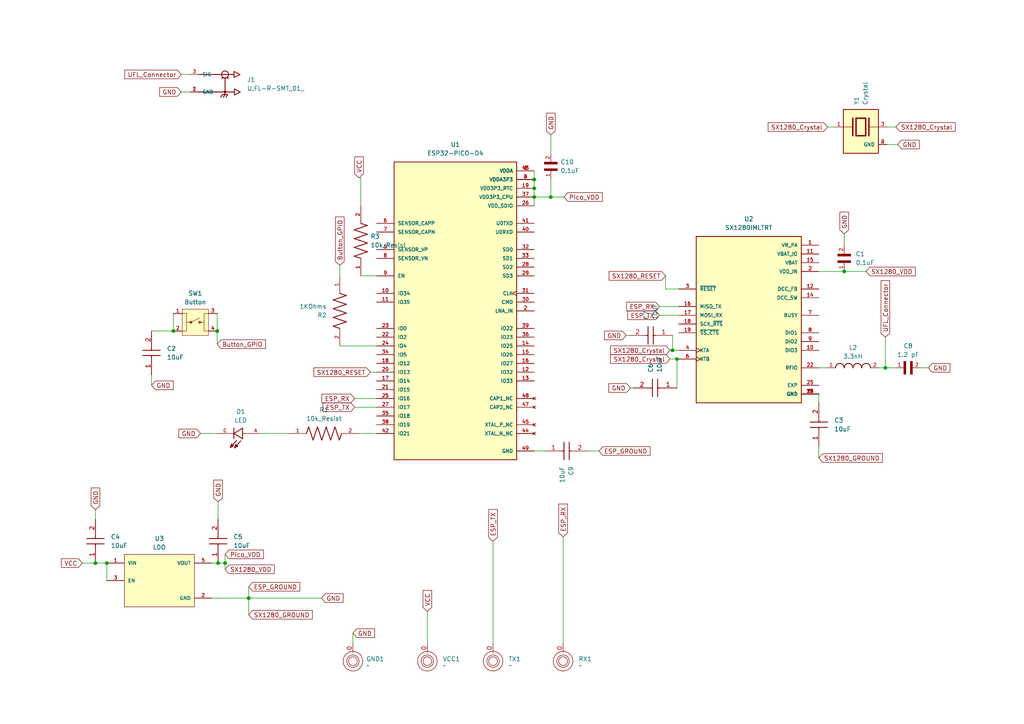
<source format=kicad_sch>
(kicad_sch
	(version 20250114)
	(generator "eeschema")
	(generator_version "9.0")
	(uuid "eaf238dd-d825-42e3-b4db-1995dbc816cd")
	(paper "A4")
	(title_block
		(title "RF-Receiver")
	)
	(lib_symbols
		(symbol "10kResist:ERA3AEB103V"
			(pin_names
				(offset 1.016)
			)
			(exclude_from_sim no)
			(in_bom yes)
			(on_board yes)
			(property "Reference" "R"
				(at -7.624 2.541 0)
				(effects
					(font
						(size 1.27 1.27)
					)
					(justify left bottom)
				)
			)
			(property "Value" "ERA3AEB103V"
				(at -7.624 -5.087 0)
				(effects
					(font
						(size 1.27 1.27)
					)
					(justify left top)
				)
			)
			(property "Footprint" "10kResist:10kResist"
				(at 0 0 0)
				(effects
					(font
						(size 1.27 1.27)
					)
					(justify bottom)
					(hide yes)
				)
			)
			(property "Datasheet" ""
				(at 0 0 0)
				(effects
					(font
						(size 1.27 1.27)
					)
					(hide yes)
				)
			)
			(property "Description" ""
				(at 0 0 0)
				(effects
					(font
						(size 1.27 1.27)
					)
					(hide yes)
				)
			)
			(property "MF" "Panasonic"
				(at 0 0 0)
				(effects
					(font
						(size 1.27 1.27)
					)
					(justify bottom)
					(hide yes)
				)
			)
			(property "MAXIMUM_PACKAGE_HEIGHT" "0.45 mm"
				(at 0 0 0)
				(effects
					(font
						(size 1.27 1.27)
					)
					(justify bottom)
					(hide yes)
				)
			)
			(property "Package" "1608-2 Panasonic"
				(at 0 0 0)
				(effects
					(font
						(size 1.27 1.27)
					)
					(justify bottom)
					(hide yes)
				)
			)
			(property "Price" "None"
				(at 0 0 0)
				(effects
					(font
						(size 1.27 1.27)
					)
					(justify bottom)
					(hide yes)
				)
			)
			(property "Check_prices" "https://www.snapeda.com/parts/ERA-3AEB103V/Panasonic+Electronic+Components/view-part/?ref=eda"
				(at 0 0 0)
				(effects
					(font
						(size 1.27 1.27)
					)
					(justify bottom)
					(hide yes)
				)
			)
			(property "STANDARD" "Manufacturer Recommendations"
				(at 0 0 0)
				(effects
					(font
						(size 1.27 1.27)
					)
					(justify bottom)
					(hide yes)
				)
			)
			(property "PARTREV" "3/1/2020"
				(at 0 0 0)
				(effects
					(font
						(size 1.27 1.27)
					)
					(justify bottom)
					(hide yes)
				)
			)
			(property "SnapEDA_Link" "https://www.snapeda.com/parts/ERA-3AEB103V/Panasonic+Electronic+Components/view-part/?ref=snap"
				(at 0 0 0)
				(effects
					(font
						(size 1.27 1.27)
					)
					(justify bottom)
					(hide yes)
				)
			)
			(property "MP" "ERA-3AEB103V"
				(at 0 0 0)
				(effects
					(font
						(size 1.27 1.27)
					)
					(justify bottom)
					(hide yes)
				)
			)
			(property "Description_1" "Res Thin Film 0603 10K Ohm 0.1% 0.1W(1/10W) }25ppm/ Molded SMD Automotive Punched T/R"
				(at 0 0 0)
				(effects
					(font
						(size 1.27 1.27)
					)
					(justify bottom)
					(hide yes)
				)
			)
			(property "Availability" "In Stock"
				(at 0 0 0)
				(effects
					(font
						(size 1.27 1.27)
					)
					(justify bottom)
					(hide yes)
				)
			)
			(property "MANUFACTURER" "Panasonic"
				(at 0 0 0)
				(effects
					(font
						(size 1.27 1.27)
					)
					(justify bottom)
					(hide yes)
				)
			)
			(symbol "ERA3AEB103V_0_0"
				(polyline
					(pts
						(xy -5.08 0) (xy -4.445 1.905)
					)
					(stroke
						(width 0.254)
						(type default)
					)
					(fill
						(type none)
					)
				)
				(polyline
					(pts
						(xy -4.445 1.905) (xy -3.175 -1.905)
					)
					(stroke
						(width 0.254)
						(type default)
					)
					(fill
						(type none)
					)
				)
				(polyline
					(pts
						(xy -3.175 -1.905) (xy -1.905 1.905)
					)
					(stroke
						(width 0.254)
						(type default)
					)
					(fill
						(type none)
					)
				)
				(polyline
					(pts
						(xy -1.905 1.905) (xy -0.635 -1.905)
					)
					(stroke
						(width 0.254)
						(type default)
					)
					(fill
						(type none)
					)
				)
				(polyline
					(pts
						(xy -0.635 -1.905) (xy 0.635 1.905)
					)
					(stroke
						(width 0.254)
						(type default)
					)
					(fill
						(type none)
					)
				)
				(polyline
					(pts
						(xy 0.635 1.905) (xy 1.905 -1.905)
					)
					(stroke
						(width 0.254)
						(type default)
					)
					(fill
						(type none)
					)
				)
				(polyline
					(pts
						(xy 1.905 -1.905) (xy 3.175 1.905)
					)
					(stroke
						(width 0.254)
						(type default)
					)
					(fill
						(type none)
					)
				)
				(polyline
					(pts
						(xy 3.175 1.905) (xy 4.445 -1.905)
					)
					(stroke
						(width 0.254)
						(type default)
					)
					(fill
						(type none)
					)
				)
				(polyline
					(pts
						(xy 4.445 -1.905) (xy 5.08 0)
					)
					(stroke
						(width 0.254)
						(type default)
					)
					(fill
						(type none)
					)
				)
				(pin passive line
					(at -10.16 0 0)
					(length 5.08)
					(name "~"
						(effects
							(font
								(size 1.016 1.016)
							)
						)
					)
					(number "1"
						(effects
							(font
								(size 1.016 1.016)
							)
						)
					)
				)
				(pin passive line
					(at 10.16 0 180)
					(length 5.08)
					(name "~"
						(effects
							(font
								(size 1.016 1.016)
							)
						)
					)
					(number "2"
						(effects
							(font
								(size 1.016 1.016)
							)
						)
					)
				)
			)
			(embedded_fonts no)
		)
		(symbol "1kResist:CRS2512-JX-102ELF"
			(pin_names
				(offset 1.016)
			)
			(exclude_from_sim no)
			(in_bom yes)
			(on_board yes)
			(property "Reference" "R"
				(at -7.6244 2.5415 0)
				(effects
					(font
						(size 1.27 1.27)
					)
					(justify left bottom)
				)
			)
			(property "Value" "CRS2512-JX-102ELF"
				(at -7.63 -5.0866 0)
				(effects
					(font
						(size 1.27 1.27)
					)
					(justify left bottom)
				)
			)
			(property "Footprint" "1kResist:1kResist"
				(at 0 0 0)
				(effects
					(font
						(size 1.27 1.27)
					)
					(justify bottom)
					(hide yes)
				)
			)
			(property "Datasheet" ""
				(at 0 0 0)
				(effects
					(font
						(size 1.27 1.27)
					)
					(hide yes)
				)
			)
			(property "Description" ""
				(at 0 0 0)
				(effects
					(font
						(size 1.27 1.27)
					)
					(hide yes)
				)
			)
			(property "MF" "Bourns"
				(at 0 0 0)
				(effects
					(font
						(size 1.27 1.27)
					)
					(justify bottom)
					(hide yes)
				)
			)
			(property "Description_1" "RES, SMD, 1K ohm, 2W, 5%, 2512, TCR100 | Bourns CRS2512-JX-102ELF"
				(at 0 0 0)
				(effects
					(font
						(size 1.27 1.27)
					)
					(justify bottom)
					(hide yes)
				)
			)
			(property "Package" "6432 Bourns"
				(at 0 0 0)
				(effects
					(font
						(size 1.27 1.27)
					)
					(justify bottom)
					(hide yes)
				)
			)
			(property "Price" "None"
				(at 0 0 0)
				(effects
					(font
						(size 1.27 1.27)
					)
					(justify bottom)
					(hide yes)
				)
			)
			(property "SnapEDA_Link" "https://www.snapeda.com/parts/CRS2512-JX-102ELF/Bourns/view-part/?ref=snap"
				(at 0 0 0)
				(effects
					(font
						(size 1.27 1.27)
					)
					(justify bottom)
					(hide yes)
				)
			)
			(property "MP" "CRS2512-JX-102ELF"
				(at 0 0 0)
				(effects
					(font
						(size 1.27 1.27)
					)
					(justify bottom)
					(hide yes)
				)
			)
			(property "Availability" "In Stock"
				(at 0 0 0)
				(effects
					(font
						(size 1.27 1.27)
					)
					(justify bottom)
					(hide yes)
				)
			)
			(property "Check_prices" "https://www.snapeda.com/parts/CRS2512-JX-102ELF/Bourns/view-part/?ref=eda"
				(at 0 0 0)
				(effects
					(font
						(size 1.27 1.27)
					)
					(justify bottom)
					(hide yes)
				)
			)
			(symbol "CRS2512-JX-102ELF_0_0"
				(polyline
					(pts
						(xy -5.08 0) (xy -4.445 1.905)
					)
					(stroke
						(width 0.254)
						(type default)
					)
					(fill
						(type none)
					)
				)
				(polyline
					(pts
						(xy -4.445 1.905) (xy -3.175 -1.905)
					)
					(stroke
						(width 0.254)
						(type default)
					)
					(fill
						(type none)
					)
				)
				(polyline
					(pts
						(xy -3.175 -1.905) (xy -1.905 1.905)
					)
					(stroke
						(width 0.254)
						(type default)
					)
					(fill
						(type none)
					)
				)
				(polyline
					(pts
						(xy -1.905 1.905) (xy -0.635 -1.905)
					)
					(stroke
						(width 0.254)
						(type default)
					)
					(fill
						(type none)
					)
				)
				(polyline
					(pts
						(xy -0.635 -1.905) (xy 0.635 1.905)
					)
					(stroke
						(width 0.254)
						(type default)
					)
					(fill
						(type none)
					)
				)
				(polyline
					(pts
						(xy 0.635 1.905) (xy 1.905 -1.905)
					)
					(stroke
						(width 0.254)
						(type default)
					)
					(fill
						(type none)
					)
				)
				(polyline
					(pts
						(xy 1.905 -1.905) (xy 3.175 1.905)
					)
					(stroke
						(width 0.254)
						(type default)
					)
					(fill
						(type none)
					)
				)
				(polyline
					(pts
						(xy 3.175 1.905) (xy 4.445 -1.905)
					)
					(stroke
						(width 0.254)
						(type default)
					)
					(fill
						(type none)
					)
				)
				(polyline
					(pts
						(xy 4.445 -1.905) (xy 5.08 0)
					)
					(stroke
						(width 0.254)
						(type default)
					)
					(fill
						(type none)
					)
				)
				(pin passive line
					(at -10.16 0 0)
					(length 5.08)
					(name "~"
						(effects
							(font
								(size 1.016 1.016)
							)
						)
					)
					(number "1"
						(effects
							(font
								(size 1.016 1.016)
							)
						)
					)
				)
				(pin passive line
					(at 10.16 0 180)
					(length 5.08)
					(name "~"
						(effects
							(font
								(size 1.016 1.016)
							)
						)
					)
					(number "2"
						(effects
							(font
								(size 1.016 1.016)
							)
						)
					)
				)
			)
			(embedded_fonts no)
		)
		(symbol "Capacitor-1.2pF:VJ0402A1R2DXJCW1BC"
			(pin_names
				(offset 1.016)
			)
			(exclude_from_sim no)
			(in_bom yes)
			(on_board yes)
			(property "Reference" "C"
				(at 0 3.8109 0)
				(effects
					(font
						(size 1.27 1.27)
					)
					(justify left bottom)
				)
			)
			(property "Value" "VJ0402A1R2DXJCW1BC"
				(at 0 -5.0885 0)
				(effects
					(font
						(size 1.27 1.27)
					)
					(justify left bottom)
				)
			)
			(property "Footprint" "Capacitor-1_2pF:Capacitor_1_2pF"
				(at 0 0 0)
				(effects
					(font
						(size 1.27 1.27)
					)
					(justify bottom)
					(hide yes)
				)
			)
			(property "Datasheet" ""
				(at 0 0 0)
				(effects
					(font
						(size 1.27 1.27)
					)
					(hide yes)
				)
			)
			(property "Description" ""
				(at 0 0 0)
				(effects
					(font
						(size 1.27 1.27)
					)
					(hide yes)
				)
			)
			(property "L_MAX" "0.35"
				(at 0 0 0)
				(effects
					(font
						(size 1.27 1.27)
					)
					(justify bottom)
					(hide yes)
				)
			)
			(property "A_MAX" "0.55"
				(at 0 0 0)
				(effects
					(font
						(size 1.27 1.27)
					)
					(justify bottom)
					(hide yes)
				)
			)
			(property "L1_NOM" "0.25"
				(at 0 0 0)
				(effects
					(font
						(size 1.27 1.27)
					)
					(justify bottom)
					(hide yes)
				)
			)
			(property "Check_prices" "https://www.snapeda.com/parts/VJ0402A1R2DXJCW1BC/Vishay/view-part/?ref=eda"
				(at 0 0 0)
				(effects
					(font
						(size 1.27 1.27)
					)
					(justify bottom)
					(hide yes)
				)
			)
			(property "Package" "0402 Vishay"
				(at 0 0 0)
				(effects
					(font
						(size 1.27 1.27)
					)
					(justify bottom)
					(hide yes)
				)
			)
			(property "D_MAX" "1.05"
				(at 0 0 0)
				(effects
					(font
						(size 1.27 1.27)
					)
					(justify bottom)
					(hide yes)
				)
			)
			(property "A_NOM" "0.55"
				(at 0 0 0)
				(effects
					(font
						(size 1.27 1.27)
					)
					(justify bottom)
					(hide yes)
				)
			)
			(property "L1_MAX" "0.35"
				(at 0 0 0)
				(effects
					(font
						(size 1.27 1.27)
					)
					(justify bottom)
					(hide yes)
				)
			)
			(property "A_MIN" "0.55"
				(at 0 0 0)
				(effects
					(font
						(size 1.27 1.27)
					)
					(justify bottom)
					(hide yes)
				)
			)
			(property "STANDARD" "IPC 7351B"
				(at 0 0 0)
				(effects
					(font
						(size 1.27 1.27)
					)
					(justify bottom)
					(hide yes)
				)
			)
			(property "SnapEDA_Link" "https://www.snapeda.com/parts/VJ0402A1R2DXJCW1BC/Vishay/view-part/?ref=snap"
				(at 0 0 0)
				(effects
					(font
						(size 1.27 1.27)
					)
					(justify bottom)
					(hide yes)
				)
			)
			(property "E_NOM" "0.5"
				(at 0 0 0)
				(effects
					(font
						(size 1.27 1.27)
					)
					(justify bottom)
					(hide yes)
				)
			)
			(property "L_NOM" "0.25"
				(at 0 0 0)
				(effects
					(font
						(size 1.27 1.27)
					)
					(justify bottom)
					(hide yes)
				)
			)
			(property "MANUFACTURER" "Vishay"
				(at 0 0 0)
				(effects
					(font
						(size 1.27 1.27)
					)
					(justify bottom)
					(hide yes)
				)
			)
			(property "L1_MIN" "0.2"
				(at 0 0 0)
				(effects
					(font
						(size 1.27 1.27)
					)
					(justify bottom)
					(hide yes)
				)
			)
			(property "MF" "Vishay"
				(at 0 0 0)
				(effects
					(font
						(size 1.27 1.27)
					)
					(justify bottom)
					(hide yes)
				)
			)
			(property "Description_1" "1.2 pF ±0.5pF 16V Ceramic Capacitor C0G, NP0 0402 (1005 Metric)"
				(at 0 0 0)
				(effects
					(font
						(size 1.27 1.27)
					)
					(justify bottom)
					(hide yes)
				)
			)
			(property "Price" "None"
				(at 0 0 0)
				(effects
					(font
						(size 1.27 1.27)
					)
					(justify bottom)
					(hide yes)
				)
			)
			(property "E_MIN" "0.45"
				(at 0 0 0)
				(effects
					(font
						(size 1.27 1.27)
					)
					(justify bottom)
					(hide yes)
				)
			)
			(property "D_MIN" "0.95"
				(at 0 0 0)
				(effects
					(font
						(size 1.27 1.27)
					)
					(justify bottom)
					(hide yes)
				)
			)
			(property "MP" "VJ0402A1R2DXJCW1BC"
				(at 0 0 0)
				(effects
					(font
						(size 1.27 1.27)
					)
					(justify bottom)
					(hide yes)
				)
			)
			(property "D_NOM" "1.0"
				(at 0 0 0)
				(effects
					(font
						(size 1.27 1.27)
					)
					(justify bottom)
					(hide yes)
				)
			)
			(property "L_MIN" "0.2"
				(at 0 0 0)
				(effects
					(font
						(size 1.27 1.27)
					)
					(justify bottom)
					(hide yes)
				)
			)
			(property "Availability" "In Stock"
				(at 0 0 0)
				(effects
					(font
						(size 1.27 1.27)
					)
					(justify bottom)
					(hide yes)
				)
			)
			(property "E_MAX" "0.55"
				(at 0 0 0)
				(effects
					(font
						(size 1.27 1.27)
					)
					(justify bottom)
					(hide yes)
				)
			)
			(symbol "VJ0402A1R2DXJCW1BC_0_0"
				(rectangle
					(start 0 -1.9069)
					(end 0.635 1.905)
					(stroke
						(width 0.1)
						(type default)
					)
					(fill
						(type outline)
					)
				)
				(rectangle
					(start 1.9069 -1.9069)
					(end 2.54 1.905)
					(stroke
						(width 0.1)
						(type default)
					)
					(fill
						(type outline)
					)
				)
				(pin passive line
					(at -2.54 0 0)
					(length 2.54)
					(name "~"
						(effects
							(font
								(size 1.016 1.016)
							)
						)
					)
					(number "1"
						(effects
							(font
								(size 1.016 1.016)
							)
						)
					)
				)
				(pin passive line
					(at 5.08 0 180)
					(length 2.54)
					(name "~"
						(effects
							(font
								(size 1.016 1.016)
							)
						)
					)
					(number "2"
						(effects
							(font
								(size 1.016 1.016)
							)
						)
					)
				)
			)
			(embedded_fonts no)
		)
		(symbol "Capacitor10uF:C1608X7R1A106M080AT"
			(pin_names
				(hide yes)
			)
			(exclude_from_sim no)
			(in_bom yes)
			(on_board yes)
			(property "Reference" "C"
				(at 8.89 6.35 0)
				(effects
					(font
						(size 1.27 1.27)
					)
					(justify left top)
				)
			)
			(property "Value" "C1608X7R1A106M080AT"
				(at 8.89 3.81 0)
				(effects
					(font
						(size 1.27 1.27)
					)
					(justify left top)
				)
			)
			(property "Footprint" "Capacitor10uF:Capacitor10uF"
				(at 8.89 -96.19 0)
				(effects
					(font
						(size 1.27 1.27)
					)
					(justify left top)
					(hide yes)
				)
			)
			(property "Datasheet" "https://product.tdk.com/system/files/dam/doc/product/capacitor/ceramic/mlcc/catalog/mlcc_commercial_general_en.pdf"
				(at 8.89 -196.19 0)
				(effects
					(font
						(size 1.27 1.27)
					)
					(justify left top)
					(hide yes)
				)
			)
			(property "Description" "Multilayer Ceramic Capacitors MLCC - SMD/SMT Commercial Grade,MLCC,0603,X7R,10V,10uF,+/-20%,0.8mm"
				(at 0 0 0)
				(effects
					(font
						(size 1.27 1.27)
					)
					(hide yes)
				)
			)
			(property "Height" "0.9"
				(at 8.89 -396.19 0)
				(effects
					(font
						(size 1.27 1.27)
					)
					(justify left top)
					(hide yes)
				)
			)
			(property "Manufacturer_Name" "TDK"
				(at 8.89 -496.19 0)
				(effects
					(font
						(size 1.27 1.27)
					)
					(justify left top)
					(hide yes)
				)
			)
			(property "Manufacturer_Part_Number" "C1608X7R1A106M080AT"
				(at 8.89 -596.19 0)
				(effects
					(font
						(size 1.27 1.27)
					)
					(justify left top)
					(hide yes)
				)
			)
			(property "Mouser Part Number" "810-C1608X7R1A106M08"
				(at 8.89 -696.19 0)
				(effects
					(font
						(size 1.27 1.27)
					)
					(justify left top)
					(hide yes)
				)
			)
			(property "Mouser Price/Stock" "https://www.mouser.co.uk/ProductDetail/TDK/C1608X7R1A106M080AT?qs=Vi0JKjFBtYn5h0pkhcUtLQ%3D%3D"
				(at 8.89 -796.19 0)
				(effects
					(font
						(size 1.27 1.27)
					)
					(justify left top)
					(hide yes)
				)
			)
			(property "Arrow Part Number" "C1608X7R1A106M080AT"
				(at 8.89 -896.19 0)
				(effects
					(font
						(size 1.27 1.27)
					)
					(justify left top)
					(hide yes)
				)
			)
			(property "Arrow Price/Stock" "https://www.arrow.com/en/products/c1608x7r1a106m080at/tdk?utm_currency=USD&region=nac"
				(at 8.89 -996.19 0)
				(effects
					(font
						(size 1.27 1.27)
					)
					(justify left top)
					(hide yes)
				)
			)
			(symbol "C1608X7R1A106M080AT_1_1"
				(polyline
					(pts
						(xy 5.08 0) (xy 5.588 0)
					)
					(stroke
						(width 0.254)
						(type default)
					)
					(fill
						(type none)
					)
				)
				(polyline
					(pts
						(xy 5.588 2.54) (xy 5.588 -2.54)
					)
					(stroke
						(width 0.254)
						(type default)
					)
					(fill
						(type none)
					)
				)
				(polyline
					(pts
						(xy 7.112 2.54) (xy 7.112 -2.54)
					)
					(stroke
						(width 0.254)
						(type default)
					)
					(fill
						(type none)
					)
				)
				(polyline
					(pts
						(xy 7.112 0) (xy 7.62 0)
					)
					(stroke
						(width 0.254)
						(type default)
					)
					(fill
						(type none)
					)
				)
				(pin passive line
					(at 0 0 0)
					(length 5.08)
					(name "1"
						(effects
							(font
								(size 1.27 1.27)
							)
						)
					)
					(number "1"
						(effects
							(font
								(size 1.27 1.27)
							)
						)
					)
				)
				(pin passive line
					(at 12.7 0 180)
					(length 5.08)
					(name "2"
						(effects
							(font
								(size 1.27 1.27)
							)
						)
					)
					(number "2"
						(effects
							(font
								(size 1.27 1.27)
							)
						)
					)
				)
			)
			(embedded_fonts no)
		)
		(symbol "Crysta-RF-40MHz:C2E-40.000-10-1010-R"
			(pin_names
				(offset 1.016)
			)
			(exclude_from_sim no)
			(in_bom yes)
			(on_board yes)
			(property "Reference" "Y"
				(at -5.0878 6.3559 0)
				(effects
					(font
						(size 1.27 1.27)
					)
					(justify left bottom)
				)
			)
			(property "Value" "C2E-40.000-10-1010-R"
				(at -5.0944 -10.16 0)
				(effects
					(font
						(size 1.27 1.27)
					)
					(justify left bottom)
				)
			)
			(property "Footprint" "Crysta-RF-40MHz:Crysta_RF_40MHz"
				(at 0 0 0)
				(effects
					(font
						(size 1.27 1.27)
					)
					(justify bottom)
					(hide yes)
				)
			)
			(property "Datasheet" ""
				(at 0 0 0)
				(effects
					(font
						(size 1.27 1.27)
					)
					(hide yes)
				)
			)
			(property "Description" ""
				(at 0 0 0)
				(effects
					(font
						(size 1.27 1.27)
					)
					(hide yes)
				)
			)
			(property "MF" "Aker Technology USA"
				(at 0 0 0)
				(effects
					(font
						(size 1.27 1.27)
					)
					(justify bottom)
					(hide yes)
				)
			)
			(property "MAXIMUM_PACKAGE_HEIGHT" "0.65 mm"
				(at 0 0 0)
				(effects
					(font
						(size 1.27 1.27)
					)
					(justify bottom)
					(hide yes)
				)
			)
			(property "Package" "SMD-4 AKER"
				(at 0 0 0)
				(effects
					(font
						(size 1.27 1.27)
					)
					(justify bottom)
					(hide yes)
				)
			)
			(property "Price" "None"
				(at 0 0 0)
				(effects
					(font
						(size 1.27 1.27)
					)
					(justify bottom)
					(hide yes)
				)
			)
			(property "Check_prices" "https://www.snapeda.com/parts/C2E-40.000-10-1010-R/Aker/view-part/?ref=eda"
				(at 0 0 0)
				(effects
					(font
						(size 1.27 1.27)
					)
					(justify bottom)
					(hide yes)
				)
			)
			(property "STANDARD" "Manufacturer Recommendations"
				(at 0 0 0)
				(effects
					(font
						(size 1.27 1.27)
					)
					(justify bottom)
					(hide yes)
				)
			)
			(property "PARTREV" "N/A"
				(at 0 0 0)
				(effects
					(font
						(size 1.27 1.27)
					)
					(justify bottom)
					(hide yes)
				)
			)
			(property "SnapEDA_Link" "https://www.snapeda.com/parts/C2E-40.000-10-1010-R/Aker/view-part/?ref=snap"
				(at 0 0 0)
				(effects
					(font
						(size 1.27 1.27)
					)
					(justify bottom)
					(hide yes)
				)
			)
			(property "MP" "C2E-40.000-10-1010-R"
				(at 0 0 0)
				(effects
					(font
						(size 1.27 1.27)
					)
					(justify bottom)
					(hide yes)
				)
			)
			(property "Description_1" "40 MHz ±10ppm Crystal 10pF 40 Ohms 4-SMD, No Lead"
				(at 0 0 0)
				(effects
					(font
						(size 1.27 1.27)
					)
					(justify bottom)
					(hide yes)
				)
			)
			(property "Availability" "In Stock"
				(at 0 0 0)
				(effects
					(font
						(size 1.27 1.27)
					)
					(justify bottom)
					(hide yes)
				)
			)
			(property "MANUFACTURER" "AKER TECHNOLOGY USA"
				(at 0 0 0)
				(effects
					(font
						(size 1.27 1.27)
					)
					(justify bottom)
					(hide yes)
				)
			)
			(symbol "C2E-40.000-10-1010-R_0_0"
				(polyline
					(pts
						(xy -5.08 0) (xy -2.54 0)
					)
					(stroke
						(width 0.1524)
						(type default)
					)
					(fill
						(type none)
					)
				)
				(rectangle
					(start -5.08 -7.62)
					(end 5.08 5.08)
					(stroke
						(width 0.254)
						(type default)
					)
					(fill
						(type background)
					)
				)
				(polyline
					(pts
						(xy -2.3368 2.54) (xy -2.3368 -2.54)
					)
					(stroke
						(width 0.4064)
						(type default)
					)
					(fill
						(type none)
					)
				)
				(polyline
					(pts
						(xy -1.397 2.54) (xy -1.397 -2.54)
					)
					(stroke
						(width 0.4064)
						(type default)
					)
					(fill
						(type none)
					)
				)
				(polyline
					(pts
						(xy -1.397 2.54) (xy 1.397 2.54)
					)
					(stroke
						(width 0.4064)
						(type default)
					)
					(fill
						(type none)
					)
				)
				(polyline
					(pts
						(xy 1.397 2.54) (xy 1.397 -2.54)
					)
					(stroke
						(width 0.4064)
						(type default)
					)
					(fill
						(type none)
					)
				)
				(polyline
					(pts
						(xy 1.397 -2.54) (xy -1.397 -2.54)
					)
					(stroke
						(width 0.4064)
						(type default)
					)
					(fill
						(type none)
					)
				)
				(polyline
					(pts
						(xy 2.3368 2.54) (xy 2.3368 -2.54)
					)
					(stroke
						(width 0.4064)
						(type default)
					)
					(fill
						(type none)
					)
				)
				(polyline
					(pts
						(xy 2.54 0) (xy 5.08 0)
					)
					(stroke
						(width 0.1524)
						(type default)
					)
					(fill
						(type none)
					)
				)
				(pin passive line
					(at -7.62 0 0)
					(length 2.54)
					(name "~"
						(effects
							(font
								(size 1.016 1.016)
							)
						)
					)
					(number "1"
						(effects
							(font
								(size 1.016 1.016)
							)
						)
					)
				)
				(pin passive line
					(at 7.62 0 180)
					(length 2.54)
					(name "~"
						(effects
							(font
								(size 1.016 1.016)
							)
						)
					)
					(number "3"
						(effects
							(font
								(size 1.016 1.016)
							)
						)
					)
				)
				(pin power_in line
					(at 7.62 -5.08 180)
					(length 2.54)
					(name "GND"
						(effects
							(font
								(size 1.016 1.016)
							)
						)
					)
					(number "2"
						(effects
							(font
								(size 1.016 1.016)
							)
						)
					)
				)
				(pin power_in line
					(at 7.62 -5.08 180)
					(length 2.54)
					(name "GND"
						(effects
							(font
								(size 1.016 1.016)
							)
						)
					)
					(number "4"
						(effects
							(font
								(size 1.016 1.016)
							)
						)
					)
				)
			)
			(embedded_fonts no)
		)
		(symbol "Decoup-Capacitor-0.1uF:GCJ188R71C104KA01D"
			(pin_names
				(offset 1.016)
			)
			(exclude_from_sim no)
			(in_bom yes)
			(on_board yes)
			(property "Reference" "C"
				(at 0 3.8109 0)
				(effects
					(font
						(size 1.27 1.27)
					)
					(justify left bottom)
				)
			)
			(property "Value" "GCJ188R71C104KA01D"
				(at 0 -5.0885 0)
				(effects
					(font
						(size 1.27 1.27)
					)
					(justify left bottom)
				)
			)
			(property "Footprint" "Decoup-Capacitor-0_1uF:Decoup_Capacitor_0_1uF"
				(at 0 0 0)
				(effects
					(font
						(size 1.27 1.27)
					)
					(justify bottom)
					(hide yes)
				)
			)
			(property "Datasheet" ""
				(at 0 0 0)
				(effects
					(font
						(size 1.27 1.27)
					)
					(hide yes)
				)
			)
			(property "Description" ""
				(at 0 0 0)
				(effects
					(font
						(size 1.27 1.27)
					)
					(hide yes)
				)
			)
			(property "MF" "Murata"
				(at 0 0 0)
				(effects
					(font
						(size 1.27 1.27)
					)
					(justify bottom)
					(hide yes)
				)
			)
			(property "Description_1" "SMD Capacitor X7R(EIA) with Capacitance: 0.10uF Tol. 10%. Rated Voltage: 16Vdc"
				(at 0 0 0)
				(effects
					(font
						(size 1.27 1.27)
					)
					(justify bottom)
					(hide yes)
				)
			)
			(property "Package" "1608 Murata"
				(at 0 0 0)
				(effects
					(font
						(size 1.27 1.27)
					)
					(justify bottom)
					(hide yes)
				)
			)
			(property "Price" "None"
				(at 0 0 0)
				(effects
					(font
						(size 1.27 1.27)
					)
					(justify bottom)
					(hide yes)
				)
			)
			(property "SnapEDA_Link" "https://www.snapeda.com/parts/GCJ188R71C104KA01D/Murata/view-part/?ref=snap"
				(at 0 0 0)
				(effects
					(font
						(size 1.27 1.27)
					)
					(justify bottom)
					(hide yes)
				)
			)
			(property "MP" "GCJ188R71C104KA01D"
				(at 0 0 0)
				(effects
					(font
						(size 1.27 1.27)
					)
					(justify bottom)
					(hide yes)
				)
			)
			(property "Availability" "In Stock"
				(at 0 0 0)
				(effects
					(font
						(size 1.27 1.27)
					)
					(justify bottom)
					(hide yes)
				)
			)
			(property "Check_prices" "https://www.snapeda.com/parts/GCJ188R71C104KA01D/Murata/view-part/?ref=eda"
				(at 0 0 0)
				(effects
					(font
						(size 1.27 1.27)
					)
					(justify bottom)
					(hide yes)
				)
			)
			(symbol "GCJ188R71C104KA01D_0_0"
				(rectangle
					(start 0 -1.9069)
					(end 0.635 1.905)
					(stroke
						(width 0.1)
						(type default)
					)
					(fill
						(type outline)
					)
				)
				(rectangle
					(start 1.9069 -1.9069)
					(end 2.54 1.905)
					(stroke
						(width 0.1)
						(type default)
					)
					(fill
						(type outline)
					)
				)
				(pin passive line
					(at -2.54 0 0)
					(length 2.54)
					(name "~"
						(effects
							(font
								(size 1.016 1.016)
							)
						)
					)
					(number "1"
						(effects
							(font
								(size 1.016 1.016)
							)
						)
					)
				)
				(pin passive line
					(at 5.08 0 180)
					(length 2.54)
					(name "~"
						(effects
							(font
								(size 1.016 1.016)
							)
						)
					)
					(number "2"
						(effects
							(font
								(size 1.016 1.016)
							)
						)
					)
				)
			)
			(embedded_fonts no)
		)
		(symbol "ESP32-PICO-D4:ESP32-PICO-D4"
			(pin_names
				(offset 1.016)
			)
			(exclude_from_sim no)
			(in_bom yes)
			(on_board yes)
			(property "Reference" "U"
				(at -17.78 44.069 0)
				(effects
					(font
						(size 1.27 1.27)
					)
					(justify left bottom)
				)
			)
			(property "Value" "ESP32-PICO-D4"
				(at -17.78 -45.72 0)
				(effects
					(font
						(size 1.27 1.27)
					)
					(justify left bottom)
				)
			)
			(property "Footprint" "ESP32-PICO-D4:ESP32_PICO_D4"
				(at 0 0 0)
				(effects
					(font
						(size 1.27 1.27)
					)
					(justify bottom)
					(hide yes)
				)
			)
			(property "Datasheet" ""
				(at 0 0 0)
				(effects
					(font
						(size 1.27 1.27)
					)
					(hide yes)
				)
			)
			(property "Description" ""
				(at 0 0 0)
				(effects
					(font
						(size 1.27 1.27)
					)
					(hide yes)
				)
			)
			(property "MF" "Espressif Systems"
				(at 0 0 0)
				(effects
					(font
						(size 1.27 1.27)
					)
					(justify bottom)
					(hide yes)
				)
			)
			(property "MAXIMUM_PACKAGE_HEIGHT" "1.04 mm"
				(at 0 0 0)
				(effects
					(font
						(size 1.27 1.27)
					)
					(justify bottom)
					(hide yes)
				)
			)
			(property "Package" "SMD-48 Espressif Systems"
				(at 0 0 0)
				(effects
					(font
						(size 1.27 1.27)
					)
					(justify bottom)
					(hide yes)
				)
			)
			(property "Price" "None"
				(at 0 0 0)
				(effects
					(font
						(size 1.27 1.27)
					)
					(justify bottom)
					(hide yes)
				)
			)
			(property "Check_prices" "https://www.snapeda.com/parts/ESP32-PICO-D4/Espressif+Systems/view-part/?ref=eda"
				(at 0 0 0)
				(effects
					(font
						(size 1.27 1.27)
					)
					(justify bottom)
					(hide yes)
				)
			)
			(property "STANDARD" "IPC 7351B"
				(at 0 0 0)
				(effects
					(font
						(size 1.27 1.27)
					)
					(justify bottom)
					(hide yes)
				)
			)
			(property "PARTREV" "v1.9"
				(at 0 0 0)
				(effects
					(font
						(size 1.27 1.27)
					)
					(justify bottom)
					(hide yes)
				)
			)
			(property "SnapEDA_Link" "https://www.snapeda.com/parts/ESP32-PICO-D4/Espressif+Systems/view-part/?ref=snap"
				(at 0 0 0)
				(effects
					(font
						(size 1.27 1.27)
					)
					(justify bottom)
					(hide yes)
				)
			)
			(property "MP" "ESP32-PICO-D4"
				(at 0 0 0)
				(effects
					(font
						(size 1.27 1.27)
					)
					(justify bottom)
					(hide yes)
				)
			)
			(property "Description_1" "Bluetooth, WiFi 802.11b/g/n, Bluetooth v4.2 +EDR, Class 1, 2 and 3 Transceiver Module 2.4GHz ~ 2.5GHz - Surface Mount"
				(at 0 0 0)
				(effects
					(font
						(size 1.27 1.27)
					)
					(justify bottom)
					(hide yes)
				)
			)
			(property "Availability" "In Stock"
				(at 0 0 0)
				(effects
					(font
						(size 1.27 1.27)
					)
					(justify bottom)
					(hide yes)
				)
			)
			(property "MANUFACTURER" "Espressif Systems"
				(at 0 0 0)
				(effects
					(font
						(size 1.27 1.27)
					)
					(justify bottom)
					(hide yes)
				)
			)
			(symbol "ESP32-PICO-D4_0_0"
				(rectangle
					(start -17.78 -43.18)
					(end 17.78 43.18)
					(stroke
						(width 0.254)
						(type default)
					)
					(fill
						(type background)
					)
				)
				(pin input line
					(at -22.86 25.4 0)
					(length 5.08)
					(name "SENSOR_CAPP"
						(effects
							(font
								(size 1.016 1.016)
							)
						)
					)
					(number "6"
						(effects
							(font
								(size 1.016 1.016)
							)
						)
					)
				)
				(pin input line
					(at -22.86 22.86 0)
					(length 5.08)
					(name "SENSOR_CAPN"
						(effects
							(font
								(size 1.016 1.016)
							)
						)
					)
					(number "7"
						(effects
							(font
								(size 1.016 1.016)
							)
						)
					)
				)
				(pin input line
					(at -22.86 17.78 0)
					(length 5.08)
					(name "SENSOR_VP"
						(effects
							(font
								(size 1.016 1.016)
							)
						)
					)
					(number "5"
						(effects
							(font
								(size 1.016 1.016)
							)
						)
					)
				)
				(pin input line
					(at -22.86 15.24 0)
					(length 5.08)
					(name "SENSOR_VN"
						(effects
							(font
								(size 1.016 1.016)
							)
						)
					)
					(number "8"
						(effects
							(font
								(size 1.016 1.016)
							)
						)
					)
				)
				(pin input line
					(at -22.86 10.16 0)
					(length 5.08)
					(name "EN"
						(effects
							(font
								(size 1.016 1.016)
							)
						)
					)
					(number "9"
						(effects
							(font
								(size 1.016 1.016)
							)
						)
					)
				)
				(pin input line
					(at -22.86 5.08 0)
					(length 5.08)
					(name "IO34"
						(effects
							(font
								(size 1.016 1.016)
							)
						)
					)
					(number "10"
						(effects
							(font
								(size 1.016 1.016)
							)
						)
					)
				)
				(pin input line
					(at -22.86 2.54 0)
					(length 5.08)
					(name "IO35"
						(effects
							(font
								(size 1.016 1.016)
							)
						)
					)
					(number "11"
						(effects
							(font
								(size 1.016 1.016)
							)
						)
					)
				)
				(pin bidirectional line
					(at -22.86 -5.08 0)
					(length 5.08)
					(name "IO0"
						(effects
							(font
								(size 1.016 1.016)
							)
						)
					)
					(number "23"
						(effects
							(font
								(size 1.016 1.016)
							)
						)
					)
				)
				(pin bidirectional line
					(at -22.86 -7.62 0)
					(length 5.08)
					(name "IO2"
						(effects
							(font
								(size 1.016 1.016)
							)
						)
					)
					(number "22"
						(effects
							(font
								(size 1.016 1.016)
							)
						)
					)
				)
				(pin bidirectional line
					(at -22.86 -10.16 0)
					(length 5.08)
					(name "IO4"
						(effects
							(font
								(size 1.016 1.016)
							)
						)
					)
					(number "24"
						(effects
							(font
								(size 1.016 1.016)
							)
						)
					)
				)
				(pin bidirectional line
					(at -22.86 -12.7 0)
					(length 5.08)
					(name "IO5"
						(effects
							(font
								(size 1.016 1.016)
							)
						)
					)
					(number "34"
						(effects
							(font
								(size 1.016 1.016)
							)
						)
					)
				)
				(pin bidirectional line
					(at -22.86 -15.24 0)
					(length 5.08)
					(name "IO12"
						(effects
							(font
								(size 1.016 1.016)
							)
						)
					)
					(number "18"
						(effects
							(font
								(size 1.016 1.016)
							)
						)
					)
				)
				(pin bidirectional line
					(at -22.86 -17.78 0)
					(length 5.08)
					(name "IO13"
						(effects
							(font
								(size 1.016 1.016)
							)
						)
					)
					(number "20"
						(effects
							(font
								(size 1.016 1.016)
							)
						)
					)
				)
				(pin bidirectional line
					(at -22.86 -20.32 0)
					(length 5.08)
					(name "IO14"
						(effects
							(font
								(size 1.016 1.016)
							)
						)
					)
					(number "17"
						(effects
							(font
								(size 1.016 1.016)
							)
						)
					)
				)
				(pin bidirectional line
					(at -22.86 -22.86 0)
					(length 5.08)
					(name "IO15"
						(effects
							(font
								(size 1.016 1.016)
							)
						)
					)
					(number "21"
						(effects
							(font
								(size 1.016 1.016)
							)
						)
					)
				)
				(pin bidirectional line
					(at -22.86 -25.4 0)
					(length 5.08)
					(name "IO16"
						(effects
							(font
								(size 1.016 1.016)
							)
						)
					)
					(number "25"
						(effects
							(font
								(size 1.016 1.016)
							)
						)
					)
				)
				(pin bidirectional line
					(at -22.86 -27.94 0)
					(length 5.08)
					(name "IO17"
						(effects
							(font
								(size 1.016 1.016)
							)
						)
					)
					(number "27"
						(effects
							(font
								(size 1.016 1.016)
							)
						)
					)
				)
				(pin bidirectional line
					(at -22.86 -30.48 0)
					(length 5.08)
					(name "IO18"
						(effects
							(font
								(size 1.016 1.016)
							)
						)
					)
					(number "35"
						(effects
							(font
								(size 1.016 1.016)
							)
						)
					)
				)
				(pin bidirectional line
					(at -22.86 -33.02 0)
					(length 5.08)
					(name "IO19"
						(effects
							(font
								(size 1.016 1.016)
							)
						)
					)
					(number "38"
						(effects
							(font
								(size 1.016 1.016)
							)
						)
					)
				)
				(pin bidirectional line
					(at -22.86 -35.56 0)
					(length 5.08)
					(name "IO21"
						(effects
							(font
								(size 1.016 1.016)
							)
						)
					)
					(number "42"
						(effects
							(font
								(size 1.016 1.016)
							)
						)
					)
				)
				(pin power_in line
					(at 22.86 40.64 180)
					(length 5.08)
					(name "VDDA"
						(effects
							(font
								(size 1.016 1.016)
							)
						)
					)
					(number "1"
						(effects
							(font
								(size 1.016 1.016)
							)
						)
					)
				)
				(pin power_in line
					(at 22.86 40.64 180)
					(length 5.08)
					(name "VDDA"
						(effects
							(font
								(size 1.016 1.016)
							)
						)
					)
					(number "43"
						(effects
							(font
								(size 1.016 1.016)
							)
						)
					)
				)
				(pin power_in line
					(at 22.86 40.64 180)
					(length 5.08)
					(name "VDDA"
						(effects
							(font
								(size 1.016 1.016)
							)
						)
					)
					(number "46"
						(effects
							(font
								(size 1.016 1.016)
							)
						)
					)
				)
				(pin power_in line
					(at 22.86 38.1 180)
					(length 5.08)
					(name "VDDA3P3"
						(effects
							(font
								(size 1.016 1.016)
							)
						)
					)
					(number "3"
						(effects
							(font
								(size 1.016 1.016)
							)
						)
					)
				)
				(pin power_in line
					(at 22.86 38.1 180)
					(length 5.08)
					(name "VDDA3P3"
						(effects
							(font
								(size 1.016 1.016)
							)
						)
					)
					(number "4"
						(effects
							(font
								(size 1.016 1.016)
							)
						)
					)
				)
				(pin power_in line
					(at 22.86 35.56 180)
					(length 5.08)
					(name "VDD3P3_RTC"
						(effects
							(font
								(size 1.016 1.016)
							)
						)
					)
					(number "19"
						(effects
							(font
								(size 1.016 1.016)
							)
						)
					)
				)
				(pin power_in line
					(at 22.86 33.02 180)
					(length 5.08)
					(name "VDD3P3_CPU"
						(effects
							(font
								(size 1.016 1.016)
							)
						)
					)
					(number "37"
						(effects
							(font
								(size 1.016 1.016)
							)
						)
					)
				)
				(pin power_in line
					(at 22.86 30.48 180)
					(length 5.08)
					(name "VDD_SDIO"
						(effects
							(font
								(size 1.016 1.016)
							)
						)
					)
					(number "26"
						(effects
							(font
								(size 1.016 1.016)
							)
						)
					)
				)
				(pin bidirectional line
					(at 22.86 25.4 180)
					(length 5.08)
					(name "U0TXD"
						(effects
							(font
								(size 1.016 1.016)
							)
						)
					)
					(number "41"
						(effects
							(font
								(size 1.016 1.016)
							)
						)
					)
				)
				(pin bidirectional line
					(at 22.86 22.86 180)
					(length 5.08)
					(name "U0RXD"
						(effects
							(font
								(size 1.016 1.016)
							)
						)
					)
					(number "40"
						(effects
							(font
								(size 1.016 1.016)
							)
						)
					)
				)
				(pin bidirectional line
					(at 22.86 17.78 180)
					(length 5.08)
					(name "SD0"
						(effects
							(font
								(size 1.016 1.016)
							)
						)
					)
					(number "32"
						(effects
							(font
								(size 1.016 1.016)
							)
						)
					)
				)
				(pin bidirectional line
					(at 22.86 15.24 180)
					(length 5.08)
					(name "SD1"
						(effects
							(font
								(size 1.016 1.016)
							)
						)
					)
					(number "33"
						(effects
							(font
								(size 1.016 1.016)
							)
						)
					)
				)
				(pin bidirectional line
					(at 22.86 12.7 180)
					(length 5.08)
					(name "SD2"
						(effects
							(font
								(size 1.016 1.016)
							)
						)
					)
					(number "28"
						(effects
							(font
								(size 1.016 1.016)
							)
						)
					)
				)
				(pin bidirectional line
					(at 22.86 10.16 180)
					(length 5.08)
					(name "SD3"
						(effects
							(font
								(size 1.016 1.016)
							)
						)
					)
					(number "29"
						(effects
							(font
								(size 1.016 1.016)
							)
						)
					)
				)
				(pin bidirectional clock
					(at 22.86 5.08 180)
					(length 5.08)
					(name "CLK"
						(effects
							(font
								(size 1.016 1.016)
							)
						)
					)
					(number "31"
						(effects
							(font
								(size 1.016 1.016)
							)
						)
					)
				)
				(pin bidirectional line
					(at 22.86 2.54 180)
					(length 5.08)
					(name "CMD"
						(effects
							(font
								(size 1.016 1.016)
							)
						)
					)
					(number "30"
						(effects
							(font
								(size 1.016 1.016)
							)
						)
					)
				)
				(pin bidirectional line
					(at 22.86 0 180)
					(length 5.08)
					(name "LNA_IN"
						(effects
							(font
								(size 1.016 1.016)
							)
						)
					)
					(number "2"
						(effects
							(font
								(size 1.016 1.016)
							)
						)
					)
				)
				(pin bidirectional line
					(at 22.86 -5.08 180)
					(length 5.08)
					(name "IO22"
						(effects
							(font
								(size 1.016 1.016)
							)
						)
					)
					(number "39"
						(effects
							(font
								(size 1.016 1.016)
							)
						)
					)
				)
				(pin bidirectional line
					(at 22.86 -7.62 180)
					(length 5.08)
					(name "IO23"
						(effects
							(font
								(size 1.016 1.016)
							)
						)
					)
					(number "36"
						(effects
							(font
								(size 1.016 1.016)
							)
						)
					)
				)
				(pin bidirectional line
					(at 22.86 -10.16 180)
					(length 5.08)
					(name "IO25"
						(effects
							(font
								(size 1.016 1.016)
							)
						)
					)
					(number "14"
						(effects
							(font
								(size 1.016 1.016)
							)
						)
					)
				)
				(pin bidirectional line
					(at 22.86 -12.7 180)
					(length 5.08)
					(name "IO26"
						(effects
							(font
								(size 1.016 1.016)
							)
						)
					)
					(number "15"
						(effects
							(font
								(size 1.016 1.016)
							)
						)
					)
				)
				(pin bidirectional line
					(at 22.86 -15.24 180)
					(length 5.08)
					(name "IO27"
						(effects
							(font
								(size 1.016 1.016)
							)
						)
					)
					(number "16"
						(effects
							(font
								(size 1.016 1.016)
							)
						)
					)
				)
				(pin bidirectional line
					(at 22.86 -17.78 180)
					(length 5.08)
					(name "IO32"
						(effects
							(font
								(size 1.016 1.016)
							)
						)
					)
					(number "12"
						(effects
							(font
								(size 1.016 1.016)
							)
						)
					)
				)
				(pin bidirectional line
					(at 22.86 -20.32 180)
					(length 5.08)
					(name "IO33"
						(effects
							(font
								(size 1.016 1.016)
							)
						)
					)
					(number "13"
						(effects
							(font
								(size 1.016 1.016)
							)
						)
					)
				)
				(pin no_connect line
					(at 22.86 -25.4 180)
					(length 5.08)
					(name "CAP1_NC"
						(effects
							(font
								(size 1.016 1.016)
							)
						)
					)
					(number "48"
						(effects
							(font
								(size 1.016 1.016)
							)
						)
					)
				)
				(pin no_connect line
					(at 22.86 -27.94 180)
					(length 5.08)
					(name "CAP2_NC"
						(effects
							(font
								(size 1.016 1.016)
							)
						)
					)
					(number "47"
						(effects
							(font
								(size 1.016 1.016)
							)
						)
					)
				)
				(pin no_connect line
					(at 22.86 -33.02 180)
					(length 5.08)
					(name "XTAL_P_NC"
						(effects
							(font
								(size 1.016 1.016)
							)
						)
					)
					(number "45"
						(effects
							(font
								(size 1.016 1.016)
							)
						)
					)
				)
				(pin no_connect line
					(at 22.86 -35.56 180)
					(length 5.08)
					(name "XTAL_N_NC"
						(effects
							(font
								(size 1.016 1.016)
							)
						)
					)
					(number "44"
						(effects
							(font
								(size 1.016 1.016)
							)
						)
					)
				)
				(pin power_in line
					(at 22.86 -40.64 180)
					(length 5.08)
					(name "GND"
						(effects
							(font
								(size 1.016 1.016)
							)
						)
					)
					(number "49"
						(effects
							(font
								(size 1.016 1.016)
							)
						)
					)
				)
			)
			(embedded_fonts no)
		)
		(symbol "Inductor_3_3nH:LQW15AN3N3G8ZD"
			(pin_names
				(offset 1.016)
			)
			(exclude_from_sim no)
			(in_bom yes)
			(on_board yes)
			(property "Reference" "L"
				(at -7.62 5.08 0)
				(effects
					(font
						(size 1.27 1.27)
					)
					(justify left bottom)
				)
			)
			(property "Value" "LQW15AN3N3G8ZD"
				(at -7.62 2.54 0)
				(effects
					(font
						(size 1.27 1.27)
					)
					(justify left bottom)
				)
			)
			(property "Footprint" "Inductor_3_3nH:Inductor_3_3nH"
				(at 0 0 0)
				(effects
					(font
						(size 1.27 1.27)
					)
					(justify bottom)
					(hide yes)
				)
			)
			(property "Datasheet" ""
				(at 0 0 0)
				(effects
					(font
						(size 1.27 1.27)
					)
					(hide yes)
				)
			)
			(property "Description" ""
				(at 0 0 0)
				(effects
					(font
						(size 1.27 1.27)
					)
					(hide yes)
				)
			)
			(property "MF" "Murata"
				(at 0 0 0)
				(effects
					(font
						(size 1.27 1.27)
					)
					(justify bottom)
					(hide yes)
				)
			)
			(property "Description_1" "Inductor with Inductance: 3.3nH Tol. +/-2%, Package: 0402 (1005)"
				(at 0 0 0)
				(effects
					(font
						(size 1.27 1.27)
					)
					(justify bottom)
					(hide yes)
				)
			)
			(property "Package" "1006 Murata"
				(at 0 0 0)
				(effects
					(font
						(size 1.27 1.27)
					)
					(justify bottom)
					(hide yes)
				)
			)
			(property "Price" "None"
				(at 0 0 0)
				(effects
					(font
						(size 1.27 1.27)
					)
					(justify bottom)
					(hide yes)
				)
			)
			(property "SnapEDA_Link" "https://www.snapeda.com/parts/LQW15AN3N3G8ZD/Murata/view-part/?ref=snap"
				(at 0 0 0)
				(effects
					(font
						(size 1.27 1.27)
					)
					(justify bottom)
					(hide yes)
				)
			)
			(property "MP" "LQW15AN3N3G8ZD"
				(at 0 0 0)
				(effects
					(font
						(size 1.27 1.27)
					)
					(justify bottom)
					(hide yes)
				)
			)
			(property "Availability" "In Stock"
				(at 0 0 0)
				(effects
					(font
						(size 1.27 1.27)
					)
					(justify bottom)
					(hide yes)
				)
			)
			(property "Check_prices" "https://www.snapeda.com/parts/LQW15AN3N3G8ZD/Murata/view-part/?ref=eda"
				(at 0 0 0)
				(effects
					(font
						(size 1.27 1.27)
					)
					(justify bottom)
					(hide yes)
				)
			)
			(symbol "LQW15AN3N3G8ZD_0_0"
				(arc
					(start -5.08 0)
					(mid -3.81 1.2645)
					(end -2.54 0)
					(stroke
						(width 0.254)
						(type default)
					)
					(fill
						(type none)
					)
				)
				(arc
					(start -2.54 0)
					(mid -1.27 1.2645)
					(end 0 0)
					(stroke
						(width 0.254)
						(type default)
					)
					(fill
						(type none)
					)
				)
				(arc
					(start 0 0)
					(mid 1.27 1.2645)
					(end 2.54 0)
					(stroke
						(width 0.254)
						(type default)
					)
					(fill
						(type none)
					)
				)
				(arc
					(start 2.54 0)
					(mid 3.81 1.2645)
					(end 5.08 0)
					(stroke
						(width 0.254)
						(type default)
					)
					(fill
						(type none)
					)
				)
				(pin passive line
					(at -7.62 0 0)
					(length 2.54)
					(name "~"
						(effects
							(font
								(size 1.016 1.016)
							)
						)
					)
					(number "1"
						(effects
							(font
								(size 1.016 1.016)
							)
						)
					)
				)
				(pin passive line
					(at 7.62 0 180)
					(length 2.54)
					(name "~"
						(effects
							(font
								(size 1.016 1.016)
							)
						)
					)
					(number "2"
						(effects
							(font
								(size 1.016 1.016)
							)
						)
					)
				)
			)
			(embedded_fonts no)
		)
		(symbol "LDO-3v-500mA:MIC5504-3.3YM5-T5"
			(pin_names
				(offset 1.016)
			)
			(exclude_from_sim no)
			(in_bom yes)
			(on_board yes)
			(property "Reference" "U"
				(at -10.16 8.89 0)
				(effects
					(font
						(size 1.27 1.27)
					)
					(justify left bottom)
				)
			)
			(property "Value" "MIC5504-3.3YM5-T5"
				(at -10.16 -10.16 0)
				(effects
					(font
						(size 1.27 1.27)
					)
					(justify left bottom)
				)
			)
			(property "Footprint" "LDO-3v-500mA:LDO_3v_500mA"
				(at 0 0 0)
				(effects
					(font
						(size 1.27 1.27)
					)
					(justify bottom)
					(hide yes)
				)
			)
			(property "Datasheet" ""
				(at 0 0 0)
				(effects
					(font
						(size 1.27 1.27)
					)
					(hide yes)
				)
			)
			(property "Description" ""
				(at 0 0 0)
				(effects
					(font
						(size 1.27 1.27)
					)
					(hide yes)
				)
			)
			(property "MF" "Microchip"
				(at 0 0 0)
				(effects
					(font
						(size 1.27 1.27)
					)
					(justify bottom)
					(hide yes)
				)
			)
			(property "MAXIMUM_PACKAGE_HEIGHT" "1.45mm"
				(at 0 0 0)
				(effects
					(font
						(size 1.27 1.27)
					)
					(justify bottom)
					(hide yes)
				)
			)
			(property "Package" "SOT-23-5 Microchip"
				(at 0 0 0)
				(effects
					(font
						(size 1.27 1.27)
					)
					(justify bottom)
					(hide yes)
				)
			)
			(property "Price" "None"
				(at 0 0 0)
				(effects
					(font
						(size 1.27 1.27)
					)
					(justify bottom)
					(hide yes)
				)
			)
			(property "Check_prices" "https://www.snapeda.com/parts/MIC5504-3.3YM5-T5/Microchip/view-part/?ref=eda"
				(at 0 0 0)
				(effects
					(font
						(size 1.27 1.27)
					)
					(justify bottom)
					(hide yes)
				)
			)
			(property "STANDARD" "IPC-7351B"
				(at 0 0 0)
				(effects
					(font
						(size 1.27 1.27)
					)
					(justify bottom)
					(hide yes)
				)
			)
			(property "PARTREV" "B"
				(at 0 0 0)
				(effects
					(font
						(size 1.27 1.27)
					)
					(justify bottom)
					(hide yes)
				)
			)
			(property "SnapEDA_Link" "https://www.snapeda.com/parts/MIC5504-3.3YM5-T5/Microchip/view-part/?ref=snap"
				(at 0 0 0)
				(effects
					(font
						(size 1.27 1.27)
					)
					(justify bottom)
					(hide yes)
				)
			)
			(property "MP" "MIC5504-3.3YM5-T5"
				(at 0 0 0)
				(effects
					(font
						(size 1.27 1.27)
					)
					(justify bottom)
					(hide yes)
				)
			)
			(property "Description_1" "Linear Voltage Regulator IC Positive Fixed 1 Output  300mA SOT-23-5"
				(at 0 0 0)
				(effects
					(font
						(size 1.27 1.27)
					)
					(justify bottom)
					(hide yes)
				)
			)
			(property "Availability" "In Stock"
				(at 0 0 0)
				(effects
					(font
						(size 1.27 1.27)
					)
					(justify bottom)
					(hide yes)
				)
			)
			(property "MANUFACTURER" "Microchip"
				(at 0 0 0)
				(effects
					(font
						(size 1.27 1.27)
					)
					(justify bottom)
					(hide yes)
				)
			)
			(symbol "MIC5504-3.3YM5-T5_0_0"
				(rectangle
					(start -10.16 -7.62)
					(end 10.16 7.62)
					(stroke
						(width 0.1524)
						(type default)
					)
					(fill
						(type background)
					)
				)
				(pin input line
					(at -15.24 5.08 0)
					(length 5.08)
					(name "VIN"
						(effects
							(font
								(size 1.016 1.016)
							)
						)
					)
					(number "1"
						(effects
							(font
								(size 1.016 1.016)
							)
						)
					)
				)
				(pin input line
					(at -15.24 0 0)
					(length 5.08)
					(name "EN"
						(effects
							(font
								(size 1.016 1.016)
							)
						)
					)
					(number "3"
						(effects
							(font
								(size 1.016 1.016)
							)
						)
					)
				)
				(pin output line
					(at 15.24 5.08 180)
					(length 5.08)
					(name "VOUT"
						(effects
							(font
								(size 1.016 1.016)
							)
						)
					)
					(number "5"
						(effects
							(font
								(size 1.016 1.016)
							)
						)
					)
				)
				(pin power_in line
					(at 15.24 -5.08 180)
					(length 5.08)
					(name "GND"
						(effects
							(font
								(size 1.016 1.016)
							)
						)
					)
					(number "2"
						(effects
							(font
								(size 1.016 1.016)
							)
						)
					)
				)
			)
			(embedded_fonts no)
		)
		(symbol "LED_SML-D12M1WT86:SML-D12M1WT86"
			(pin_names
				(offset 1.016)
			)
			(exclude_from_sim no)
			(in_bom yes)
			(on_board yes)
			(property "Reference" "D"
				(at -5.08 5.08 0)
				(effects
					(font
						(size 1.27 1.27)
					)
					(justify left bottom)
				)
			)
			(property "Value" "SML-D12M1WT86"
				(at -5.08 -3.81 0)
				(effects
					(font
						(size 1.27 1.27)
					)
					(justify left bottom)
				)
			)
			(property "Footprint" "LED_SML_D12M1WT86:LED_SML_D12M1WT86"
				(at 0 0 0)
				(effects
					(font
						(size 1.27 1.27)
					)
					(justify bottom)
					(hide yes)
				)
			)
			(property "Datasheet" ""
				(at 0 0 0)
				(effects
					(font
						(size 1.27 1.27)
					)
					(hide yes)
				)
			)
			(property "Description" ""
				(at 0 0 0)
				(effects
					(font
						(size 1.27 1.27)
					)
					(hide yes)
				)
			)
			(property "MF" "Rohm"
				(at 0 0 0)
				(effects
					(font
						(size 1.27 1.27)
					)
					(justify bottom)
					(hide yes)
				)
			)
			(property "MAXIMUM_PACKAGE_HEIGHT" "0.65 mm"
				(at 0 0 0)
				(effects
					(font
						(size 1.27 1.27)
					)
					(justify bottom)
					(hide yes)
				)
			)
			(property "Package" "0603 Rohm"
				(at 0 0 0)
				(effects
					(font
						(size 1.27 1.27)
					)
					(justify bottom)
					(hide yes)
				)
			)
			(property "Price" "None"
				(at 0 0 0)
				(effects
					(font
						(size 1.27 1.27)
					)
					(justify bottom)
					(hide yes)
				)
			)
			(property "Check_prices" "https://www.snapeda.com/parts/SML-D12M1WT86/Rohm/view-part/?ref=eda"
				(at 0 0 0)
				(effects
					(font
						(size 1.27 1.27)
					)
					(justify bottom)
					(hide yes)
				)
			)
			(property "STANDARD" "Manufacturer Recommendation"
				(at 0 0 0)
				(effects
					(font
						(size 1.27 1.27)
					)
					(justify bottom)
					(hide yes)
				)
			)
			(property "PARTREV" "007"
				(at 0 0 0)
				(effects
					(font
						(size 1.27 1.27)
					)
					(justify bottom)
					(hide yes)
				)
			)
			(property "SnapEDA_Link" "https://www.snapeda.com/parts/SML-D12M1WT86/Rohm/view-part/?ref=snap"
				(at 0 0 0)
				(effects
					(font
						(size 1.27 1.27)
					)
					(justify bottom)
					(hide yes)
				)
			)
			(property "MP" "SML-D12M1WT86"
				(at 0 0 0)
				(effects
					(font
						(size 1.27 1.27)
					)
					(justify bottom)
					(hide yes)
				)
			)
			(property "Description_1" "Yellow-Green 572nm LED Indication - Discrete 2.2V 0603 (1608 Metric)"
				(at 0 0 0)
				(effects
					(font
						(size 1.27 1.27)
					)
					(justify bottom)
					(hide yes)
				)
			)
			(property "Availability" "In Stock"
				(at 0 0 0)
				(effects
					(font
						(size 1.27 1.27)
					)
					(justify bottom)
					(hide yes)
				)
			)
			(property "MANUFACTURER" "ROHM Semiconductor"
				(at 0 0 0)
				(effects
					(font
						(size 1.27 1.27)
					)
					(justify bottom)
					(hide yes)
				)
			)
			(symbol "SML-D12M1WT86_0_0"
				(polyline
					(pts
						(xy -2.54 1.524) (xy -2.54 0)
					)
					(stroke
						(width 0.254)
						(type default)
					)
					(fill
						(type none)
					)
				)
				(polyline
					(pts
						(xy -2.54 0) (xy -5.08 0)
					)
					(stroke
						(width 0.1524)
						(type default)
					)
					(fill
						(type none)
					)
				)
				(polyline
					(pts
						(xy -2.54 0) (xy -2.54 -1.524)
					)
					(stroke
						(width 0.254)
						(type default)
					)
					(fill
						(type none)
					)
				)
				(polyline
					(pts
						(xy -2.54 -1.524) (xy 0 0)
					)
					(stroke
						(width 0.254)
						(type default)
					)
					(fill
						(type none)
					)
				)
				(polyline
					(pts
						(xy -1.1176 3.683) (xy -0.2286 4.1656)
					)
					(stroke
						(width 0.254)
						(type default)
					)
					(fill
						(type none)
					)
				)
				(polyline
					(pts
						(xy -0.9398 3.6068) (xy -0.7112 3.7592)
					)
					(stroke
						(width 0.254)
						(type default)
					)
					(fill
						(type none)
					)
				)
				(polyline
					(pts
						(xy -0.5588 3.2004) (xy -1.1176 3.683)
					)
					(stroke
						(width 0.254)
						(type default)
					)
					(fill
						(type none)
					)
				)
				(polyline
					(pts
						(xy -0.5588 3.2004) (xy -0.5334 3.937)
					)
					(stroke
						(width 0.254)
						(type default)
					)
					(fill
						(type none)
					)
				)
				(polyline
					(pts
						(xy -0.5334 3.937) (xy -0.6604 3.937)
					)
					(stroke
						(width 0.254)
						(type default)
					)
					(fill
						(type none)
					)
				)
				(polyline
					(pts
						(xy -0.2286 4.1656) (xy -2.0066 2.1336)
					)
					(stroke
						(width 0.254)
						(type default)
					)
					(fill
						(type none)
					)
				)
				(polyline
					(pts
						(xy -0.2286 4.1656) (xy -0.5588 3.2004)
					)
					(stroke
						(width 0.254)
						(type default)
					)
					(fill
						(type none)
					)
				)
				(polyline
					(pts
						(xy 0 1.524) (xy 0 -1.524)
					)
					(stroke
						(width 0.254)
						(type default)
					)
					(fill
						(type none)
					)
				)
				(polyline
					(pts
						(xy 0 0) (xy -2.54 1.524)
					)
					(stroke
						(width 0.254)
						(type default)
					)
					(fill
						(type none)
					)
				)
				(polyline
					(pts
						(xy 0.127 3.5814) (xy 1.016 4.064)
					)
					(stroke
						(width 0.254)
						(type default)
					)
					(fill
						(type none)
					)
				)
				(polyline
					(pts
						(xy 0.3048 3.5052) (xy 0.5334 3.6576)
					)
					(stroke
						(width 0.254)
						(type default)
					)
					(fill
						(type none)
					)
				)
				(polyline
					(pts
						(xy 0.6858 3.0988) (xy 0.127 3.5814)
					)
					(stroke
						(width 0.254)
						(type default)
					)
					(fill
						(type none)
					)
				)
				(polyline
					(pts
						(xy 0.6858 3.0988) (xy 0.7112 3.8354)
					)
					(stroke
						(width 0.254)
						(type default)
					)
					(fill
						(type none)
					)
				)
				(polyline
					(pts
						(xy 0.7112 3.8354) (xy 0.5842 3.8354)
					)
					(stroke
						(width 0.254)
						(type default)
					)
					(fill
						(type none)
					)
				)
				(polyline
					(pts
						(xy 1.016 4.064) (xy -0.762 2.032)
					)
					(stroke
						(width 0.254)
						(type default)
					)
					(fill
						(type none)
					)
				)
				(polyline
					(pts
						(xy 1.016 4.064) (xy 0.6858 3.0988)
					)
					(stroke
						(width 0.254)
						(type default)
					)
					(fill
						(type none)
					)
				)
				(pin passive line
					(at -7.62 0 0)
					(length 2.54)
					(name "~"
						(effects
							(font
								(size 1.016 1.016)
							)
						)
					)
					(number "A"
						(effects
							(font
								(size 1.016 1.016)
							)
						)
					)
				)
				(pin passive line
					(at 5.08 0 180)
					(length 5.08)
					(name "~"
						(effects
							(font
								(size 1.016 1.016)
							)
						)
					)
					(number "C"
						(effects
							(font
								(size 1.016 1.016)
							)
						)
					)
				)
			)
			(embedded_fonts no)
		)
		(symbol "Pad:ViaPad"
			(exclude_from_sim no)
			(in_bom yes)
			(on_board yes)
			(property "Reference" "VP"
				(at 4.826 6.35 0)
				(effects
					(font
						(size 1.27 1.27)
					)
				)
			)
			(property "Value" ""
				(at 5.08 3.81 0)
				(effects
					(font
						(size 1.27 1.27)
					)
				)
			)
			(property "Footprint" "PAD:Via_Pad"
				(at 5.08 3.81 0)
				(effects
					(font
						(size 1.27 1.27)
					)
					(hide yes)
				)
			)
			(property "Datasheet" ""
				(at 5.08 3.81 0)
				(effects
					(font
						(size 1.27 1.27)
					)
					(hide yes)
				)
			)
			(property "Description" ""
				(at 5.08 3.81 0)
				(effects
					(font
						(size 1.27 1.27)
					)
					(hide yes)
				)
			)
			(symbol "ViaPad_0_1"
				(circle
					(center 5.08 0)
					(radius 1.27)
					(stroke
						(width 0)
						(type default)
					)
					(fill
						(type none)
					)
				)
				(circle
					(center 5.08 0)
					(radius 1.7961)
					(stroke
						(width 0)
						(type default)
					)
					(fill
						(type none)
					)
				)
				(circle
					(center 5.08 0)
					(radius 2.8398)
					(stroke
						(width 0)
						(type default)
					)
					(fill
						(type none)
					)
				)
			)
			(symbol "ViaPad_1_1"
				(pin bidirectional line
					(at 0 0 0)
					(length 2.54)
					(name ""
						(effects
							(font
								(size 1.27 1.27)
							)
						)
					)
					(number "0"
						(effects
							(font
								(size 1.27 1.27)
							)
						)
					)
				)
			)
			(embedded_fonts no)
		)
		(symbol "SX1280IMLTRT:SX1280IMLTRT"
			(pin_names
				(offset 1.016)
			)
			(exclude_from_sim no)
			(in_bom yes)
			(on_board yes)
			(property "Reference" "U"
				(at -15.24 23.495 0)
				(effects
					(font
						(size 1.27 1.27)
					)
					(justify left bottom)
				)
			)
			(property "Value" "SX1280IMLTRT"
				(at -15.24 -27.94 0)
				(effects
					(font
						(size 1.27 1.27)
					)
					(justify left bottom)
				)
			)
			(property "Footprint" "SX1280IMLTRT:SX1280IMLTRT"
				(at 0 0 0)
				(effects
					(font
						(size 1.27 1.27)
					)
					(justify bottom)
					(hide yes)
				)
			)
			(property "Datasheet" ""
				(at 0 0 0)
				(effects
					(font
						(size 1.27 1.27)
					)
					(hide yes)
				)
			)
			(property "Description" ""
				(at 0 0 0)
				(effects
					(font
						(size 1.27 1.27)
					)
					(hide yes)
				)
			)
			(property "MF" "Semtech Corporation"
				(at 0 0 0)
				(effects
					(font
						(size 1.27 1.27)
					)
					(justify bottom)
					(hide yes)
				)
			)
			(property "MAXIMUM_PACKAGE_HEIGHT" "1.00 mm"
				(at 0 0 0)
				(effects
					(font
						(size 1.27 1.27)
					)
					(justify bottom)
					(hide yes)
				)
			)
			(property "Package" "WFQFN-24 Semtech Corporation"
				(at 0 0 0)
				(effects
					(font
						(size 1.27 1.27)
					)
					(justify bottom)
					(hide yes)
				)
			)
			(property "Price" "None"
				(at 0 0 0)
				(effects
					(font
						(size 1.27 1.27)
					)
					(justify bottom)
					(hide yes)
				)
			)
			(property "Check_prices" "https://www.snapeda.com/parts/SX1280IMLTRT/Semtech/view-part/?ref=eda"
				(at 0 0 0)
				(effects
					(font
						(size 1.27 1.27)
					)
					(justify bottom)
					(hide yes)
				)
			)
			(property "STANDARD" "Manufacturer Recommendations"
				(at 0 0 0)
				(effects
					(font
						(size 1.27 1.27)
					)
					(justify bottom)
					(hide yes)
				)
			)
			(property "PARTREV" "3.3"
				(at 0 0 0)
				(effects
					(font
						(size 1.27 1.27)
					)
					(justify bottom)
					(hide yes)
				)
			)
			(property "SnapEDA_Link" "https://www.snapeda.com/parts/SX1280IMLTRT/Semtech/view-part/?ref=snap"
				(at 0 0 0)
				(effects
					(font
						(size 1.27 1.27)
					)
					(justify bottom)
					(hide yes)
				)
			)
			(property "MP" "SX1280IMLTRT"
				(at 0 0 0)
				(effects
					(font
						(size 1.27 1.27)
					)
					(justify bottom)
					(hide yes)
				)
			)
			(property "Description_1" "IC RF TxRx Only 802.15.4 LoRa™ 2.4GHz 24-WFQFN Exposed Pad"
				(at 0 0 0)
				(effects
					(font
						(size 1.27 1.27)
					)
					(justify bottom)
					(hide yes)
				)
			)
			(property "Availability" "In Stock"
				(at 0 0 0)
				(effects
					(font
						(size 1.27 1.27)
					)
					(justify bottom)
					(hide yes)
				)
			)
			(property "MANUFACTURER" "Semtech"
				(at 0 0 0)
				(effects
					(font
						(size 1.27 1.27)
					)
					(justify bottom)
					(hide yes)
				)
			)
			(symbol "SX1280IMLTRT_0_0"
				(rectangle
					(start -15.24 -25.4)
					(end 15.24 22.86)
					(stroke
						(width 0.254)
						(type default)
					)
					(fill
						(type background)
					)
				)
				(pin input line
					(at -20.32 7.62 0)
					(length 5.08)
					(name "~{RESET}"
						(effects
							(font
								(size 1.016 1.016)
							)
						)
					)
					(number "3"
						(effects
							(font
								(size 1.016 1.016)
							)
						)
					)
				)
				(pin output line
					(at -20.32 2.54 0)
					(length 5.08)
					(name "MISO_TX"
						(effects
							(font
								(size 1.016 1.016)
							)
						)
					)
					(number "16"
						(effects
							(font
								(size 1.016 1.016)
							)
						)
					)
				)
				(pin input line
					(at -20.32 0 0)
					(length 5.08)
					(name "MOSI_RX"
						(effects
							(font
								(size 1.016 1.016)
							)
						)
					)
					(number "17"
						(effects
							(font
								(size 1.016 1.016)
							)
						)
					)
				)
				(pin input line
					(at -20.32 -2.54 0)
					(length 5.08)
					(name "SCK_~{RTS}"
						(effects
							(font
								(size 1.016 1.016)
							)
						)
					)
					(number "18"
						(effects
							(font
								(size 1.016 1.016)
							)
						)
					)
				)
				(pin input line
					(at -20.32 -5.08 0)
					(length 5.08)
					(name "~{SS_CTS}"
						(effects
							(font
								(size 1.016 1.016)
							)
						)
					)
					(number "19"
						(effects
							(font
								(size 1.016 1.016)
							)
						)
					)
				)
				(pin input clock
					(at -20.32 -10.16 0)
					(length 5.08)
					(name "XTA"
						(effects
							(font
								(size 1.016 1.016)
							)
						)
					)
					(number "4"
						(effects
							(font
								(size 1.016 1.016)
							)
						)
					)
				)
				(pin passive clock
					(at -20.32 -12.7 0)
					(length 5.08)
					(name "XTB"
						(effects
							(font
								(size 1.016 1.016)
							)
						)
					)
					(number "6"
						(effects
							(font
								(size 1.016 1.016)
							)
						)
					)
				)
				(pin power_in line
					(at 20.32 20.32 180)
					(length 5.08)
					(name "VR_PA"
						(effects
							(font
								(size 1.016 1.016)
							)
						)
					)
					(number "1"
						(effects
							(font
								(size 1.016 1.016)
							)
						)
					)
				)
				(pin power_in line
					(at 20.32 17.78 180)
					(length 5.08)
					(name "VBAT_IO"
						(effects
							(font
								(size 1.016 1.016)
							)
						)
					)
					(number "11"
						(effects
							(font
								(size 1.016 1.016)
							)
						)
					)
				)
				(pin power_in line
					(at 20.32 15.24 180)
					(length 5.08)
					(name "VBAT"
						(effects
							(font
								(size 1.016 1.016)
							)
						)
					)
					(number "15"
						(effects
							(font
								(size 1.016 1.016)
							)
						)
					)
				)
				(pin power_in line
					(at 20.32 12.7 180)
					(length 5.08)
					(name "VDD_IN"
						(effects
							(font
								(size 1.016 1.016)
							)
						)
					)
					(number "2"
						(effects
							(font
								(size 1.016 1.016)
							)
						)
					)
				)
				(pin output line
					(at 20.32 7.62 180)
					(length 5.08)
					(name "DCC_FB"
						(effects
							(font
								(size 1.016 1.016)
							)
						)
					)
					(number "12"
						(effects
							(font
								(size 1.016 1.016)
							)
						)
					)
				)
				(pin output line
					(at 20.32 5.08 180)
					(length 5.08)
					(name "DCC_SW"
						(effects
							(font
								(size 1.016 1.016)
							)
						)
					)
					(number "14"
						(effects
							(font
								(size 1.016 1.016)
							)
						)
					)
				)
				(pin output line
					(at 20.32 0 180)
					(length 5.08)
					(name "BUSY"
						(effects
							(font
								(size 1.016 1.016)
							)
						)
					)
					(number "7"
						(effects
							(font
								(size 1.016 1.016)
							)
						)
					)
				)
				(pin bidirectional line
					(at 20.32 -5.08 180)
					(length 5.08)
					(name "DIO1"
						(effects
							(font
								(size 1.016 1.016)
							)
						)
					)
					(number "8"
						(effects
							(font
								(size 1.016 1.016)
							)
						)
					)
				)
				(pin bidirectional line
					(at 20.32 -7.62 180)
					(length 5.08)
					(name "DIO2"
						(effects
							(font
								(size 1.016 1.016)
							)
						)
					)
					(number "9"
						(effects
							(font
								(size 1.016 1.016)
							)
						)
					)
				)
				(pin bidirectional line
					(at 20.32 -10.16 180)
					(length 5.08)
					(name "DIO3"
						(effects
							(font
								(size 1.016 1.016)
							)
						)
					)
					(number "10"
						(effects
							(font
								(size 1.016 1.016)
							)
						)
					)
				)
				(pin bidirectional line
					(at 20.32 -15.24 180)
					(length 5.08)
					(name "RFIO"
						(effects
							(font
								(size 1.016 1.016)
							)
						)
					)
					(number "22"
						(effects
							(font
								(size 1.016 1.016)
							)
						)
					)
				)
				(pin power_in line
					(at 20.32 -20.32 180)
					(length 5.08)
					(name "EXP"
						(effects
							(font
								(size 1.016 1.016)
							)
						)
					)
					(number "25"
						(effects
							(font
								(size 1.016 1.016)
							)
						)
					)
				)
				(pin power_in line
					(at 20.32 -22.86 180)
					(length 5.08)
					(name "GND"
						(effects
							(font
								(size 1.016 1.016)
							)
						)
					)
					(number "13"
						(effects
							(font
								(size 1.016 1.016)
							)
						)
					)
				)
				(pin power_in line
					(at 20.32 -22.86 180)
					(length 5.08)
					(name "GND"
						(effects
							(font
								(size 1.016 1.016)
							)
						)
					)
					(number "20"
						(effects
							(font
								(size 1.016 1.016)
							)
						)
					)
				)
				(pin power_in line
					(at 20.32 -22.86 180)
					(length 5.08)
					(name "GND"
						(effects
							(font
								(size 1.016 1.016)
							)
						)
					)
					(number "21"
						(effects
							(font
								(size 1.016 1.016)
							)
						)
					)
				)
				(pin power_in line
					(at 20.32 -22.86 180)
					(length 5.08)
					(name "GND"
						(effects
							(font
								(size 1.016 1.016)
							)
						)
					)
					(number "23"
						(effects
							(font
								(size 1.016 1.016)
							)
						)
					)
				)
				(pin power_in line
					(at 20.32 -22.86 180)
					(length 5.08)
					(name "GND"
						(effects
							(font
								(size 1.016 1.016)
							)
						)
					)
					(number "24"
						(effects
							(font
								(size 1.016 1.016)
							)
						)
					)
				)
				(pin power_in line
					(at 20.32 -22.86 180)
					(length 5.08)
					(name "GND"
						(effects
							(font
								(size 1.016 1.016)
							)
						)
					)
					(number "5"
						(effects
							(font
								(size 1.016 1.016)
							)
						)
					)
				)
			)
			(embedded_fonts no)
		)
		(symbol "U.FL-R-SMT_01_:U.FL-R-SMT_01_"
			(pin_names
				(offset 1.016)
			)
			(exclude_from_sim no)
			(in_bom yes)
			(on_board yes)
			(property "Reference" "J"
				(at -3.8186 4.0731 0)
				(effects
					(font
						(size 1.27 1.27)
					)
					(justify left bottom)
				)
			)
			(property "Value" "U.FL-R-SMT_01_"
				(at -4.3278 -5.6007 0)
				(effects
					(font
						(size 1.27 1.27)
					)
					(justify left bottom)
				)
			)
			(property "Footprint" "U.FL-R-SMT_01_:U.FL_R_SMT_01"
				(at 0 0 0)
				(effects
					(font
						(size 1.27 1.27)
					)
					(justify bottom)
					(hide yes)
				)
			)
			(property "Datasheet" ""
				(at 0 0 0)
				(effects
					(font
						(size 1.27 1.27)
					)
					(hide yes)
				)
			)
			(property "Description" "U.FL Series 6 Ghz 50 Ohm Ultra-small SMT Coaxial Cable Receptacle"
				(at 0 0 0)
				(effects
					(font
						(size 1.27 1.27)
					)
					(justify bottom)
					(hide yes)
				)
			)
			(property "MF" "Hirose"
				(at 0 0 0)
				(effects
					(font
						(size 1.27 1.27)
					)
					(justify bottom)
					(hide yes)
				)
			)
			(property "PACKAGE" "None"
				(at 0 0 0)
				(effects
					(font
						(size 1.27 1.27)
					)
					(justify bottom)
					(hide yes)
				)
			)
			(property "PRICE" "0.84 USD"
				(at 0 0 0)
				(effects
					(font
						(size 1.27 1.27)
					)
					(justify bottom)
					(hide yes)
				)
			)
			(property "Package" "None"
				(at 0 0 0)
				(effects
					(font
						(size 1.27 1.27)
					)
					(justify bottom)
					(hide yes)
				)
			)
			(property "Check_prices" "https://www.snapeda.com/parts/U.FL-R-SMT(01)/Hirose+Electric+Co+Ltd/view-part/?ref=eda"
				(at 0 0 0)
				(effects
					(font
						(size 1.27 1.27)
					)
					(justify bottom)
					(hide yes)
				)
			)
			(property "Price" "None"
				(at 0 0 0)
				(effects
					(font
						(size 1.27 1.27)
					)
					(justify bottom)
					(hide yes)
				)
			)
			(property "SnapEDA_Link" "https://www.snapeda.com/parts/U.FL-R-SMT(01)/Hirose+Electric+Co+Ltd/view-part/?ref=snap"
				(at 0 0 0)
				(effects
					(font
						(size 1.27 1.27)
					)
					(justify bottom)
					(hide yes)
				)
			)
			(property "MP" "U.FL-R-SMT(01)"
				(at 0 0 0)
				(effects
					(font
						(size 1.27 1.27)
					)
					(justify bottom)
					(hide yes)
				)
			)
			(property "Availability" "In Stock"
				(at 0 0 0)
				(effects
					(font
						(size 1.27 1.27)
					)
					(justify bottom)
					(hide yes)
				)
			)
			(property "AVAILABILITY" "Good"
				(at 0 0 0)
				(effects
					(font
						(size 1.27 1.27)
					)
					(justify bottom)
					(hide yes)
				)
			)
			(property "Description_1" "U.FL (UMCC) Connector Receptacle, Male Pin 50Ohm Surface Mount Solder. RF Connectors / Coaxial Connectors"
				(at 0 0 0)
				(effects
					(font
						(size 1.27 1.27)
					)
					(justify bottom)
					(hide yes)
				)
			)
			(symbol "U.FL-R-SMT_01__0_0"
				(polyline
					(pts
						(xy -7.62 2.54) (xy 2.54 2.54)
					)
					(stroke
						(width 0.254)
						(type default)
					)
					(fill
						(type none)
					)
				)
				(polyline
					(pts
						(xy -7.62 -2.54) (xy 0 -2.54)
					)
					(stroke
						(width 0.254)
						(type default)
					)
					(fill
						(type none)
					)
				)
				(polyline
					(pts
						(xy -1.016 1.524) (xy 0 1.524)
					)
					(stroke
						(width 0.254)
						(type default)
					)
					(fill
						(type none)
					)
				)
				(polyline
					(pts
						(xy -0.762 -3.302) (xy -1.27 -4.064)
					)
					(stroke
						(width 0.254)
						(type default)
					)
					(fill
						(type none)
					)
				)
				(circle
					(center 0 2.54)
					(radius 1.016)
					(stroke
						(width 0.254)
						(type default)
					)
					(fill
						(type none)
					)
				)
				(polyline
					(pts
						(xy 0 1.524) (xy 0 -2.54)
					)
					(stroke
						(width 0.254)
						(type default)
					)
					(fill
						(type none)
					)
				)
				(polyline
					(pts
						(xy 0 1.524) (xy 1.016 1.524)
					)
					(stroke
						(width 0.254)
						(type default)
					)
					(fill
						(type none)
					)
				)
				(polyline
					(pts
						(xy 0 -2.54) (xy 0 -3.302)
					)
					(stroke
						(width 0.254)
						(type default)
					)
					(fill
						(type none)
					)
				)
				(circle
					(center 0 -2.54)
					(radius 0.254)
					(stroke
						(width 0.254)
						(type default)
					)
					(fill
						(type none)
					)
				)
				(polyline
					(pts
						(xy 0 -3.302) (xy -0.762 -3.302)
					)
					(stroke
						(width 0.254)
						(type default)
					)
					(fill
						(type none)
					)
				)
				(polyline
					(pts
						(xy 0 -3.302) (xy -0.508 -4.064)
					)
					(stroke
						(width 0.254)
						(type default)
					)
					(fill
						(type none)
					)
				)
				(polyline
					(pts
						(xy 0 -3.302) (xy 0.762 -3.302)
					)
					(stroke
						(width 0.254)
						(type default)
					)
					(fill
						(type none)
					)
				)
				(polyline
					(pts
						(xy 0.762 -3.302) (xy 0.254 -4.064)
					)
					(stroke
						(width 0.254)
						(type default)
					)
					(fill
						(type none)
					)
				)
				(polyline
					(pts
						(xy 2.54 -2.54) (xy 0 -2.54)
					)
					(stroke
						(width 0.254)
						(type default)
					)
					(fill
						(type none)
					)
				)
				(polyline
					(pts
						(xy 2.6 3.4) (xy 2.6 1.7)
					)
					(stroke
						(width 0.254)
						(type default)
					)
					(fill
						(type none)
					)
				)
				(polyline
					(pts
						(xy 2.6 1.7) (xy 4.3 2.5)
					)
					(stroke
						(width 0.254)
						(type default)
					)
					(fill
						(type none)
					)
				)
				(polyline
					(pts
						(xy 2.7 -1.7) (xy 2.7 -3.4)
					)
					(stroke
						(width 0.254)
						(type default)
					)
					(fill
						(type none)
					)
				)
				(polyline
					(pts
						(xy 2.7 -3.4) (xy 4.4 -2.6)
					)
					(stroke
						(width 0.254)
						(type default)
					)
					(fill
						(type none)
					)
				)
				(polyline
					(pts
						(xy 4.3 2.5) (xy 2.7 3.4)
					)
					(stroke
						(width 0.254)
						(type default)
					)
					(fill
						(type none)
					)
				)
				(polyline
					(pts
						(xy 4.4 -2.6) (xy 2.8 -1.7)
					)
					(stroke
						(width 0.254)
						(type default)
					)
					(fill
						(type none)
					)
				)
				(pin passive line
					(at -10.16 2.54 0)
					(length 2.54)
					(name "SIG"
						(effects
							(font
								(size 1.016 1.016)
							)
						)
					)
					(number "3"
						(effects
							(font
								(size 1.016 1.016)
							)
						)
					)
				)
				(pin passive line
					(at -10.16 -2.54 0)
					(length 2.54)
					(name "GND"
						(effects
							(font
								(size 1.016 1.016)
							)
						)
					)
					(number "1"
						(effects
							(font
								(size 1.016 1.016)
							)
						)
					)
				)
				(pin passive line
					(at -10.16 -2.54 0)
					(length 2.54)
					(name "GND"
						(effects
							(font
								(size 1.016 1.016)
							)
						)
					)
					(number "2"
						(effects
							(font
								(size 1.016 1.016)
							)
						)
					)
				)
			)
			(embedded_fonts no)
		)
		(symbol "boot-button1:4-1437565-9"
			(pin_names
				(offset 1.016)
			)
			(exclude_from_sim no)
			(in_bom yes)
			(on_board yes)
			(property "Reference" "SW"
				(at -4.0816 4.0816 0)
				(effects
					(font
						(size 1.27 1.27)
					)
					(justify left bottom)
				)
			)
			(property "Value" "4-1437565-9"
				(at -4.071 -5.3432 0)
				(effects
					(font
						(size 1.27 1.27)
					)
					(justify left bottom)
				)
			)
			(property "Footprint" "boot-button1:boot_button1"
				(at 0 0 0)
				(effects
					(font
						(size 1.27 1.27)
					)
					(justify bottom)
					(hide yes)
				)
			)
			(property "Datasheet" ""
				(at 0 0 0)
				(effects
					(font
						(size 1.27 1.27)
					)
					(hide yes)
				)
			)
			(property "Description" "FSM6JSMA=SMT,TACTILE,PB SWITCH"
				(at 0 0 0)
				(effects
					(font
						(size 1.27 1.27)
					)
					(justify bottom)
					(hide yes)
				)
			)
			(property "Contact_Current_Rating" "50 mA"
				(at 0 0 0)
				(effects
					(font
						(size 1.27 1.27)
					)
					(justify bottom)
					(hide yes)
				)
			)
			(property "COMMENT" "FSM6JSMA (4-1437565-9)"
				(at 0 0 0)
				(effects
					(font
						(size 1.27 1.27)
					)
					(justify bottom)
					(hide yes)
				)
			)
			(property "Configuration_Pole-Throw" "Single Pole - Single Throw"
				(at 0 0 0)
				(effects
					(font
						(size 1.27 1.27)
					)
					(justify bottom)
					(hide yes)
				)
			)
			(property "Check_prices" "https://www.snapeda.com/parts/FSM6JSMA/TE+Connectivity+ALCOSWITCH+Switches/view-part/?ref=eda"
				(at 0 0 0)
				(effects
					(font
						(size 1.27 1.27)
					)
					(justify bottom)
					(hide yes)
				)
			)
			(property "CONFIGURATION_(POLE-THROW)" "Single Pole - Single Throw"
				(at 0 0 0)
				(effects
					(font
						(size 1.27 1.27)
					)
					(justify bottom)
					(hide yes)
				)
			)
			(property "STANDARD" "Manufacturer Recommendation"
				(at 0 0 0)
				(effects
					(font
						(size 1.27 1.27)
					)
					(justify bottom)
					(hide yes)
				)
			)
			(property "PARTREV" "V"
				(at 0 0 0)
				(effects
					(font
						(size 1.27 1.27)
					)
					(justify bottom)
					(hide yes)
				)
			)
			(property "SnapEDA_Link" "https://www.snapeda.com/parts/FSM6JSMA/TE+Connectivity+ALCOSWITCH+Switches/view-part/?ref=snap"
				(at 0 0 0)
				(effects
					(font
						(size 1.27 1.27)
					)
					(justify bottom)
					(hide yes)
				)
			)
			(property "LINK" "http://www.te.com/usa-en/product-4-1437565-9.html"
				(at 0 0 0)
				(effects
					(font
						(size 1.27 1.27)
					)
					(justify bottom)
					(hide yes)
				)
			)
			(property "EU_RoHS_Compliance" "Compliant"
				(at 0 0 0)
				(effects
					(font
						(size 1.27 1.27)
					)
					(justify bottom)
					(hide yes)
				)
			)
			(property "Price" "None"
				(at 0 0 0)
				(effects
					(font
						(size 1.27 1.27)
					)
					(justify bottom)
					(hide yes)
				)
			)
			(property "AVAILABILITY" "Good"
				(at 0 0 0)
				(effects
					(font
						(size 1.27 1.27)
					)
					(justify bottom)
					(hide yes)
				)
			)
			(property "Description_1" "Alcoswitch, Switch, Tactile, 50 mA, SPST, Pushbutton, Off[On], FSM6JSMA | TE Connectivity FSM6JSMA"
				(at 0 0 0)
				(effects
					(font
						(size 1.27 1.27)
					)
					(justify bottom)
					(hide yes)
				)
			)
			(property "CONTACT_CURRENT_RATING" "50 mA"
				(at 0 0 0)
				(effects
					(font
						(size 1.27 1.27)
					)
					(justify bottom)
					(hide yes)
				)
			)
			(property "MF" "TE Connectivity"
				(at 0 0 0)
				(effects
					(font
						(size 1.27 1.27)
					)
					(justify bottom)
					(hide yes)
				)
			)
			(property "PRICE" "0.15 USD"
				(at 0 0 0)
				(effects
					(font
						(size 1.27 1.27)
					)
					(justify bottom)
					(hide yes)
				)
			)
			(property "PACKAGE" "None"
				(at 0 0 0)
				(effects
					(font
						(size 1.27 1.27)
					)
					(justify bottom)
					(hide yes)
				)
			)
			(property "Availability" "In Stock"
				(at 0 0 0)
				(effects
					(font
						(size 1.27 1.27)
					)
					(justify bottom)
					(hide yes)
				)
			)
			(property "MP" "FSM6JSMA"
				(at 0 0 0)
				(effects
					(font
						(size 1.27 1.27)
					)
					(justify bottom)
					(hide yes)
				)
			)
			(property "Package" "None"
				(at 0 0 0)
				(effects
					(font
						(size 1.27 1.27)
					)
					(justify bottom)
					(hide yes)
				)
			)
			(property "EU_ROHS_COMPLIANCE" "Compliant"
				(at 0 0 0)
				(effects
					(font
						(size 1.27 1.27)
					)
					(justify bottom)
					(hide yes)
				)
			)
			(property "Comment" "4-1437565-9"
				(at 0 0 0)
				(effects
					(font
						(size 1.27 1.27)
					)
					(justify bottom)
					(hide yes)
				)
			)
			(symbol "4-1437565-9_0_0"
				(polyline
					(pts
						(xy -3.81 2.54) (xy -2.54 2.54)
					)
					(stroke
						(width 0.127)
						(type default)
					)
					(fill
						(type none)
					)
				)
				(rectangle
					(start -3.81 -3.81)
					(end 3.81 3.81)
					(stroke
						(width 0.127)
						(type default)
					)
					(fill
						(type background)
					)
				)
				(polyline
					(pts
						(xy -2.54 2.54) (xy -2.54 -2.54)
					)
					(stroke
						(width 0.127)
						(type default)
					)
					(fill
						(type none)
					)
				)
				(polyline
					(pts
						(xy -2.54 0) (xy -1.27 0)
					)
					(stroke
						(width 0.127)
						(type default)
					)
					(fill
						(type none)
					)
				)
				(polyline
					(pts
						(xy -2.54 -2.54) (xy -3.81 -2.54)
					)
					(stroke
						(width 0.127)
						(type default)
					)
					(fill
						(type none)
					)
				)
				(circle
					(center -1.27 0)
					(radius 0.254)
					(stroke
						(width 0.2159)
						(type default)
					)
					(fill
						(type none)
					)
				)
				(polyline
					(pts
						(xy -1.27 0) (xy 1.27 1.27)
					)
					(stroke
						(width 0.127)
						(type default)
					)
					(fill
						(type none)
					)
				)
				(polyline
					(pts
						(xy 1.27 0) (xy 2.54 0)
					)
					(stroke
						(width 0.127)
						(type default)
					)
					(fill
						(type none)
					)
				)
				(circle
					(center 1.27 0)
					(radius 0.254)
					(stroke
						(width 0.2159)
						(type default)
					)
					(fill
						(type none)
					)
				)
				(polyline
					(pts
						(xy 2.54 2.54) (xy 2.54 -2.54)
					)
					(stroke
						(width 0.127)
						(type default)
					)
					(fill
						(type none)
					)
				)
				(polyline
					(pts
						(xy 2.54 -2.54) (xy 3.81 -2.54)
					)
					(stroke
						(width 0.127)
						(type default)
					)
					(fill
						(type none)
					)
				)
				(polyline
					(pts
						(xy 3.81 2.54) (xy 2.54 2.54)
					)
					(stroke
						(width 0.127)
						(type default)
					)
					(fill
						(type none)
					)
				)
				(pin passive line
					(at -6.35 2.54 0)
					(length 2.54)
					(name "~"
						(effects
							(font
								(size 1.016 1.016)
							)
						)
					)
					(number "1"
						(effects
							(font
								(size 1.016 1.016)
							)
						)
					)
				)
				(pin passive line
					(at -6.35 -2.54 0)
					(length 2.54)
					(name "~"
						(effects
							(font
								(size 1.016 1.016)
							)
						)
					)
					(number "2"
						(effects
							(font
								(size 1.016 1.016)
							)
						)
					)
				)
				(pin passive line
					(at 6.35 2.54 180)
					(length 2.54)
					(name "~"
						(effects
							(font
								(size 1.016 1.016)
							)
						)
					)
					(number "3"
						(effects
							(font
								(size 1.016 1.016)
							)
						)
					)
				)
				(pin passive line
					(at 6.35 -2.54 180)
					(length 2.54)
					(name "~"
						(effects
							(font
								(size 1.016 1.016)
							)
						)
					)
					(number "4"
						(effects
							(font
								(size 1.016 1.016)
							)
						)
					)
				)
			)
			(embedded_fonts no)
		)
	)
	(junction
		(at 154.94 54.61)
		(diameter 0)
		(color 0 0 0 0)
		(uuid "19b5090e-630a-4576-a60d-c749bd49541c")
	)
	(junction
		(at 244.856 78.74)
		(diameter 0)
		(color 0 0 0 0)
		(uuid "2a726347-7aaf-41e3-8c2e-ece3b54301b7")
	)
	(junction
		(at 62.992 96.012)
		(diameter 0)
		(color 0 0 0 0)
		(uuid "2eea8a52-99fc-42ba-8bae-6b6241da3121")
	)
	(junction
		(at 154.94 57.15)
		(diameter 0)
		(color 0 0 0 0)
		(uuid "335bc6e1-8fcd-48ad-802a-dc99a610f680")
	)
	(junction
		(at 63.246 163.322)
		(diameter 0)
		(color 0 0 0 0)
		(uuid "48272dd8-f852-4a98-a15b-ab4357bf25ef")
	)
	(junction
		(at 30.988 163.322)
		(diameter 0)
		(color 0 0 0 0)
		(uuid "61e6d40c-4a7a-4acf-942f-7777ac4778d1")
	)
	(junction
		(at 196.342 104.14)
		(diameter 0)
		(color 0 0 0 0)
		(uuid "623e63c1-22ce-4049-a247-8a58c4046e73")
	)
	(junction
		(at 65.278 163.322)
		(diameter 0)
		(color 0 0 0 0)
		(uuid "65dcf2b2-fd66-466f-8b15-8373d5e287d0")
	)
	(junction
		(at 154.94 52.07)
		(diameter 0)
		(color 0 0 0 0)
		(uuid "7811a32b-0f53-4f21-b3f5-af76a45586dc")
	)
	(junction
		(at 27.686 163.322)
		(diameter 0)
		(color 0 0 0 0)
		(uuid "a1762671-b859-49ab-befa-a0dcd41f6c2a")
	)
	(junction
		(at 195.072 101.6)
		(diameter 0)
		(color 0 0 0 0)
		(uuid "a5e26538-0535-46e5-8b9e-65ffc4871a09")
	)
	(junction
		(at 50.292 96.012)
		(diameter 0)
		(color 0 0 0 0)
		(uuid "a841503f-52d6-4d78-81f5-6e382fcd5eaf")
	)
	(junction
		(at 159.766 57.15)
		(diameter 0)
		(color 0 0 0 0)
		(uuid "b1cf34af-1d3f-4def-af44-9a13cbc010b4")
	)
	(junction
		(at 256.794 106.68)
		(diameter 0)
		(color 0 0 0 0)
		(uuid "f495bfe6-5e41-4aa0-a84c-861714090e96")
	)
	(junction
		(at 72.136 173.482)
		(diameter 0)
		(color 0 0 0 0)
		(uuid "fcfc08e7-771b-461b-879e-19cf5ed36847")
	)
	(wire
		(pts
			(xy 256.794 106.68) (xy 259.588 106.68)
		)
		(stroke
			(width 0)
			(type default)
		)
		(uuid "02fcf890-7774-4e06-8575-ae79b5373297")
	)
	(wire
		(pts
			(xy 102.87 115.57) (xy 109.22 115.57)
		)
		(stroke
			(width 0)
			(type default)
		)
		(uuid "04b4a430-e132-4785-92ab-76d8627fa389")
	)
	(wire
		(pts
			(xy 159.766 57.15) (xy 163.576 57.15)
		)
		(stroke
			(width 0)
			(type default)
		)
		(uuid "14d4bccc-7519-48be-94e7-42520bf821a3")
	)
	(wire
		(pts
			(xy 267.208 106.68) (xy 269.24 106.68)
		)
		(stroke
			(width 0)
			(type default)
		)
		(uuid "19b91064-30d3-4794-a5f8-e606da24ae6e")
	)
	(wire
		(pts
			(xy 104.648 51.562) (xy 104.14 51.562)
		)
		(stroke
			(width 0)
			(type default)
		)
		(uuid "20bf0926-2df3-4261-8910-ef720aec9652")
	)
	(wire
		(pts
			(xy 257.302 36.83) (xy 259.842 36.83)
		)
		(stroke
			(width 0)
			(type default)
		)
		(uuid "210d0108-d283-49ea-8b99-4fdc1fc3eb96")
	)
	(wire
		(pts
			(xy 30.988 163.322) (xy 30.988 168.402)
		)
		(stroke
			(width 0)
			(type default)
		)
		(uuid "237b53f0-3ac7-4507-926b-1b4c0d44eeba")
	)
	(wire
		(pts
			(xy 195.072 101.6) (xy 194.31 101.6)
		)
		(stroke
			(width 0)
			(type default)
		)
		(uuid "23afce95-a51b-4289-8f9d-1a9fb629c58c")
	)
	(wire
		(pts
			(xy 43.942 96.012) (xy 50.292 96.012)
		)
		(stroke
			(width 0)
			(type default)
		)
		(uuid "270a087b-217f-4f56-bf92-bb7b4b0d345f")
	)
	(wire
		(pts
			(xy 43.942 108.712) (xy 43.942 111.76)
		)
		(stroke
			(width 0)
			(type default)
		)
		(uuid "29b74fc9-a36a-4ca8-8641-53678eb33d96")
	)
	(wire
		(pts
			(xy 62.992 90.932) (xy 62.992 96.012)
		)
		(stroke
			(width 0)
			(type default)
		)
		(uuid "2a8da3b3-8256-4f97-9dfc-10bb4b919371")
	)
	(wire
		(pts
			(xy 98.552 80.01) (xy 98.552 76.962)
		)
		(stroke
			(width 0)
			(type default)
		)
		(uuid "2c7c5bb4-5fd9-4f34-b82b-839daf921528")
	)
	(wire
		(pts
			(xy 72.136 170.18) (xy 72.136 173.482)
		)
		(stroke
			(width 0)
			(type default)
		)
		(uuid "3343903c-de97-456b-b88b-d1d22b4ed781")
	)
	(wire
		(pts
			(xy 237.49 78.74) (xy 244.856 78.74)
		)
		(stroke
			(width 0)
			(type default)
		)
		(uuid "3bf4e96a-1240-45fd-a592-414383f0fa8f")
	)
	(wire
		(pts
			(xy 61.468 163.322) (xy 63.246 163.322)
		)
		(stroke
			(width 0)
			(type default)
		)
		(uuid "3f4f11e2-516b-4893-a6dd-7488e979785b")
	)
	(wire
		(pts
			(xy 123.952 177.292) (xy 123.952 186.69)
		)
		(stroke
			(width 0)
			(type default)
		)
		(uuid "4058fb3b-28d5-480e-8427-5a34fa575136")
	)
	(wire
		(pts
			(xy 195.072 97.282) (xy 195.072 101.6)
		)
		(stroke
			(width 0)
			(type default)
		)
		(uuid "4224ec01-6bf8-480f-a3d1-1cc9d88b22cc")
	)
	(wire
		(pts
			(xy 154.94 49.53) (xy 154.94 52.07)
		)
		(stroke
			(width 0)
			(type default)
		)
		(uuid "47401b4a-5c94-46d5-99cc-39420d1e3fcb")
	)
	(wire
		(pts
			(xy 65.278 163.322) (xy 65.278 165.1)
		)
		(stroke
			(width 0)
			(type default)
		)
		(uuid "4b5e361e-5544-4101-ab21-af66f54d6f61")
	)
	(wire
		(pts
			(xy 93.218 173.482) (xy 72.136 173.482)
		)
		(stroke
			(width 0)
			(type default)
		)
		(uuid "50e5e0f1-8be1-4f30-92de-df64beb3ace1")
	)
	(wire
		(pts
			(xy 196.85 101.6) (xy 195.072 101.6)
		)
		(stroke
			(width 0)
			(type default)
		)
		(uuid "55954c67-4f4c-4dec-a90b-07d91ea394a5")
	)
	(wire
		(pts
			(xy 255.016 106.68) (xy 256.794 106.68)
		)
		(stroke
			(width 0)
			(type default)
		)
		(uuid "55cb8041-99cc-436f-8a11-d8c3260f9f54")
	)
	(wire
		(pts
			(xy 240.03 36.83) (xy 242.062 36.83)
		)
		(stroke
			(width 0)
			(type default)
		)
		(uuid "5736f9e2-3b34-4b2f-adea-dc50dbf33646")
	)
	(wire
		(pts
			(xy 27.686 147.828) (xy 27.686 150.622)
		)
		(stroke
			(width 0)
			(type default)
		)
		(uuid "58f1d763-de00-4604-8757-7873a1650f18")
	)
	(wire
		(pts
			(xy 61.468 173.482) (xy 72.136 173.482)
		)
		(stroke
			(width 0)
			(type default)
		)
		(uuid "64281b6d-f3ca-4189-8d09-32a92c64e050")
	)
	(wire
		(pts
			(xy 143.002 156.972) (xy 143.002 186.69)
		)
		(stroke
			(width 0)
			(type default)
		)
		(uuid "67bac089-ea52-4e35-a7dc-e9ae42ff98f1")
	)
	(wire
		(pts
			(xy 27.686 163.322) (xy 30.988 163.322)
		)
		(stroke
			(width 0)
			(type default)
		)
		(uuid "6ad3c85d-ccd7-472d-b98a-0206c37b2b3c")
	)
	(wire
		(pts
			(xy 257.302 41.91) (xy 260.35 41.91)
		)
		(stroke
			(width 0)
			(type default)
		)
		(uuid "785cf226-1729-4c38-abdb-9bf6ea246fc6")
	)
	(wire
		(pts
			(xy 154.94 130.81) (xy 157.988 130.81)
		)
		(stroke
			(width 0)
			(type default)
		)
		(uuid "7a242062-3f5f-4fc7-97a7-d13ec15f313d")
	)
	(wire
		(pts
			(xy 75.438 125.73) (xy 83.82 125.73)
		)
		(stroke
			(width 0)
			(type default)
		)
		(uuid "7c11c121-c65e-4fe5-bbdf-17122a44a15d")
	)
	(wire
		(pts
			(xy 52.578 26.67) (xy 55.118 26.67)
		)
		(stroke
			(width 0)
			(type default)
		)
		(uuid "806218e2-2450-4747-89f5-89939027f0ea")
	)
	(wire
		(pts
			(xy 194.31 104.14) (xy 196.342 104.14)
		)
		(stroke
			(width 0)
			(type default)
		)
		(uuid "90f84ab8-0e6c-4010-bf8a-44c980c190e0")
	)
	(wire
		(pts
			(xy 23.876 163.322) (xy 27.686 163.322)
		)
		(stroke
			(width 0)
			(type default)
		)
		(uuid "9102dec9-d9df-4a3c-bf8e-b221b586e859")
	)
	(wire
		(pts
			(xy 163.322 155.702) (xy 163.322 186.69)
		)
		(stroke
			(width 0)
			(type default)
		)
		(uuid "91913746-c1a5-4ab9-bad1-e02deb5de804")
	)
	(wire
		(pts
			(xy 154.94 54.61) (xy 154.94 57.15)
		)
		(stroke
			(width 0)
			(type default)
		)
		(uuid "9278a974-6f5f-4d1a-8e19-aecf491ca530")
	)
	(wire
		(pts
			(xy 170.688 130.81) (xy 173.736 130.81)
		)
		(stroke
			(width 0)
			(type default)
		)
		(uuid "94d06879-9e58-41f2-b186-4d9009a79297")
	)
	(wire
		(pts
			(xy 193.04 83.82) (xy 196.85 83.82)
		)
		(stroke
			(width 0)
			(type default)
		)
		(uuid "986d3d67-0d49-41ea-b0b5-3e9a69868e09")
	)
	(wire
		(pts
			(xy 244.856 67.818) (xy 244.856 71.12)
		)
		(stroke
			(width 0)
			(type default)
		)
		(uuid "99caef17-a796-4976-ba91-dfa450419277")
	)
	(wire
		(pts
			(xy 256.794 97.79) (xy 256.794 106.68)
		)
		(stroke
			(width 0)
			(type default)
		)
		(uuid "9b82e371-b9ce-424b-8d6c-01e852fbaf3f")
	)
	(wire
		(pts
			(xy 58.166 125.73) (xy 62.738 125.73)
		)
		(stroke
			(width 0)
			(type default)
		)
		(uuid "9d1ee64e-9a4d-4051-8463-a0d71520e6da")
	)
	(wire
		(pts
			(xy 102.362 183.642) (xy 102.362 186.69)
		)
		(stroke
			(width 0)
			(type default)
		)
		(uuid "a264371c-1887-4f3b-920e-0403fb280461")
	)
	(wire
		(pts
			(xy 50.292 90.932) (xy 50.292 96.012)
		)
		(stroke
			(width 0)
			(type default)
		)
		(uuid "a2cafa33-90fd-4afb-87fc-404a8256fa80")
	)
	(wire
		(pts
			(xy 196.342 104.14) (xy 196.85 104.14)
		)
		(stroke
			(width 0)
			(type default)
		)
		(uuid "a61b5f80-d4ad-4ddf-a1d7-c81723f12b87")
	)
	(wire
		(pts
			(xy 244.856 78.74) (xy 251.206 78.74)
		)
		(stroke
			(width 0)
			(type default)
		)
		(uuid "a723d215-3637-40aa-a3b5-54d9dcef075e")
	)
	(wire
		(pts
			(xy 193.04 80.01) (xy 193.04 83.82)
		)
		(stroke
			(width 0)
			(type default)
		)
		(uuid "a7c07638-847f-41ea-96eb-62be9e0cecff")
	)
	(wire
		(pts
			(xy 237.49 129.54) (xy 237.49 132.842)
		)
		(stroke
			(width 0)
			(type default)
		)
		(uuid "a8758433-e3d2-4824-b050-2de5969eff4c")
	)
	(wire
		(pts
			(xy 191.262 91.44) (xy 196.85 91.44)
		)
		(stroke
			(width 0)
			(type default)
		)
		(uuid "a9d3bbce-ba82-427b-ba41-338df8b0f11f")
	)
	(wire
		(pts
			(xy 237.49 106.68) (xy 239.776 106.68)
		)
		(stroke
			(width 0)
			(type default)
		)
		(uuid "ab8ea91b-ccc5-4207-868f-bbc07c6b9a09")
	)
	(wire
		(pts
			(xy 191.262 88.9) (xy 196.85 88.9)
		)
		(stroke
			(width 0)
			(type default)
		)
		(uuid "b075c3fa-7f73-470d-9f15-55f19fbb0fcf")
	)
	(wire
		(pts
			(xy 154.94 57.15) (xy 154.94 59.69)
		)
		(stroke
			(width 0)
			(type default)
		)
		(uuid "b0a60733-4974-49b5-931c-e4dac75807a8")
	)
	(wire
		(pts
			(xy 104.648 80.01) (xy 109.22 80.01)
		)
		(stroke
			(width 0)
			(type default)
		)
		(uuid "b1053004-329e-4bed-b6a0-fcf2d922edea")
	)
	(wire
		(pts
			(xy 52.578 21.59) (xy 55.118 21.59)
		)
		(stroke
			(width 0)
			(type default)
		)
		(uuid "b6abc73e-758a-4588-a2c0-df6c4ed5d252")
	)
	(wire
		(pts
			(xy 182.88 112.522) (xy 183.642 112.522)
		)
		(stroke
			(width 0)
			(type default)
		)
		(uuid "bf7fb5c4-2518-4645-ac32-b2be5dc6330e")
	)
	(wire
		(pts
			(xy 65.278 160.782) (xy 65.278 163.322)
		)
		(stroke
			(width 0)
			(type default)
		)
		(uuid "c56fa35b-5e7a-42e5-a69b-0e929dbca1da")
	)
	(wire
		(pts
			(xy 98.552 100.33) (xy 109.22 100.33)
		)
		(stroke
			(width 0)
			(type default)
		)
		(uuid "c7a55250-2042-4118-8452-693c6b480f5e")
	)
	(wire
		(pts
			(xy 237.49 114.3) (xy 237.49 116.84)
		)
		(stroke
			(width 0)
			(type default)
		)
		(uuid "cc9c7710-b4e5-49a5-ac93-e4c302558b3e")
	)
	(wire
		(pts
			(xy 104.14 125.73) (xy 109.22 125.73)
		)
		(stroke
			(width 0)
			(type default)
		)
		(uuid "d10e5275-3d9c-418e-9532-e39385ead34e")
	)
	(wire
		(pts
			(xy 154.94 57.15) (xy 159.766 57.15)
		)
		(stroke
			(width 0)
			(type default)
		)
		(uuid "d3e816cc-cc5d-4048-84b8-d4261c7fb4fe")
	)
	(wire
		(pts
			(xy 63.246 163.322) (xy 65.278 163.322)
		)
		(stroke
			(width 0)
			(type default)
		)
		(uuid "d56e0131-3207-47d2-a4fb-f787aaf0c4f8")
	)
	(wire
		(pts
			(xy 196.342 104.14) (xy 196.342 112.522)
		)
		(stroke
			(width 0)
			(type default)
		)
		(uuid "dbd3ca3c-2bbc-4c7f-81ed-43fe4c0ee62a")
	)
	(wire
		(pts
			(xy 104.648 59.69) (xy 104.648 51.562)
		)
		(stroke
			(width 0)
			(type default)
		)
		(uuid "dd980af3-788c-4a6b-90f7-d9c4b5dd57be")
	)
	(wire
		(pts
			(xy 62.992 96.012) (xy 62.992 99.822)
		)
		(stroke
			(width 0)
			(type default)
		)
		(uuid "ddc65e41-b97c-4137-be0b-a36ac13a3c5c")
	)
	(wire
		(pts
			(xy 181.61 97.282) (xy 182.372 97.282)
		)
		(stroke
			(width 0)
			(type default)
		)
		(uuid "debccb4e-f652-43e1-a523-f0923e3114b0")
	)
	(wire
		(pts
			(xy 159.766 39.116) (xy 159.766 44.45)
		)
		(stroke
			(width 0)
			(type default)
		)
		(uuid "df711a8e-db8c-478d-a614-c2ea0c4cc55e")
	)
	(wire
		(pts
			(xy 154.94 52.07) (xy 154.94 54.61)
		)
		(stroke
			(width 0)
			(type default)
		)
		(uuid "dfc003dd-c7f1-45f2-adb6-692f9361e37f")
	)
	(wire
		(pts
			(xy 159.766 52.07) (xy 159.766 57.15)
		)
		(stroke
			(width 0)
			(type default)
		)
		(uuid "e03dbb36-6f2f-4c4f-b222-436400c96f32")
	)
	(wire
		(pts
			(xy 102.87 118.11) (xy 109.22 118.11)
		)
		(stroke
			(width 0)
			(type default)
		)
		(uuid "e9ed13dd-0a37-4200-b7bc-6babc979d826")
	)
	(wire
		(pts
			(xy 107.442 107.95) (xy 109.22 107.95)
		)
		(stroke
			(width 0)
			(type default)
		)
		(uuid "ea87bedf-cec9-405f-acdf-b9ff8be91b6c")
	)
	(wire
		(pts
			(xy 72.136 173.482) (xy 72.136 178.308)
		)
		(stroke
			(width 0)
			(type default)
		)
		(uuid "f19719cd-0354-4eac-92b8-cf0f38ee127f")
	)
	(wire
		(pts
			(xy 63.246 145.542) (xy 63.246 150.622)
		)
		(stroke
			(width 0)
			(type default)
		)
		(uuid "fdd705f1-f07a-4c72-aea2-4c12ccdd4fd4")
	)
	(global_label "Pico_VDD"
		(shape input)
		(at 65.278 160.782 0)
		(fields_autoplaced yes)
		(effects
			(font
				(size 1.27 1.27)
			)
			(justify left)
		)
		(uuid "00ad5157-3197-4e36-a3c3-e831d1e1deaa")
		(property "Intersheetrefs" "Pico_VDD"
			(at 76.9718 160.782 0)
			(effects
				(font
					(size 1.27 1.27)
				)
				(justify left)
				(hide yes)
			)
		)
	)
	(global_label "SX1280_Crystal"
		(shape input)
		(at 194.31 101.6 180)
		(fields_autoplaced yes)
		(effects
			(font
				(size 1.27 1.27)
			)
			(justify right)
		)
		(uuid "03af5de3-effa-44c6-8c75-791925c07a73")
		(property "Intersheetrefs" "SX1280_Crystal"
			(at 176.5084 101.6 0)
			(effects
				(font
					(size 1.27 1.27)
				)
				(justify right)
				(hide yes)
			)
		)
	)
	(global_label "GND"
		(shape input)
		(at 269.24 106.68 0)
		(fields_autoplaced yes)
		(effects
			(font
				(size 1.27 1.27)
			)
			(justify left)
		)
		(uuid "06f82b23-1bd8-4599-a9db-7f29a9b7d640")
		(property "Intersheetrefs" "GND"
			(at 276.0957 106.68 0)
			(effects
				(font
					(size 1.27 1.27)
				)
				(justify left)
				(hide yes)
			)
		)
	)
	(global_label "SX1280_Crystal"
		(shape input)
		(at 194.31 104.14 180)
		(fields_autoplaced yes)
		(effects
			(font
				(size 1.27 1.27)
			)
			(justify right)
		)
		(uuid "08989663-185c-4df8-af4d-0c651132b4d5")
		(property "Intersheetrefs" "SX1280_Crystal"
			(at 176.5084 104.14 0)
			(effects
				(font
					(size 1.27 1.27)
				)
				(justify right)
				(hide yes)
			)
		)
	)
	(global_label "ESP_TX"
		(shape input)
		(at 191.262 91.44 180)
		(fields_autoplaced yes)
		(effects
			(font
				(size 1.27 1.27)
			)
			(justify right)
		)
		(uuid "2076924c-8a76-4bd7-847c-c4ed169816f1")
		(property "Intersheetrefs" "ESP_TX"
			(at 181.5036 91.44 0)
			(effects
				(font
					(size 1.27 1.27)
				)
				(justify right)
				(hide yes)
			)
		)
	)
	(global_label "GND"
		(shape input)
		(at 260.35 41.91 0)
		(fields_autoplaced yes)
		(effects
			(font
				(size 1.27 1.27)
			)
			(justify left)
		)
		(uuid "27a67126-8bfa-4b5c-968d-86b3424abc1d")
		(property "Intersheetrefs" "GND"
			(at 267.2057 41.91 0)
			(effects
				(font
					(size 1.27 1.27)
				)
				(justify left)
				(hide yes)
			)
		)
	)
	(global_label "ESP_TX"
		(shape input)
		(at 102.87 118.11 180)
		(fields_autoplaced yes)
		(effects
			(font
				(size 1.27 1.27)
			)
			(justify right)
		)
		(uuid "2c270021-4c5c-4eff-9cb9-2b6dbfe44ea7")
		(property "Intersheetrefs" "ESP_TX"
			(at 93.1116 118.11 0)
			(effects
				(font
					(size 1.27 1.27)
				)
				(justify right)
				(hide yes)
			)
		)
	)
	(global_label "VCC"
		(shape input)
		(at 123.952 177.292 90)
		(fields_autoplaced yes)
		(effects
			(font
				(size 1.27 1.27)
			)
			(justify left)
		)
		(uuid "2c2dd6f7-f828-4856-a0c2-6df6ac10fe2b")
		(property "Intersheetrefs" "VCC"
			(at 123.952 170.6782 90)
			(effects
				(font
					(size 1.27 1.27)
				)
				(justify left)
				(hide yes)
			)
		)
	)
	(global_label "VCC"
		(shape input)
		(at 104.14 51.562 90)
		(fields_autoplaced yes)
		(effects
			(font
				(size 1.27 1.27)
			)
			(justify left)
		)
		(uuid "311c2b18-2a3d-468d-8285-9d0a25c06c5b")
		(property "Intersheetrefs" "VCC"
			(at 104.14 44.9482 90)
			(effects
				(font
					(size 1.27 1.27)
				)
				(justify left)
				(hide yes)
			)
		)
	)
	(global_label "GND"
		(shape input)
		(at 43.942 111.76 0)
		(fields_autoplaced yes)
		(effects
			(font
				(size 1.27 1.27)
			)
			(justify left)
		)
		(uuid "34949654-52f8-451c-b663-945923c2cae7")
		(property "Intersheetrefs" "GND"
			(at 50.7977 111.76 0)
			(effects
				(font
					(size 1.27 1.27)
				)
				(justify left)
				(hide yes)
			)
		)
	)
	(global_label "Button_GPIO"
		(shape input)
		(at 98.552 76.962 90)
		(fields_autoplaced yes)
		(effects
			(font
				(size 1.27 1.27)
			)
			(justify left)
		)
		(uuid "3d04db24-d35e-49bb-82ea-077d3a9a5dd6")
		(property "Intersheetrefs" "Button_GPIO"
			(at 98.552 62.3655 90)
			(effects
				(font
					(size 1.27 1.27)
				)
				(justify left)
				(hide yes)
			)
		)
	)
	(global_label "GND"
		(shape input)
		(at 52.578 26.67 180)
		(fields_autoplaced yes)
		(effects
			(font
				(size 1.27 1.27)
			)
			(justify right)
		)
		(uuid "41e4cc5d-2154-4f11-8c79-3e213e0862ea")
		(property "Intersheetrefs" "GND"
			(at 45.7223 26.67 0)
			(effects
				(font
					(size 1.27 1.27)
				)
				(justify right)
				(hide yes)
			)
		)
	)
	(global_label "GND"
		(shape input)
		(at 182.88 112.522 180)
		(fields_autoplaced yes)
		(effects
			(font
				(size 1.27 1.27)
			)
			(justify right)
		)
		(uuid "4ea1d5a9-6377-462e-8dbd-800b55523b20")
		(property "Intersheetrefs" "GND"
			(at 176.0243 112.522 0)
			(effects
				(font
					(size 1.27 1.27)
				)
				(justify right)
				(hide yes)
			)
		)
	)
	(global_label "SX1280_GROUND"
		(shape input)
		(at 237.49 132.842 0)
		(fields_autoplaced yes)
		(effects
			(font
				(size 1.27 1.27)
			)
			(justify left)
		)
		(uuid "6e98743c-36de-417a-a2ff-4b91c06a067b")
		(property "Intersheetrefs" "SX1280_GROUND"
			(at 256.5013 132.842 0)
			(effects
				(font
					(size 1.27 1.27)
				)
				(justify left)
				(hide yes)
			)
		)
	)
	(global_label "SX1280_Crystal"
		(shape input)
		(at 240.03 36.83 180)
		(fields_autoplaced yes)
		(effects
			(font
				(size 1.27 1.27)
			)
			(justify right)
		)
		(uuid "70bb802a-24d6-4bdb-b8d1-3ea19122e5da")
		(property "Intersheetrefs" "SX1280_Crystal"
			(at 222.2284 36.83 0)
			(effects
				(font
					(size 1.27 1.27)
				)
				(justify right)
				(hide yes)
			)
		)
	)
	(global_label "GND"
		(shape input)
		(at 58.166 125.73 180)
		(fields_autoplaced yes)
		(effects
			(font
				(size 1.27 1.27)
			)
			(justify right)
		)
		(uuid "724c5c7b-03ac-423c-a925-aecd5de32575")
		(property "Intersheetrefs" "GND"
			(at 51.3103 125.73 0)
			(effects
				(font
					(size 1.27 1.27)
				)
				(justify right)
				(hide yes)
			)
		)
	)
	(global_label "SX1280_GROUND"
		(shape input)
		(at 72.136 178.308 0)
		(fields_autoplaced yes)
		(effects
			(font
				(size 1.27 1.27)
			)
			(justify left)
		)
		(uuid "783dc78b-9b1e-4cec-bfd8-0fd110b68581")
		(property "Intersheetrefs" "SX1280_GROUND"
			(at 91.1473 178.308 0)
			(effects
				(font
					(size 1.27 1.27)
				)
				(justify left)
				(hide yes)
			)
		)
	)
	(global_label "Button_GPIO"
		(shape input)
		(at 62.992 99.822 0)
		(fields_autoplaced yes)
		(effects
			(font
				(size 1.27 1.27)
			)
			(justify left)
		)
		(uuid "7ac1bb4b-5543-47f5-851c-b632f0fc13d0")
		(property "Intersheetrefs" "Button_GPIO"
			(at 77.5885 99.822 0)
			(effects
				(font
					(size 1.27 1.27)
				)
				(justify left)
				(hide yes)
			)
		)
	)
	(global_label "GND"
		(shape input)
		(at 159.766 39.116 90)
		(fields_autoplaced yes)
		(effects
			(font
				(size 1.27 1.27)
			)
			(justify left)
		)
		(uuid "7b0c1d62-4538-4ff1-a6b3-dcbf4f9204cd")
		(property "Intersheetrefs" "GND"
			(at 159.766 32.2603 90)
			(effects
				(font
					(size 1.27 1.27)
				)
				(justify left)
				(hide yes)
			)
		)
	)
	(global_label "ESP_RX"
		(shape input)
		(at 102.87 115.57 180)
		(fields_autoplaced yes)
		(effects
			(font
				(size 1.27 1.27)
			)
			(justify right)
		)
		(uuid "86af8b5b-f8c2-4fe1-b987-c7fe7ac7f5ad")
		(property "Intersheetrefs" "ESP_RX"
			(at 92.8092 115.57 0)
			(effects
				(font
					(size 1.27 1.27)
				)
				(justify right)
				(hide yes)
			)
		)
	)
	(global_label "UFL_Connector"
		(shape input)
		(at 52.578 21.59 180)
		(fields_autoplaced yes)
		(effects
			(font
				(size 1.27 1.27)
			)
			(justify right)
		)
		(uuid "86dbcaf3-d04b-4e40-85d9-198217e08729")
		(property "Intersheetrefs" "UFL_Connector"
			(at 35.6229 21.59 0)
			(effects
				(font
					(size 1.27 1.27)
				)
				(justify right)
				(hide yes)
			)
		)
	)
	(global_label "ESP_TX"
		(shape input)
		(at 143.002 156.972 90)
		(fields_autoplaced yes)
		(effects
			(font
				(size 1.27 1.27)
			)
			(justify left)
		)
		(uuid "a397afb1-0b82-4a04-a49f-891c1a29932c")
		(property "Intersheetrefs" "ESP_TX"
			(at 143.002 147.2136 90)
			(effects
				(font
					(size 1.27 1.27)
				)
				(justify left)
				(hide yes)
			)
		)
	)
	(global_label "GND"
		(shape input)
		(at 63.246 145.542 90)
		(fields_autoplaced yes)
		(effects
			(font
				(size 1.27 1.27)
			)
			(justify left)
		)
		(uuid "aae11e6a-4860-4bc9-a4e3-791f28b81571")
		(property "Intersheetrefs" "GND"
			(at 63.246 138.6863 90)
			(effects
				(font
					(size 1.27 1.27)
				)
				(justify left)
				(hide yes)
			)
		)
	)
	(global_label "GND"
		(shape input)
		(at 27.686 147.828 90)
		(fields_autoplaced yes)
		(effects
			(font
				(size 1.27 1.27)
			)
			(justify left)
		)
		(uuid "b2a3d72b-5d80-473c-8294-9224da52e6b1")
		(property "Intersheetrefs" "GND"
			(at 27.686 140.9723 90)
			(effects
				(font
					(size 1.27 1.27)
				)
				(justify left)
				(hide yes)
			)
		)
	)
	(global_label "GND"
		(shape input)
		(at 93.218 173.482 0)
		(fields_autoplaced yes)
		(effects
			(font
				(size 1.27 1.27)
			)
			(justify left)
		)
		(uuid "b96cb564-5a2e-4703-a607-50a07adff959")
		(property "Intersheetrefs" "GND"
			(at 100.0737 173.482 0)
			(effects
				(font
					(size 1.27 1.27)
				)
				(justify left)
				(hide yes)
			)
		)
	)
	(global_label "UFL_Connector"
		(shape input)
		(at 256.794 97.79 90)
		(fields_autoplaced yes)
		(effects
			(font
				(size 1.27 1.27)
			)
			(justify left)
		)
		(uuid "bd76077a-bfeb-4d66-ae56-6cdb07cccaba")
		(property "Intersheetrefs" "UFL_Connector"
			(at 256.794 80.8349 90)
			(effects
				(font
					(size 1.27 1.27)
				)
				(justify left)
				(hide yes)
			)
		)
	)
	(global_label "ESP_RX"
		(shape input)
		(at 191.262 88.9 180)
		(fields_autoplaced yes)
		(effects
			(font
				(size 1.27 1.27)
			)
			(justify right)
		)
		(uuid "bec2f464-3d48-45f4-adfc-b537a6ad54b5")
		(property "Intersheetrefs" "ESP_RX"
			(at 181.2012 88.9 0)
			(effects
				(font
					(size 1.27 1.27)
				)
				(justify right)
				(hide yes)
			)
		)
	)
	(global_label "SX1280_Crystal"
		(shape input)
		(at 259.842 36.83 0)
		(fields_autoplaced yes)
		(effects
			(font
				(size 1.27 1.27)
			)
			(justify left)
		)
		(uuid "c3ee0a89-44b4-45c3-ab69-812a56fb864a")
		(property "Intersheetrefs" "SX1280_Crystal"
			(at 277.6436 36.83 0)
			(effects
				(font
					(size 1.27 1.27)
				)
				(justify left)
				(hide yes)
			)
		)
	)
	(global_label "GND"
		(shape input)
		(at 102.362 183.642 0)
		(fields_autoplaced yes)
		(effects
			(font
				(size 1.27 1.27)
			)
			(justify left)
		)
		(uuid "c4782bc0-766c-456d-b2c4-faa5c4ff42b0")
		(property "Intersheetrefs" "GND"
			(at 109.2177 183.642 0)
			(effects
				(font
					(size 1.27 1.27)
				)
				(justify left)
				(hide yes)
			)
		)
	)
	(global_label "ESP_GROUND"
		(shape input)
		(at 173.736 130.81 0)
		(fields_autoplaced yes)
		(effects
			(font
				(size 1.27 1.27)
			)
			(justify left)
		)
		(uuid "c7237bd3-343b-4acb-bfe8-ed967ac2110b")
		(property "Intersheetrefs" "ESP_GROUND"
			(at 189.1188 130.81 0)
			(effects
				(font
					(size 1.27 1.27)
				)
				(justify left)
				(hide yes)
			)
		)
	)
	(global_label "ESP_GROUND"
		(shape input)
		(at 72.136 170.18 0)
		(fields_autoplaced yes)
		(effects
			(font
				(size 1.27 1.27)
			)
			(justify left)
		)
		(uuid "cb676b58-5e83-491f-801d-b829bdd6d926")
		(property "Intersheetrefs" "ESP_GROUND"
			(at 87.5188 170.18 0)
			(effects
				(font
					(size 1.27 1.27)
				)
				(justify left)
				(hide yes)
			)
		)
	)
	(global_label "VCC"
		(shape input)
		(at 23.876 163.322 180)
		(fields_autoplaced yes)
		(effects
			(font
				(size 1.27 1.27)
			)
			(justify right)
		)
		(uuid "d9acc4b5-0961-4144-8d46-15a70db14e2d")
		(property "Intersheetrefs" "VCC"
			(at 17.2622 163.322 0)
			(effects
				(font
					(size 1.27 1.27)
				)
				(justify right)
				(hide yes)
			)
		)
	)
	(global_label "SX1280_RESET"
		(shape input)
		(at 107.442 107.95 180)
		(fields_autoplaced yes)
		(effects
			(font
				(size 1.27 1.27)
			)
			(justify right)
		)
		(uuid "db567c64-3768-4b38-a206-d2f85a088abf")
		(property "Intersheetrefs" "SX1280_RESET"
			(at 90.4871 107.95 0)
			(effects
				(font
					(size 1.27 1.27)
				)
				(justify right)
				(hide yes)
			)
		)
	)
	(global_label "GND"
		(shape input)
		(at 244.856 67.818 90)
		(fields_autoplaced yes)
		(effects
			(font
				(size 1.27 1.27)
			)
			(justify left)
		)
		(uuid "e1ef011d-7294-466c-a80a-72d8aa2b79ac")
		(property "Intersheetrefs" "GND"
			(at 244.856 60.9623 90)
			(effects
				(font
					(size 1.27 1.27)
				)
				(justify left)
				(hide yes)
			)
		)
	)
	(global_label "SX1280_VDD"
		(shape input)
		(at 65.278 165.1 0)
		(fields_autoplaced yes)
		(effects
			(font
				(size 1.27 1.27)
			)
			(justify left)
		)
		(uuid "eb50a46a-9f9a-4d16-a4a4-152589f13dce")
		(property "Intersheetrefs" "SX1280_VDD"
			(at 80.1164 165.1 0)
			(effects
				(font
					(size 1.27 1.27)
				)
				(justify left)
				(hide yes)
			)
		)
	)
	(global_label "SX1280_RESET"
		(shape input)
		(at 193.04 80.01 180)
		(fields_autoplaced yes)
		(effects
			(font
				(size 1.27 1.27)
			)
			(justify right)
		)
		(uuid "f1c0c14c-cda9-439f-af75-b5d36475acc8")
		(property "Intersheetrefs" "SX1280_RESET"
			(at 176.0851 80.01 0)
			(effects
				(font
					(size 1.27 1.27)
				)
				(justify right)
				(hide yes)
			)
		)
	)
	(global_label "ESP_RX"
		(shape input)
		(at 163.322 155.702 90)
		(fields_autoplaced yes)
		(effects
			(font
				(size 1.27 1.27)
			)
			(justify left)
		)
		(uuid "f1ded112-0115-4b39-b503-eb9b768fe53f")
		(property "Intersheetrefs" "ESP_RX"
			(at 163.322 145.6412 90)
			(effects
				(font
					(size 1.27 1.27)
				)
				(justify left)
				(hide yes)
			)
		)
	)
	(global_label "SX1280_VDD"
		(shape input)
		(at 251.206 78.74 0)
		(fields_autoplaced yes)
		(effects
			(font
				(size 1.27 1.27)
			)
			(justify left)
		)
		(uuid "f21caf81-f4e5-4d0c-aad5-38068e29487e")
		(property "Intersheetrefs" "SX1280_VDD"
			(at 266.0444 78.74 0)
			(effects
				(font
					(size 1.27 1.27)
				)
				(justify left)
				(hide yes)
			)
		)
	)
	(global_label "GND"
		(shape input)
		(at 181.61 97.282 180)
		(fields_autoplaced yes)
		(effects
			(font
				(size 1.27 1.27)
			)
			(justify right)
		)
		(uuid "fa374a41-63c3-4f08-8bdd-02ce74dcfe53")
		(property "Intersheetrefs" "GND"
			(at 174.7543 97.282 0)
			(effects
				(font
					(size 1.27 1.27)
				)
				(justify right)
				(hide yes)
			)
		)
	)
	(global_label "Pico_VDD"
		(shape input)
		(at 163.576 57.15 0)
		(fields_autoplaced yes)
		(effects
			(font
				(size 1.27 1.27)
			)
			(justify left)
		)
		(uuid "fe8cde46-7dc4-45f2-9916-48ae2e2af593")
		(property "Intersheetrefs" "Pico_VDD"
			(at 175.2698 57.15 0)
			(effects
				(font
					(size 1.27 1.27)
				)
				(justify left)
				(hide yes)
			)
		)
	)
	(symbol
		(lib_id "LED_SML-D12M1WT86:SML-D12M1WT86")
		(at 67.818 125.73 180)
		(unit 1)
		(exclude_from_sim no)
		(in_bom yes)
		(on_board yes)
		(dnp no)
		(fields_autoplaced yes)
		(uuid "040af777-7124-42ff-89ca-03b630d9e5fe")
		(property "Reference" "D1"
			(at 69.8246 119.38 0)
			(effects
				(font
					(size 1.27 1.27)
				)
			)
		)
		(property "Value" "LED"
			(at 69.8246 121.92 0)
			(effects
				(font
					(size 1.27 1.27)
				)
			)
		)
		(property "Footprint" "LED_SML_D12M1WT86:LED_SML_D12M1WT86"
			(at 67.818 125.73 0)
			(effects
				(font
					(size 1.27 1.27)
				)
				(justify bottom)
				(hide yes)
			)
		)
		(property "Datasheet" ""
			(at 67.818 125.73 0)
			(effects
				(font
					(size 1.27 1.27)
				)
				(hide yes)
			)
		)
		(property "Description" ""
			(at 67.818 125.73 0)
			(effects
				(font
					(size 1.27 1.27)
				)
				(hide yes)
			)
		)
		(property "MF" "Rohm"
			(at 67.818 125.73 0)
			(effects
				(font
					(size 1.27 1.27)
				)
				(justify bottom)
				(hide yes)
			)
		)
		(property "MAXIMUM_PACKAGE_HEIGHT" "0.65 mm"
			(at 67.818 125.73 0)
			(effects
				(font
					(size 1.27 1.27)
				)
				(justify bottom)
				(hide yes)
			)
		)
		(property "Package" "0603 Rohm"
			(at 67.818 125.73 0)
			(effects
				(font
					(size 1.27 1.27)
				)
				(justify bottom)
				(hide yes)
			)
		)
		(property "Price" "None"
			(at 67.818 125.73 0)
			(effects
				(font
					(size 1.27 1.27)
				)
				(justify bottom)
				(hide yes)
			)
		)
		(property "Check_prices" "https://www.snapeda.com/parts/SML-D12M1WT86/Rohm/view-part/?ref=eda"
			(at 67.818 125.73 0)
			(effects
				(font
					(size 1.27 1.27)
				)
				(justify bottom)
				(hide yes)
			)
		)
		(property "STANDARD" "Manufacturer Recommendation"
			(at 67.818 125.73 0)
			(effects
				(font
					(size 1.27 1.27)
				)
				(justify bottom)
				(hide yes)
			)
		)
		(property "PARTREV" "007"
			(at 67.818 125.73 0)
			(effects
				(font
					(size 1.27 1.27)
				)
				(justify bottom)
				(hide yes)
			)
		)
		(property "SnapEDA_Link" "https://www.snapeda.com/parts/SML-D12M1WT86/Rohm/view-part/?ref=snap"
			(at 67.818 125.73 0)
			(effects
				(font
					(size 1.27 1.27)
				)
				(justify bottom)
				(hide yes)
			)
		)
		(property "MP" "SML-D12M1WT86"
			(at 67.818 125.73 0)
			(effects
				(font
					(size 1.27 1.27)
				)
				(justify bottom)
				(hide yes)
			)
		)
		(property "Description_1" "Yellow-Green 572nm LED Indication - Discrete 2.2V 0603 (1608 Metric)"
			(at 67.818 125.73 0)
			(effects
				(font
					(size 1.27 1.27)
				)
				(justify bottom)
				(hide yes)
			)
		)
		(property "Availability" "In Stock"
			(at 67.818 125.73 0)
			(effects
				(font
					(size 1.27 1.27)
				)
				(justify bottom)
				(hide yes)
			)
		)
		(property "MANUFACTURER" "ROHM Semiconductor"
			(at 67.818 125.73 0)
			(effects
				(font
					(size 1.27 1.27)
				)
				(justify bottom)
				(hide yes)
			)
		)
		(pin "C"
			(uuid "672d8ee7-5660-4130-ac3e-f72688872415")
		)
		(pin "A"
			(uuid "d32f0dad-73a2-480f-aeea-1b77b23916a9")
		)
		(instances
			(project ""
				(path "/eaf238dd-d825-42e3-b4db-1995dbc816cd"
					(reference "D1")
					(unit 1)
				)
			)
		)
	)
	(symbol
		(lib_id "10kResist:ERA3AEB103V")
		(at 93.98 125.73 0)
		(unit 1)
		(exclude_from_sim no)
		(in_bom yes)
		(on_board yes)
		(dnp no)
		(fields_autoplaced yes)
		(uuid "04a48be1-1c58-49ed-8068-5e9c8612b028")
		(property "Reference" "R1"
			(at 93.98 118.872 0)
			(effects
				(font
					(size 1.27 1.27)
				)
			)
		)
		(property "Value" "10k_Resist"
			(at 93.98 121.412 0)
			(effects
				(font
					(size 1.27 1.27)
				)
			)
		)
		(property "Footprint" "10kResist:10kResist"
			(at 93.98 125.73 0)
			(effects
				(font
					(size 1.27 1.27)
				)
				(justify bottom)
				(hide yes)
			)
		)
		(property "Datasheet" ""
			(at 93.98 125.73 0)
			(effects
				(font
					(size 1.27 1.27)
				)
				(hide yes)
			)
		)
		(property "Description" ""
			(at 93.98 125.73 0)
			(effects
				(font
					(size 1.27 1.27)
				)
				(hide yes)
			)
		)
		(property "MF" "Panasonic"
			(at 93.98 125.73 0)
			(effects
				(font
					(size 1.27 1.27)
				)
				(justify bottom)
				(hide yes)
			)
		)
		(property "MAXIMUM_PACKAGE_HEIGHT" "0.45 mm"
			(at 93.98 125.73 0)
			(effects
				(font
					(size 1.27 1.27)
				)
				(justify bottom)
				(hide yes)
			)
		)
		(property "Package" "1608-2 Panasonic"
			(at 93.98 125.73 0)
			(effects
				(font
					(size 1.27 1.27)
				)
				(justify bottom)
				(hide yes)
			)
		)
		(property "Price" "None"
			(at 93.98 125.73 0)
			(effects
				(font
					(size 1.27 1.27)
				)
				(justify bottom)
				(hide yes)
			)
		)
		(property "Check_prices" "https://www.snapeda.com/parts/ERA-3AEB103V/Panasonic+Electronic+Components/view-part/?ref=eda"
			(at 93.98 125.73 0)
			(effects
				(font
					(size 1.27 1.27)
				)
				(justify bottom)
				(hide yes)
			)
		)
		(property "STANDARD" "Manufacturer Recommendations"
			(at 93.98 125.73 0)
			(effects
				(font
					(size 1.27 1.27)
				)
				(justify bottom)
				(hide yes)
			)
		)
		(property "PARTREV" "3/1/2020"
			(at 93.98 125.73 0)
			(effects
				(font
					(size 1.27 1.27)
				)
				(justify bottom)
				(hide yes)
			)
		)
		(property "SnapEDA_Link" "https://www.snapeda.com/parts/ERA-3AEB103V/Panasonic+Electronic+Components/view-part/?ref=snap"
			(at 93.98 125.73 0)
			(effects
				(font
					(size 1.27 1.27)
				)
				(justify bottom)
				(hide yes)
			)
		)
		(property "MP" "ERA-3AEB103V"
			(at 93.98 125.73 0)
			(effects
				(font
					(size 1.27 1.27)
				)
				(justify bottom)
				(hide yes)
			)
		)
		(property "Description_1" "Res Thin Film 0603 10K Ohm 0.1% 0.1W(1/10W) }25ppm/ Molded SMD Automotive Punched T/R"
			(at 93.98 125.73 0)
			(effects
				(font
					(size 1.27 1.27)
				)
				(justify bottom)
				(hide yes)
			)
		)
		(property "Availability" "In Stock"
			(at 93.98 125.73 0)
			(effects
				(font
					(size 1.27 1.27)
				)
				(justify bottom)
				(hide yes)
			)
		)
		(property "MANUFACTURER" "Panasonic"
			(at 93.98 125.73 0)
			(effects
				(font
					(size 1.27 1.27)
				)
				(justify bottom)
				(hide yes)
			)
		)
		(pin "1"
			(uuid "34341642-3314-4df5-93c8-104a70e0b50d")
		)
		(pin "2"
			(uuid "ed5d6709-e214-4d26-acee-21cd5bb370d5")
		)
		(instances
			(project ""
				(path "/eaf238dd-d825-42e3-b4db-1995dbc816cd"
					(reference "R1")
					(unit 1)
				)
			)
		)
	)
	(symbol
		(lib_id "Pad:ViaPad")
		(at 163.322 186.69 270)
		(unit 1)
		(exclude_from_sim no)
		(in_bom yes)
		(on_board yes)
		(dnp no)
		(fields_autoplaced yes)
		(uuid "05852b3d-73dd-4aaa-bce4-47a8df01d473")
		(property "Reference" "RX1"
			(at 167.767 191.1349 90)
			(effects
				(font
					(size 1.27 1.27)
				)
				(justify left)
			)
		)
		(property "Value" "~"
			(at 167.767 193.04 90)
			(effects
				(font
					(size 1.27 1.27)
				)
				(justify left)
			)
		)
		(property "Footprint" "PAD:Via_Pad"
			(at 167.132 191.77 0)
			(effects
				(font
					(size 1.27 1.27)
				)
				(hide yes)
			)
		)
		(property "Datasheet" ""
			(at 167.132 191.77 0)
			(effects
				(font
					(size 1.27 1.27)
				)
				(hide yes)
			)
		)
		(property "Description" ""
			(at 167.132 191.77 0)
			(effects
				(font
					(size 1.27 1.27)
				)
				(hide yes)
			)
		)
		(pin "0"
			(uuid "14e0e678-9763-4f70-ad92-842a1849d995")
		)
		(instances
			(project ""
				(path "/eaf238dd-d825-42e3-b4db-1995dbc816cd"
					(reference "RX1")
					(unit 1)
				)
			)
		)
	)
	(symbol
		(lib_id "Capacitor10uF:C1608X7R1A106M080AT")
		(at 43.942 108.712 90)
		(unit 1)
		(exclude_from_sim no)
		(in_bom yes)
		(on_board yes)
		(dnp no)
		(uuid "071eaee2-343b-453b-9912-d3b8a1856506")
		(property "Reference" "C2"
			(at 48.387 101.0919 90)
			(effects
				(font
					(size 1.27 1.27)
				)
				(justify right)
			)
		)
		(property "Value" "10uF"
			(at 48.387 103.6319 90)
			(effects
				(font
					(size 1.27 1.27)
				)
				(justify right)
			)
		)
		(property "Footprint" "Capacitor10uF:Capacitor10uF"
			(at 140.132 99.822 0)
			(effects
				(font
					(size 1.27 1.27)
				)
				(justify left top)
				(hide yes)
			)
		)
		(property "Datasheet" "https://product.tdk.com/system/files/dam/doc/product/capacitor/ceramic/mlcc/catalog/mlcc_commercial_general_en.pdf"
			(at 240.132 99.822 0)
			(effects
				(font
					(size 1.27 1.27)
				)
				(justify left top)
				(hide yes)
			)
		)
		(property "Description" "Multilayer Ceramic Capacitors MLCC - SMD/SMT Commercial Grade,MLCC,0603,X7R,10V,10uF,+/-20%,0.8mm"
			(at 43.942 108.712 0)
			(effects
				(font
					(size 1.27 1.27)
				)
				(hide yes)
			)
		)
		(property "Height" "0.9"
			(at 440.132 99.822 0)
			(effects
				(font
					(size 1.27 1.27)
				)
				(justify left top)
				(hide yes)
			)
		)
		(property "Manufacturer_Name" "TDK"
			(at 540.132 99.822 0)
			(effects
				(font
					(size 1.27 1.27)
				)
				(justify left top)
				(hide yes)
			)
		)
		(property "Manufacturer_Part_Number" "C1608X7R1A106M080AT"
			(at 640.132 99.822 0)
			(effects
				(font
					(size 1.27 1.27)
				)
				(justify left top)
				(hide yes)
			)
		)
		(property "Mouser Part Number" "810-C1608X7R1A106M08"
			(at 740.132 99.822 0)
			(effects
				(font
					(size 1.27 1.27)
				)
				(justify left top)
				(hide yes)
			)
		)
		(property "Mouser Price/Stock" "https://www.mouser.co.uk/ProductDetail/TDK/C1608X7R1A106M080AT?qs=Vi0JKjFBtYn5h0pkhcUtLQ%3D%3D"
			(at 840.132 99.822 0)
			(effects
				(font
					(size 1.27 1.27)
				)
				(justify left top)
				(hide yes)
			)
		)
		(property "Arrow Part Number" "C1608X7R1A106M080AT"
			(at 940.132 99.822 0)
			(effects
				(font
					(size 1.27 1.27)
				)
				(justify left top)
				(hide yes)
			)
		)
		(property "Arrow Price/Stock" "https://www.arrow.com/en/products/c1608x7r1a106m080at/tdk?utm_currency=USD&region=nac"
			(at 1040.132 99.822 0)
			(effects
				(font
					(size 1.27 1.27)
				)
				(justify left top)
				(hide yes)
			)
		)
		(pin "2"
			(uuid "28bdbae9-961a-4cf8-943d-9da9c37abf57")
		)
		(pin "1"
			(uuid "b1ff11cf-d031-499e-b73d-5f4610b33e68")
		)
		(instances
			(project ""
				(path "/eaf238dd-d825-42e3-b4db-1995dbc816cd"
					(reference "C2")
					(unit 1)
				)
			)
		)
	)
	(symbol
		(lib_id "Capacitor-1.2pF:VJ0402A1R2DXJCW1BC")
		(at 262.128 106.68 0)
		(unit 1)
		(exclude_from_sim no)
		(in_bom yes)
		(on_board yes)
		(dnp no)
		(fields_autoplaced yes)
		(uuid "18e8540d-4150-43f3-ac63-5f8469376de3")
		(property "Reference" "C8"
			(at 263.398 100.33 0)
			(effects
				(font
					(size 1.27 1.27)
				)
			)
		)
		(property "Value" "1.2 pF"
			(at 263.398 102.87 0)
			(effects
				(font
					(size 1.27 1.27)
				)
			)
		)
		(property "Footprint" "Capacitor-1_2pF:Capacitor_1_2pF"
			(at 262.128 106.68 0)
			(effects
				(font
					(size 1.27 1.27)
				)
				(justify bottom)
				(hide yes)
			)
		)
		(property "Datasheet" ""
			(at 262.128 106.68 0)
			(effects
				(font
					(size 1.27 1.27)
				)
				(hide yes)
			)
		)
		(property "Description" ""
			(at 262.128 106.68 0)
			(effects
				(font
					(size 1.27 1.27)
				)
				(hide yes)
			)
		)
		(property "L_MAX" "0.35"
			(at 262.128 106.68 0)
			(effects
				(font
					(size 1.27 1.27)
				)
				(justify bottom)
				(hide yes)
			)
		)
		(property "A_MAX" "0.55"
			(at 262.128 106.68 0)
			(effects
				(font
					(size 1.27 1.27)
				)
				(justify bottom)
				(hide yes)
			)
		)
		(property "L1_NOM" "0.25"
			(at 262.128 106.68 0)
			(effects
				(font
					(size 1.27 1.27)
				)
				(justify bottom)
				(hide yes)
			)
		)
		(property "Check_prices" "https://www.snapeda.com/parts/VJ0402A1R2DXJCW1BC/Vishay/view-part/?ref=eda"
			(at 262.128 106.68 0)
			(effects
				(font
					(size 1.27 1.27)
				)
				(justify bottom)
				(hide yes)
			)
		)
		(property "Package" "0402 Vishay"
			(at 262.128 106.68 0)
			(effects
				(font
					(size 1.27 1.27)
				)
				(justify bottom)
				(hide yes)
			)
		)
		(property "D_MAX" "1.05"
			(at 262.128 106.68 0)
			(effects
				(font
					(size 1.27 1.27)
				)
				(justify bottom)
				(hide yes)
			)
		)
		(property "A_NOM" "0.55"
			(at 262.128 106.68 0)
			(effects
				(font
					(size 1.27 1.27)
				)
				(justify bottom)
				(hide yes)
			)
		)
		(property "L1_MAX" "0.35"
			(at 262.128 106.68 0)
			(effects
				(font
					(size 1.27 1.27)
				)
				(justify bottom)
				(hide yes)
			)
		)
		(property "A_MIN" "0.55"
			(at 262.128 106.68 0)
			(effects
				(font
					(size 1.27 1.27)
				)
				(justify bottom)
				(hide yes)
			)
		)
		(property "STANDARD" "IPC 7351B"
			(at 262.128 106.68 0)
			(effects
				(font
					(size 1.27 1.27)
				)
				(justify bottom)
				(hide yes)
			)
		)
		(property "SnapEDA_Link" "https://www.snapeda.com/parts/VJ0402A1R2DXJCW1BC/Vishay/view-part/?ref=snap"
			(at 262.128 106.68 0)
			(effects
				(font
					(size 1.27 1.27)
				)
				(justify bottom)
				(hide yes)
			)
		)
		(property "E_NOM" "0.5"
			(at 262.128 106.68 0)
			(effects
				(font
					(size 1.27 1.27)
				)
				(justify bottom)
				(hide yes)
			)
		)
		(property "L_NOM" "0.25"
			(at 262.128 106.68 0)
			(effects
				(font
					(size 1.27 1.27)
				)
				(justify bottom)
				(hide yes)
			)
		)
		(property "MANUFACTURER" "Vishay"
			(at 262.128 106.68 0)
			(effects
				(font
					(size 1.27 1.27)
				)
				(justify bottom)
				(hide yes)
			)
		)
		(property "L1_MIN" "0.2"
			(at 262.128 106.68 0)
			(effects
				(font
					(size 1.27 1.27)
				)
				(justify bottom)
				(hide yes)
			)
		)
		(property "MF" "Vishay"
			(at 262.128 106.68 0)
			(effects
				(font
					(size 1.27 1.27)
				)
				(justify bottom)
				(hide yes)
			)
		)
		(property "Description_1" "1.2 pF ±0.5pF 16V Ceramic Capacitor C0G, NP0 0402 (1005 Metric)"
			(at 262.128 106.68 0)
			(effects
				(font
					(size 1.27 1.27)
				)
				(justify bottom)
				(hide yes)
			)
		)
		(property "Price" "None"
			(at 262.128 106.68 0)
			(effects
				(font
					(size 1.27 1.27)
				)
				(justify bottom)
				(hide yes)
			)
		)
		(property "E_MIN" "0.45"
			(at 262.128 106.68 0)
			(effects
				(font
					(size 1.27 1.27)
				)
				(justify bottom)
				(hide yes)
			)
		)
		(property "D_MIN" "0.95"
			(at 262.128 106.68 0)
			(effects
				(font
					(size 1.27 1.27)
				)
				(justify bottom)
				(hide yes)
			)
		)
		(property "MP" "VJ0402A1R2DXJCW1BC"
			(at 262.128 106.68 0)
			(effects
				(font
					(size 1.27 1.27)
				)
				(justify bottom)
				(hide yes)
			)
		)
		(property "D_NOM" "1.0"
			(at 262.128 106.68 0)
			(effects
				(font
					(size 1.27 1.27)
				)
				(justify bottom)
				(hide yes)
			)
		)
		(property "L_MIN" "0.2"
			(at 262.128 106.68 0)
			(effects
				(font
					(size 1.27 1.27)
				)
				(justify bottom)
				(hide yes)
			)
		)
		(property "Availability" "In Stock"
			(at 262.128 106.68 0)
			(effects
				(font
					(size 1.27 1.27)
				)
				(justify bottom)
				(hide yes)
			)
		)
		(property "E_MAX" "0.55"
			(at 262.128 106.68 0)
			(effects
				(font
					(size 1.27 1.27)
				)
				(justify bottom)
				(hide yes)
			)
		)
		(pin "1"
			(uuid "7dd02005-ef31-4d48-a516-70987eeba96e")
		)
		(pin "2"
			(uuid "3558679c-9d09-4a5d-b8f8-a0db7c5a1f82")
		)
		(instances
			(project ""
				(path "/eaf238dd-d825-42e3-b4db-1995dbc816cd"
					(reference "C8")
					(unit 1)
				)
			)
		)
	)
	(symbol
		(lib_id "Decoup-Capacitor-0.1uF:GCJ188R71C104KA01D")
		(at 159.766 49.53 90)
		(unit 1)
		(exclude_from_sim no)
		(in_bom yes)
		(on_board yes)
		(dnp no)
		(fields_autoplaced yes)
		(uuid "41c39613-c341-43b1-8e18-9a4ef826fc75")
		(property "Reference" "C10"
			(at 162.56 46.9899 90)
			(effects
				(font
					(size 1.27 1.27)
				)
				(justify right)
			)
		)
		(property "Value" "0.1uF"
			(at 162.56 49.5299 90)
			(effects
				(font
					(size 1.27 1.27)
				)
				(justify right)
			)
		)
		(property "Footprint" "Decoup-Capacitor-0_1uF:Decoup_Capacitor_0_1uF"
			(at 159.766 49.53 0)
			(effects
				(font
					(size 1.27 1.27)
				)
				(justify bottom)
				(hide yes)
			)
		)
		(property "Datasheet" ""
			(at 159.766 49.53 0)
			(effects
				(font
					(size 1.27 1.27)
				)
				(hide yes)
			)
		)
		(property "Description" ""
			(at 159.766 49.53 0)
			(effects
				(font
					(size 1.27 1.27)
				)
				(hide yes)
			)
		)
		(property "MF" "Murata"
			(at 159.766 49.53 0)
			(effects
				(font
					(size 1.27 1.27)
				)
				(justify bottom)
				(hide yes)
			)
		)
		(property "Description_1" "SMD Capacitor X7R(EIA) with Capacitance: 0.10uF Tol. 10%. Rated Voltage: 16Vdc"
			(at 159.766 49.53 0)
			(effects
				(font
					(size 1.27 1.27)
				)
				(justify bottom)
				(hide yes)
			)
		)
		(property "Package" "1608 Murata"
			(at 159.766 49.53 0)
			(effects
				(font
					(size 1.27 1.27)
				)
				(justify bottom)
				(hide yes)
			)
		)
		(property "Price" "None"
			(at 159.766 49.53 0)
			(effects
				(font
					(size 1.27 1.27)
				)
				(justify bottom)
				(hide yes)
			)
		)
		(property "SnapEDA_Link" "https://www.snapeda.com/parts/GCJ188R71C104KA01D/Murata/view-part/?ref=snap"
			(at 159.766 49.53 0)
			(effects
				(font
					(size 1.27 1.27)
				)
				(justify bottom)
				(hide yes)
			)
		)
		(property "MP" "GCJ188R71C104KA01D"
			(at 159.766 49.53 0)
			(effects
				(font
					(size 1.27 1.27)
				)
				(justify bottom)
				(hide yes)
			)
		)
		(property "Availability" "In Stock"
			(at 159.766 49.53 0)
			(effects
				(font
					(size 1.27 1.27)
				)
				(justify bottom)
				(hide yes)
			)
		)
		(property "Check_prices" "https://www.snapeda.com/parts/GCJ188R71C104KA01D/Murata/view-part/?ref=eda"
			(at 159.766 49.53 0)
			(effects
				(font
					(size 1.27 1.27)
				)
				(justify bottom)
				(hide yes)
			)
		)
		(pin "2"
			(uuid "83333315-793f-44b5-a5dc-2911ea6a98c9")
		)
		(pin "1"
			(uuid "33c51e26-7447-4305-bb2c-0243a0981a07")
		)
		(instances
			(project ""
				(path "/eaf238dd-d825-42e3-b4db-1995dbc816cd"
					(reference "C10")
					(unit 1)
				)
			)
		)
	)
	(symbol
		(lib_id "10kResist:ERA3AEB103V")
		(at 104.648 69.85 90)
		(unit 1)
		(exclude_from_sim no)
		(in_bom yes)
		(on_board yes)
		(dnp no)
		(fields_autoplaced yes)
		(uuid "42799461-7b52-466b-8cd9-8c2e323cd615")
		(property "Reference" "R3"
			(at 107.442 68.5799 90)
			(effects
				(font
					(size 1.27 1.27)
				)
				(justify right)
			)
		)
		(property "Value" "10k_Resist"
			(at 107.442 71.1199 90)
			(effects
				(font
					(size 1.27 1.27)
				)
				(justify right)
			)
		)
		(property "Footprint" "10kResist:10kResist"
			(at 104.648 69.85 0)
			(effects
				(font
					(size 1.27 1.27)
				)
				(justify bottom)
				(hide yes)
			)
		)
		(property "Datasheet" ""
			(at 104.648 69.85 0)
			(effects
				(font
					(size 1.27 1.27)
				)
				(hide yes)
			)
		)
		(property "Description" ""
			(at 104.648 69.85 0)
			(effects
				(font
					(size 1.27 1.27)
				)
				(hide yes)
			)
		)
		(property "MF" "Panasonic"
			(at 104.648 69.85 0)
			(effects
				(font
					(size 1.27 1.27)
				)
				(justify bottom)
				(hide yes)
			)
		)
		(property "MAXIMUM_PACKAGE_HEIGHT" "0.45 mm"
			(at 104.648 69.85 0)
			(effects
				(font
					(size 1.27 1.27)
				)
				(justify bottom)
				(hide yes)
			)
		)
		(property "Package" "1608-2 Panasonic"
			(at 104.648 69.85 0)
			(effects
				(font
					(size 1.27 1.27)
				)
				(justify bottom)
				(hide yes)
			)
		)
		(property "Price" "None"
			(at 104.648 69.85 0)
			(effects
				(font
					(size 1.27 1.27)
				)
				(justify bottom)
				(hide yes)
			)
		)
		(property "Check_prices" "https://www.snapeda.com/parts/ERA-3AEB103V/Panasonic+Electronic+Components/view-part/?ref=eda"
			(at 104.648 69.85 0)
			(effects
				(font
					(size 1.27 1.27)
				)
				(justify bottom)
				(hide yes)
			)
		)
		(property "STANDARD" "Manufacturer Recommendations"
			(at 104.648 69.85 0)
			(effects
				(font
					(size 1.27 1.27)
				)
				(justify bottom)
				(hide yes)
			)
		)
		(property "PARTREV" "3/1/2020"
			(at 104.648 69.85 0)
			(effects
				(font
					(size 1.27 1.27)
				)
				(justify bottom)
				(hide yes)
			)
		)
		(property "SnapEDA_Link" "https://www.snapeda.com/parts/ERA-3AEB103V/Panasonic+Electronic+Components/view-part/?ref=snap"
			(at 104.648 69.85 0)
			(effects
				(font
					(size 1.27 1.27)
				)
				(justify bottom)
				(hide yes)
			)
		)
		(property "MP" "ERA-3AEB103V"
			(at 104.648 69.85 0)
			(effects
				(font
					(size 1.27 1.27)
				)
				(justify bottom)
				(hide yes)
			)
		)
		(property "Description_1" "Res Thin Film 0603 10K Ohm 0.1% 0.1W(1/10W) }25ppm/ Molded SMD Automotive Punched T/R"
			(at 104.648 69.85 0)
			(effects
				(font
					(size 1.27 1.27)
				)
				(justify bottom)
				(hide yes)
			)
		)
		(property "Availability" "In Stock"
			(at 104.648 69.85 0)
			(effects
				(font
					(size 1.27 1.27)
				)
				(justify bottom)
				(hide yes)
			)
		)
		(property "MANUFACTURER" "Panasonic"
			(at 104.648 69.85 0)
			(effects
				(font
					(size 1.27 1.27)
				)
				(justify bottom)
				(hide yes)
			)
		)
		(pin "1"
			(uuid "d5289167-e2c5-4eba-9833-6ef72c5a9f6a")
		)
		(pin "2"
			(uuid "a2db0439-bc13-4005-a391-ba53dfe0357d")
		)
		(instances
			(project "RF-Receiver"
				(path "/eaf238dd-d825-42e3-b4db-1995dbc816cd"
					(reference "R3")
					(unit 1)
				)
			)
		)
	)
	(symbol
		(lib_id "Crysta-RF-40MHz:C2E-40.000-10-1010-R")
		(at 249.682 36.83 0)
		(unit 1)
		(exclude_from_sim no)
		(in_bom yes)
		(on_board yes)
		(dnp no)
		(fields_autoplaced yes)
		(uuid "461f81f8-bb0c-4e21-be83-246c7999f075")
		(property "Reference" "Y1"
			(at 248.4119 30.48 90)
			(effects
				(font
					(size 1.27 1.27)
				)
				(justify left)
			)
		)
		(property "Value" "Crystal"
			(at 250.9519 30.48 90)
			(effects
				(font
					(size 1.27 1.27)
				)
				(justify left)
			)
		)
		(property "Footprint" "Crysta-RF-40MHz:Crysta_RF_40MHz"
			(at 249.682 36.83 0)
			(effects
				(font
					(size 1.27 1.27)
				)
				(justify bottom)
				(hide yes)
			)
		)
		(property "Datasheet" ""
			(at 249.682 36.83 0)
			(effects
				(font
					(size 1.27 1.27)
				)
				(hide yes)
			)
		)
		(property "Description" ""
			(at 249.682 36.83 0)
			(effects
				(font
					(size 1.27 1.27)
				)
				(hide yes)
			)
		)
		(property "MF" "Aker Technology USA"
			(at 249.682 36.83 0)
			(effects
				(font
					(size 1.27 1.27)
				)
				(justify bottom)
				(hide yes)
			)
		)
		(property "MAXIMUM_PACKAGE_HEIGHT" "0.65 mm"
			(at 249.682 36.83 0)
			(effects
				(font
					(size 1.27 1.27)
				)
				(justify bottom)
				(hide yes)
			)
		)
		(property "Package" "SMD-4 AKER"
			(at 249.682 36.83 0)
			(effects
				(font
					(size 1.27 1.27)
				)
				(justify bottom)
				(hide yes)
			)
		)
		(property "Price" "None"
			(at 249.682 36.83 0)
			(effects
				(font
					(size 1.27 1.27)
				)
				(justify bottom)
				(hide yes)
			)
		)
		(property "Check_prices" "https://www.snapeda.com/parts/C2E-40.000-10-1010-R/Aker/view-part/?ref=eda"
			(at 249.682 36.83 0)
			(effects
				(font
					(size 1.27 1.27)
				)
				(justify bottom)
				(hide yes)
			)
		)
		(property "STANDARD" "Manufacturer Recommendations"
			(at 249.682 36.83 0)
			(effects
				(font
					(size 1.27 1.27)
				)
				(justify bottom)
				(hide yes)
			)
		)
		(property "PARTREV" "N/A"
			(at 249.682 36.83 0)
			(effects
				(font
					(size 1.27 1.27)
				)
				(justify bottom)
				(hide yes)
			)
		)
		(property "SnapEDA_Link" "https://www.snapeda.com/parts/C2E-40.000-10-1010-R/Aker/view-part/?ref=snap"
			(at 249.682 36.83 0)
			(effects
				(font
					(size 1.27 1.27)
				)
				(justify bottom)
				(hide yes)
			)
		)
		(property "MP" "C2E-40.000-10-1010-R"
			(at 249.682 36.83 0)
			(effects
				(font
					(size 1.27 1.27)
				)
				(justify bottom)
				(hide yes)
			)
		)
		(property "Description_1" "40 MHz ±10ppm Crystal 10pF 40 Ohms 4-SMD, No Lead"
			(at 249.682 36.83 0)
			(effects
				(font
					(size 1.27 1.27)
				)
				(justify bottom)
				(hide yes)
			)
		)
		(property "Availability" "In Stock"
			(at 249.682 36.83 0)
			(effects
				(font
					(size 1.27 1.27)
				)
				(justify bottom)
				(hide yes)
			)
		)
		(property "MANUFACTURER" "AKER TECHNOLOGY USA"
			(at 249.682 36.83 0)
			(effects
				(font
					(size 1.27 1.27)
				)
				(justify bottom)
				(hide yes)
			)
		)
		(pin "1"
			(uuid "b2ea23db-acee-48bd-8093-c6e69c848241")
		)
		(pin "4"
			(uuid "42aeacc5-5044-42c0-b408-64773575602b")
		)
		(pin "3"
			(uuid "89260760-fa69-441d-8a7f-2f035fa0e31b")
		)
		(pin "2"
			(uuid "164aa786-f6e2-476d-b078-c6d50a7b8d53")
		)
		(instances
			(project ""
				(path "/eaf238dd-d825-42e3-b4db-1995dbc816cd"
					(reference "Y1")
					(unit 1)
				)
			)
		)
	)
	(symbol
		(lib_id "Inductor_3_3nH:LQW15AN3N3G8ZD")
		(at 247.396 106.68 0)
		(unit 1)
		(exclude_from_sim no)
		(in_bom yes)
		(on_board yes)
		(dnp no)
		(fields_autoplaced yes)
		(uuid "4833a580-825f-4411-962b-d424ba413f8c")
		(property "Reference" "L2"
			(at 247.396 100.838 0)
			(effects
				(font
					(size 1.27 1.27)
				)
			)
		)
		(property "Value" "3.3nH"
			(at 247.396 103.378 0)
			(effects
				(font
					(size 1.27 1.27)
				)
			)
		)
		(property "Footprint" "Inductor_3_3nH:Inductor_3_3nH"
			(at 247.396 106.68 0)
			(effects
				(font
					(size 1.27 1.27)
				)
				(justify bottom)
				(hide yes)
			)
		)
		(property "Datasheet" ""
			(at 247.396 106.68 0)
			(effects
				(font
					(size 1.27 1.27)
				)
				(hide yes)
			)
		)
		(property "Description" ""
			(at 247.396 106.68 0)
			(effects
				(font
					(size 1.27 1.27)
				)
				(hide yes)
			)
		)
		(property "MF" "Murata"
			(at 247.396 106.68 0)
			(effects
				(font
					(size 1.27 1.27)
				)
				(justify bottom)
				(hide yes)
			)
		)
		(property "Description_1" "Inductor with Inductance: 3.3nH Tol. +/-2%, Package: 0402 (1005)"
			(at 247.396 106.68 0)
			(effects
				(font
					(size 1.27 1.27)
				)
				(justify bottom)
				(hide yes)
			)
		)
		(property "Package" "1006 Murata"
			(at 247.396 106.68 0)
			(effects
				(font
					(size 1.27 1.27)
				)
				(justify bottom)
				(hide yes)
			)
		)
		(property "Price" "None"
			(at 247.396 106.68 0)
			(effects
				(font
					(size 1.27 1.27)
				)
				(justify bottom)
				(hide yes)
			)
		)
		(property "SnapEDA_Link" "https://www.snapeda.com/parts/LQW15AN3N3G8ZD/Murata/view-part/?ref=snap"
			(at 247.396 106.68 0)
			(effects
				(font
					(size 1.27 1.27)
				)
				(justify bottom)
				(hide yes)
			)
		)
		(property "MP" "LQW15AN3N3G8ZD"
			(at 247.396 106.68 0)
			(effects
				(font
					(size 1.27 1.27)
				)
				(justify bottom)
				(hide yes)
			)
		)
		(property "Availability" "In Stock"
			(at 247.396 106.68 0)
			(effects
				(font
					(size 1.27 1.27)
				)
				(justify bottom)
				(hide yes)
			)
		)
		(property "Check_prices" "https://www.snapeda.com/parts/LQW15AN3N3G8ZD/Murata/view-part/?ref=eda"
			(at 247.396 106.68 0)
			(effects
				(font
					(size 1.27 1.27)
				)
				(justify bottom)
				(hide yes)
			)
		)
		(pin "1"
			(uuid "2f93a463-86d3-4ae5-9b71-ad93c797253f")
		)
		(pin "2"
			(uuid "a3fc3d85-2c29-4fa7-9a34-ecb248756031")
		)
		(instances
			(project ""
				(path "/eaf238dd-d825-42e3-b4db-1995dbc816cd"
					(reference "L2")
					(unit 1)
				)
			)
		)
	)
	(symbol
		(lib_id "Capacitor10uF:C1608X7R1A106M080AT")
		(at 195.072 97.282 180)
		(unit 1)
		(exclude_from_sim no)
		(in_bom yes)
		(on_board yes)
		(dnp no)
		(uuid "56b80fb7-5eaa-47a7-8be7-cfd2267d2041")
		(property "Reference" "C7"
			(at 187.4519 92.837 90)
			(effects
				(font
					(size 1.27 1.27)
				)
				(justify right)
			)
		)
		(property "Value" "10uF"
			(at 189.9919 92.837 90)
			(effects
				(font
					(size 1.27 1.27)
				)
				(justify right)
			)
		)
		(property "Footprint" "Capacitor10uF:Capacitor10uF"
			(at 186.182 1.092 0)
			(effects
				(font
					(size 1.27 1.27)
				)
				(justify left top)
				(hide yes)
			)
		)
		(property "Datasheet" "https://product.tdk.com/system/files/dam/doc/product/capacitor/ceramic/mlcc/catalog/mlcc_commercial_general_en.pdf"
			(at 186.182 -98.908 0)
			(effects
				(font
					(size 1.27 1.27)
				)
				(justify left top)
				(hide yes)
			)
		)
		(property "Description" "Multilayer Ceramic Capacitors MLCC - SMD/SMT Commercial Grade,MLCC,0603,X7R,10V,10uF,+/-20%,0.8mm"
			(at 195.072 97.282 0)
			(effects
				(font
					(size 1.27 1.27)
				)
				(hide yes)
			)
		)
		(property "Height" "0.9"
			(at 186.182 -298.908 0)
			(effects
				(font
					(size 1.27 1.27)
				)
				(justify left top)
				(hide yes)
			)
		)
		(property "Manufacturer_Name" "TDK"
			(at 186.182 -398.908 0)
			(effects
				(font
					(size 1.27 1.27)
				)
				(justify left top)
				(hide yes)
			)
		)
		(property "Manufacturer_Part_Number" "C1608X7R1A106M080AT"
			(at 186.182 -498.908 0)
			(effects
				(font
					(size 1.27 1.27)
				)
				(justify left top)
				(hide yes)
			)
		)
		(property "Mouser Part Number" "810-C1608X7R1A106M08"
			(at 186.182 -598.908 0)
			(effects
				(font
					(size 1.27 1.27)
				)
				(justify left top)
				(hide yes)
			)
		)
		(property "Mouser Price/Stock" "https://www.mouser.co.uk/ProductDetail/TDK/C1608X7R1A106M080AT?qs=Vi0JKjFBtYn5h0pkhcUtLQ%3D%3D"
			(at 186.182 -698.908 0)
			(effects
				(font
					(size 1.27 1.27)
				)
				(justify left top)
				(hide yes)
			)
		)
		(property "Arrow Part Number" "C1608X7R1A106M080AT"
			(at 186.182 -798.908 0)
			(effects
				(font
					(size 1.27 1.27)
				)
				(justify left top)
				(hide yes)
			)
		)
		(property "Arrow Price/Stock" "https://www.arrow.com/en/products/c1608x7r1a106m080at/tdk?utm_currency=USD&region=nac"
			(at 186.182 -898.908 0)
			(effects
				(font
					(size 1.27 1.27)
				)
				(justify left top)
				(hide yes)
			)
		)
		(pin "2"
			(uuid "5fbb2931-7f60-4f7f-9acc-acf75156e623")
		)
		(pin "1"
			(uuid "2fffb075-c3dc-405f-819b-6fc32e6a5f2c")
		)
		(instances
			(project "RF-Receiver"
				(path "/eaf238dd-d825-42e3-b4db-1995dbc816cd"
					(reference "C7")
					(unit 1)
				)
			)
		)
	)
	(symbol
		(lib_id "Capacitor10uF:C1608X7R1A106M080AT")
		(at 63.246 163.322 90)
		(unit 1)
		(exclude_from_sim no)
		(in_bom yes)
		(on_board yes)
		(dnp no)
		(uuid "5890fca3-9e45-4aaf-be69-4259b9ff622a")
		(property "Reference" "C5"
			(at 67.691 155.7019 90)
			(effects
				(font
					(size 1.27 1.27)
				)
				(justify right)
			)
		)
		(property "Value" "10uF"
			(at 67.691 158.2419 90)
			(effects
				(font
					(size 1.27 1.27)
				)
				(justify right)
			)
		)
		(property "Footprint" "Capacitor10uF:Capacitor10uF"
			(at 159.436 154.432 0)
			(effects
				(font
					(size 1.27 1.27)
				)
				(justify left top)
				(hide yes)
			)
		)
		(property "Datasheet" "https://product.tdk.com/system/files/dam/doc/product/capacitor/ceramic/mlcc/catalog/mlcc_commercial_general_en.pdf"
			(at 259.436 154.432 0)
			(effects
				(font
					(size 1.27 1.27)
				)
				(justify left top)
				(hide yes)
			)
		)
		(property "Description" "Multilayer Ceramic Capacitors MLCC - SMD/SMT Commercial Grade,MLCC,0603,X7R,10V,10uF,+/-20%,0.8mm"
			(at 63.246 163.322 0)
			(effects
				(font
					(size 1.27 1.27)
				)
				(hide yes)
			)
		)
		(property "Height" "0.9"
			(at 459.436 154.432 0)
			(effects
				(font
					(size 1.27 1.27)
				)
				(justify left top)
				(hide yes)
			)
		)
		(property "Manufacturer_Name" "TDK"
			(at 559.436 154.432 0)
			(effects
				(font
					(size 1.27 1.27)
				)
				(justify left top)
				(hide yes)
			)
		)
		(property "Manufacturer_Part_Number" "C1608X7R1A106M080AT"
			(at 659.436 154.432 0)
			(effects
				(font
					(size 1.27 1.27)
				)
				(justify left top)
				(hide yes)
			)
		)
		(property "Mouser Part Number" "810-C1608X7R1A106M08"
			(at 759.436 154.432 0)
			(effects
				(font
					(size 1.27 1.27)
				)
				(justify left top)
				(hide yes)
			)
		)
		(property "Mouser Price/Stock" "https://www.mouser.co.uk/ProductDetail/TDK/C1608X7R1A106M080AT?qs=Vi0JKjFBtYn5h0pkhcUtLQ%3D%3D"
			(at 859.436 154.432 0)
			(effects
				(font
					(size 1.27 1.27)
				)
				(justify left top)
				(hide yes)
			)
		)
		(property "Arrow Part Number" "C1608X7R1A106M080AT"
			(at 959.436 154.432 0)
			(effects
				(font
					(size 1.27 1.27)
				)
				(justify left top)
				(hide yes)
			)
		)
		(property "Arrow Price/Stock" "https://www.arrow.com/en/products/c1608x7r1a106m080at/tdk?utm_currency=USD&region=nac"
			(at 1059.436 154.432 0)
			(effects
				(font
					(size 1.27 1.27)
				)
				(justify left top)
				(hide yes)
			)
		)
		(pin "2"
			(uuid "7f2fdb92-3b7b-4975-b8d2-1dd68b71e050")
		)
		(pin "1"
			(uuid "cd8801df-8793-4152-9315-b21f1ae2eb88")
		)
		(instances
			(project "RF-Receiver"
				(path "/eaf238dd-d825-42e3-b4db-1995dbc816cd"
					(reference "C5")
					(unit 1)
				)
			)
		)
	)
	(symbol
		(lib_id "1kResist:CRS2512-JX-102ELF")
		(at 98.552 90.17 270)
		(unit 1)
		(exclude_from_sim no)
		(in_bom yes)
		(on_board yes)
		(dnp no)
		(fields_autoplaced yes)
		(uuid "58c850bc-092f-40b8-af52-4bd958c50fef")
		(property "Reference" "R2"
			(at 94.742 91.4401 90)
			(effects
				(font
					(size 1.27 1.27)
				)
				(justify right)
			)
		)
		(property "Value" "1KOhms"
			(at 94.742 88.9001 90)
			(effects
				(font
					(size 1.27 1.27)
				)
				(justify right)
			)
		)
		(property "Footprint" "1kResist:1kResist"
			(at 98.552 90.17 0)
			(effects
				(font
					(size 1.27 1.27)
				)
				(justify bottom)
				(hide yes)
			)
		)
		(property "Datasheet" ""
			(at 98.552 90.17 0)
			(effects
				(font
					(size 1.27 1.27)
				)
				(hide yes)
			)
		)
		(property "Description" ""
			(at 98.552 90.17 0)
			(effects
				(font
					(size 1.27 1.27)
				)
				(hide yes)
			)
		)
		(property "MF" "Bourns"
			(at 98.552 90.17 0)
			(effects
				(font
					(size 1.27 1.27)
				)
				(justify bottom)
				(hide yes)
			)
		)
		(property "Description_1" "RES, SMD, 1K ohm, 2W, 5%, 2512, TCR100 | Bourns CRS2512-JX-102ELF"
			(at 98.552 90.17 0)
			(effects
				(font
					(size 1.27 1.27)
				)
				(justify bottom)
				(hide yes)
			)
		)
		(property "Package" "6432 Bourns"
			(at 98.552 90.17 0)
			(effects
				(font
					(size 1.27 1.27)
				)
				(justify bottom)
				(hide yes)
			)
		)
		(property "Price" "None"
			(at 98.552 90.17 0)
			(effects
				(font
					(size 1.27 1.27)
				)
				(justify bottom)
				(hide yes)
			)
		)
		(property "SnapEDA_Link" "https://www.snapeda.com/parts/CRS2512-JX-102ELF/Bourns/view-part/?ref=snap"
			(at 98.552 90.17 0)
			(effects
				(font
					(size 1.27 1.27)
				)
				(justify bottom)
				(hide yes)
			)
		)
		(property "MP" "CRS2512-JX-102ELF"
			(at 98.552 90.17 0)
			(effects
				(font
					(size 1.27 1.27)
				)
				(justify bottom)
				(hide yes)
			)
		)
		(property "Availability" "In Stock"
			(at 98.552 90.17 0)
			(effects
				(font
					(size 1.27 1.27)
				)
				(justify bottom)
				(hide yes)
			)
		)
		(property "Check_prices" "https://www.snapeda.com/parts/CRS2512-JX-102ELF/Bourns/view-part/?ref=eda"
			(at 98.552 90.17 0)
			(effects
				(font
					(size 1.27 1.27)
				)
				(justify bottom)
				(hide yes)
			)
		)
		(pin "1"
			(uuid "82e3a347-9594-411b-ad48-7efcc49f8b2e")
		)
		(pin "2"
			(uuid "582c52b5-e4fd-41e2-8cc6-715338380ea3")
		)
		(instances
			(project "RF-Receiver"
				(path "/eaf238dd-d825-42e3-b4db-1995dbc816cd"
					(reference "R2")
					(unit 1)
				)
			)
		)
	)
	(symbol
		(lib_id "Decoup-Capacitor-0.1uF:GCJ188R71C104KA01D")
		(at 244.856 76.2 90)
		(unit 1)
		(exclude_from_sim no)
		(in_bom yes)
		(on_board yes)
		(dnp no)
		(fields_autoplaced yes)
		(uuid "647e9aee-377f-417d-9536-b60f4829f9ac")
		(property "Reference" "C1"
			(at 248.158 73.6599 90)
			(effects
				(font
					(size 1.27 1.27)
				)
				(justify right)
			)
		)
		(property "Value" "0.1uF"
			(at 248.158 76.1999 90)
			(effects
				(font
					(size 1.27 1.27)
				)
				(justify right)
			)
		)
		(property "Footprint" "Decoup-Capacitor-0_1uF:Decoup_Capacitor_0_1uF"
			(at 244.856 76.2 0)
			(effects
				(font
					(size 1.27 1.27)
				)
				(justify bottom)
				(hide yes)
			)
		)
		(property "Datasheet" ""
			(at 244.856 76.2 0)
			(effects
				(font
					(size 1.27 1.27)
				)
				(hide yes)
			)
		)
		(property "Description" ""
			(at 244.856 76.2 0)
			(effects
				(font
					(size 1.27 1.27)
				)
				(hide yes)
			)
		)
		(property "MF" "Murata"
			(at 244.856 76.2 0)
			(effects
				(font
					(size 1.27 1.27)
				)
				(justify bottom)
				(hide yes)
			)
		)
		(property "Description_1" "SMD Capacitor X7R(EIA) with Capacitance: 0.10uF Tol. 10%. Rated Voltage: 16Vdc"
			(at 244.856 76.2 0)
			(effects
				(font
					(size 1.27 1.27)
				)
				(justify bottom)
				(hide yes)
			)
		)
		(property "Package" "1608 Murata"
			(at 244.856 76.2 0)
			(effects
				(font
					(size 1.27 1.27)
				)
				(justify bottom)
				(hide yes)
			)
		)
		(property "Price" "None"
			(at 244.856 76.2 0)
			(effects
				(font
					(size 1.27 1.27)
				)
				(justify bottom)
				(hide yes)
			)
		)
		(property "SnapEDA_Link" "https://www.snapeda.com/parts/GCJ188R71C104KA01D/Murata/view-part/?ref=snap"
			(at 244.856 76.2 0)
			(effects
				(font
					(size 1.27 1.27)
				)
				(justify bottom)
				(hide yes)
			)
		)
		(property "MP" "GCJ188R71C104KA01D"
			(at 244.856 76.2 0)
			(effects
				(font
					(size 1.27 1.27)
				)
				(justify bottom)
				(hide yes)
			)
		)
		(property "Availability" "In Stock"
			(at 244.856 76.2 0)
			(effects
				(font
					(size 1.27 1.27)
				)
				(justify bottom)
				(hide yes)
			)
		)
		(property "Check_prices" "https://www.snapeda.com/parts/GCJ188R71C104KA01D/Murata/view-part/?ref=eda"
			(at 244.856 76.2 0)
			(effects
				(font
					(size 1.27 1.27)
				)
				(justify bottom)
				(hide yes)
			)
		)
		(pin "2"
			(uuid "83333315-793f-44b5-a5dc-2911ea6a98ca")
		)
		(pin "1"
			(uuid "33c51e26-7447-4305-bb2c-0243a0981a08")
		)
		(instances
			(project ""
				(path "/eaf238dd-d825-42e3-b4db-1995dbc816cd"
					(reference "C1")
					(unit 1)
				)
			)
		)
	)
	(symbol
		(lib_id "ESP32-PICO-D4:ESP32-PICO-D4")
		(at 132.08 90.17 0)
		(unit 1)
		(exclude_from_sim no)
		(in_bom yes)
		(on_board yes)
		(dnp no)
		(fields_autoplaced yes)
		(uuid "6912d2c5-b285-43f8-95a1-f46008eecfe8")
		(property "Reference" "U1"
			(at 132.08 41.91 0)
			(effects
				(font
					(size 1.27 1.27)
				)
			)
		)
		(property "Value" "ESP32-PICO-D4"
			(at 132.08 44.45 0)
			(effects
				(font
					(size 1.27 1.27)
				)
			)
		)
		(property "Footprint" "ESP32-PICO-D4:ESP32_PICO_D4"
			(at 132.08 90.17 0)
			(effects
				(font
					(size 1.27 1.27)
				)
				(justify bottom)
				(hide yes)
			)
		)
		(property "Datasheet" ""
			(at 132.08 90.17 0)
			(effects
				(font
					(size 1.27 1.27)
				)
				(hide yes)
			)
		)
		(property "Description" ""
			(at 132.08 90.17 0)
			(effects
				(font
					(size 1.27 1.27)
				)
				(hide yes)
			)
		)
		(property "MF" "Espressif Systems"
			(at 132.08 90.17 0)
			(effects
				(font
					(size 1.27 1.27)
				)
				(justify bottom)
				(hide yes)
			)
		)
		(property "MAXIMUM_PACKAGE_HEIGHT" "1.04 mm"
			(at 132.08 90.17 0)
			(effects
				(font
					(size 1.27 1.27)
				)
				(justify bottom)
				(hide yes)
			)
		)
		(property "Package" "SMD-48 Espressif Systems"
			(at 132.08 90.17 0)
			(effects
				(font
					(size 1.27 1.27)
				)
				(justify bottom)
				(hide yes)
			)
		)
		(property "Price" "None"
			(at 132.08 90.17 0)
			(effects
				(font
					(size 1.27 1.27)
				)
				(justify bottom)
				(hide yes)
			)
		)
		(property "Check_prices" "https://www.snapeda.com/parts/ESP32-PICO-D4/Espressif+Systems/view-part/?ref=eda"
			(at 132.08 90.17 0)
			(effects
				(font
					(size 1.27 1.27)
				)
				(justify bottom)
				(hide yes)
			)
		)
		(property "STANDARD" "IPC 7351B"
			(at 132.08 90.17 0)
			(effects
				(font
					(size 1.27 1.27)
				)
				(justify bottom)
				(hide yes)
			)
		)
		(property "PARTREV" "v1.9"
			(at 132.08 90.17 0)
			(effects
				(font
					(size 1.27 1.27)
				)
				(justify bottom)
				(hide yes)
			)
		)
		(property "SnapEDA_Link" "https://www.snapeda.com/parts/ESP32-PICO-D4/Espressif+Systems/view-part/?ref=snap"
			(at 132.08 90.17 0)
			(effects
				(font
					(size 1.27 1.27)
				)
				(justify bottom)
				(hide yes)
			)
		)
		(property "MP" "ESP32-PICO-D4"
			(at 132.08 90.17 0)
			(effects
				(font
					(size 1.27 1.27)
				)
				(justify bottom)
				(hide yes)
			)
		)
		(property "Description_1" "Bluetooth, WiFi 802.11b/g/n, Bluetooth v4.2 +EDR, Class 1, 2 and 3 Transceiver Module 2.4GHz ~ 2.5GHz - Surface Mount"
			(at 132.08 90.17 0)
			(effects
				(font
					(size 1.27 1.27)
				)
				(justify bottom)
				(hide yes)
			)
		)
		(property "Availability" "In Stock"
			(at 132.08 90.17 0)
			(effects
				(font
					(size 1.27 1.27)
				)
				(justify bottom)
				(hide yes)
			)
		)
		(property "MANUFACTURER" "Espressif Systems"
			(at 132.08 90.17 0)
			(effects
				(font
					(size 1.27 1.27)
				)
				(justify bottom)
				(hide yes)
			)
		)
		(pin "9"
			(uuid "385c57a8-9e14-456c-b736-bacbe8bdbc8e")
		)
		(pin "7"
			(uuid "1bcaade7-3dd2-4e94-ac09-0b2a72b7d41c")
		)
		(pin "5"
			(uuid "5f41c969-c7f7-43ed-8f0a-85e9e094fff9")
		)
		(pin "6"
			(uuid "c93b23bb-63c1-4f88-b270-c587d8169881")
		)
		(pin "8"
			(uuid "255e5ffc-aa71-4ff2-86b7-205d5e4f7659")
		)
		(pin "38"
			(uuid "b88a19cf-e1ed-4a25-af60-2dad39bba2d0")
		)
		(pin "32"
			(uuid "a790d280-7fc3-49f0-9a57-ef4670e1eea7")
		)
		(pin "27"
			(uuid "641af7ed-90b0-4864-8245-972634e34a64")
		)
		(pin "23"
			(uuid "6c57e02d-d263-4e2a-a8d3-f707640cbae1")
		)
		(pin "20"
			(uuid "78811264-df35-4577-ad3f-06fa2addaf18")
		)
		(pin "35"
			(uuid "e98ff143-744a-4394-98ba-0eca5bc8f525")
		)
		(pin "10"
			(uuid "e1e9e6c0-974d-4642-96dc-8fa247bb9bff")
		)
		(pin "24"
			(uuid "e4cbe547-5bb7-4b1a-b111-e21062e44b64")
		)
		(pin "19"
			(uuid "9b785534-114f-46b7-aad1-04b16302d076")
		)
		(pin "34"
			(uuid "d6bc41bd-7f61-4e3a-9985-f21f17bbe2c6")
		)
		(pin "17"
			(uuid "2c6477c5-ad9b-4e51-96c5-3eafb0801dba")
		)
		(pin "42"
			(uuid "49a2ad0a-1535-4028-9a0d-a15f54c5d0f7")
		)
		(pin "1"
			(uuid "35f5b8a9-4e66-47cf-9d94-5d11d7798518")
		)
		(pin "37"
			(uuid "5d13deaa-e005-423d-afaa-daad18379ec2")
		)
		(pin "26"
			(uuid "46c1aec8-01e7-4a2d-af2b-1be147b50302")
		)
		(pin "41"
			(uuid "d8f53b1f-8812-493f-a10e-a179c16e77ab")
		)
		(pin "25"
			(uuid "3aa4c516-923a-45f3-a26f-9c4e47e3af65")
		)
		(pin "22"
			(uuid "d5a11aa2-e763-459f-932a-ed5f4d6413dc")
		)
		(pin "11"
			(uuid "1a203299-b071-4446-a431-20e474ae6135")
		)
		(pin "21"
			(uuid "0a42ddb7-9042-4492-8e54-f761174e539a")
		)
		(pin "18"
			(uuid "505457d5-e7b0-42a7-9feb-66f0d85f61d4")
		)
		(pin "43"
			(uuid "bbca8630-f201-4735-b5e6-9738efb6b3f9")
		)
		(pin "3"
			(uuid "8ec65ecb-219d-40fc-9171-b3f44972d43c")
		)
		(pin "40"
			(uuid "2c7fcad2-1086-4969-8e63-447b5cfee9c2")
		)
		(pin "46"
			(uuid "e04a654a-380b-438a-9aa6-8f5c776474ad")
		)
		(pin "4"
			(uuid "75448d64-9b77-4744-807b-2fc3dc78d847")
		)
		(pin "48"
			(uuid "66fe93c1-1c15-49ed-b48d-ef56b8877449")
		)
		(pin "13"
			(uuid "7e608e5d-0559-43de-8c27-8359adaf9ad4")
		)
		(pin "39"
			(uuid "ecd4def2-ac9a-43ff-a38a-08d67a6631b8")
		)
		(pin "28"
			(uuid "6fce7c74-cf48-476d-8de1-7604af436b86")
		)
		(pin "36"
			(uuid "db8f87d0-3e12-4b03-bbb3-bd76effb7955")
		)
		(pin "14"
			(uuid "b0766646-6076-43d2-9c3d-f55953f92158")
		)
		(pin "16"
			(uuid "c2192625-65d3-4109-9213-42835396e4b1")
		)
		(pin "2"
			(uuid "bae0a7d3-d933-4f45-97f9-ca2fdfbc8d6f")
		)
		(pin "45"
			(uuid "811cb193-9fb5-4494-8e38-dab85586db2b")
		)
		(pin "49"
			(uuid "e1eddc5c-90b7-4707-b25b-fe3b073368c8")
		)
		(pin "29"
			(uuid "75ea6108-6aea-431c-ba8b-0f2969ce65fa")
		)
		(pin "44"
			(uuid "9cc3afdd-61d6-44ea-983b-3541e47aeccb")
		)
		(pin "33"
			(uuid "3c58bbcd-922c-441e-8ef2-1c97c6cab5af")
		)
		(pin "12"
			(uuid "6e43bc8b-9452-426c-860a-5caef5dd9d90")
		)
		(pin "30"
			(uuid "4b2a831b-e222-484c-8af8-fb3d9b200012")
		)
		(pin "31"
			(uuid "395bd444-c009-48b1-8876-08d0374850ff")
		)
		(pin "15"
			(uuid "da3d1647-bb16-421b-af51-a08b4adad3b6")
		)
		(pin "47"
			(uuid "ee91e272-a6a9-4641-91f2-6981a229989a")
		)
		(instances
			(project ""
				(path "/eaf238dd-d825-42e3-b4db-1995dbc816cd"
					(reference "U1")
					(unit 1)
				)
			)
		)
	)
	(symbol
		(lib_id "Pad:ViaPad")
		(at 123.952 186.69 270)
		(unit 1)
		(exclude_from_sim no)
		(in_bom yes)
		(on_board yes)
		(dnp no)
		(fields_autoplaced yes)
		(uuid "7de56fd8-5634-4004-964e-5b777b0a72ea")
		(property "Reference" "VCC1"
			(at 128.397 191.1349 90)
			(effects
				(font
					(size 1.27 1.27)
				)
				(justify left)
			)
		)
		(property "Value" "~"
			(at 128.397 193.04 90)
			(effects
				(font
					(size 1.27 1.27)
				)
				(justify left)
			)
		)
		(property "Footprint" "PAD:Via_Pad"
			(at 127.762 191.77 0)
			(effects
				(font
					(size 1.27 1.27)
				)
				(hide yes)
			)
		)
		(property "Datasheet" ""
			(at 127.762 191.77 0)
			(effects
				(font
					(size 1.27 1.27)
				)
				(hide yes)
			)
		)
		(property "Description" ""
			(at 127.762 191.77 0)
			(effects
				(font
					(size 1.27 1.27)
				)
				(hide yes)
			)
		)
		(pin "0"
			(uuid "613c5a80-c0a4-42fc-8dc2-0c8d2cde6e13")
		)
		(instances
			(project ""
				(path "/eaf238dd-d825-42e3-b4db-1995dbc816cd"
					(reference "VCC1")
					(unit 1)
				)
			)
		)
	)
	(symbol
		(lib_id "Pad:ViaPad")
		(at 143.002 186.69 270)
		(unit 1)
		(exclude_from_sim no)
		(in_bom yes)
		(on_board yes)
		(dnp no)
		(fields_autoplaced yes)
		(uuid "90be43e3-d817-4425-aa96-6b94589a5dff")
		(property "Reference" "TX1"
			(at 147.447 191.1349 90)
			(effects
				(font
					(size 1.27 1.27)
				)
				(justify left)
			)
		)
		(property "Value" "~"
			(at 147.447 193.04 90)
			(effects
				(font
					(size 1.27 1.27)
				)
				(justify left)
			)
		)
		(property "Footprint" "PAD:Via_Pad"
			(at 146.812 191.77 0)
			(effects
				(font
					(size 1.27 1.27)
				)
				(hide yes)
			)
		)
		(property "Datasheet" ""
			(at 146.812 191.77 0)
			(effects
				(font
					(size 1.27 1.27)
				)
				(hide yes)
			)
		)
		(property "Description" ""
			(at 146.812 191.77 0)
			(effects
				(font
					(size 1.27 1.27)
				)
				(hide yes)
			)
		)
		(pin "0"
			(uuid "26fb0898-bbcb-4f45-be8b-0e659debf828")
		)
		(instances
			(project ""
				(path "/eaf238dd-d825-42e3-b4db-1995dbc816cd"
					(reference "TX1")
					(unit 1)
				)
			)
		)
	)
	(symbol
		(lib_id "Pad:ViaPad")
		(at 102.362 186.69 270)
		(unit 1)
		(exclude_from_sim no)
		(in_bom yes)
		(on_board yes)
		(dnp no)
		(uuid "94d43bb6-9cc5-4fa3-8196-22a88f02a9a8")
		(property "Reference" "GND1"
			(at 106.172 191.1349 90)
			(effects
				(font
					(size 1.27 1.27)
				)
				(justify left)
			)
		)
		(property "Value" "~"
			(at 106.172 193.04 90)
			(effects
				(font
					(size 1.27 1.27)
				)
				(justify left)
			)
		)
		(property "Footprint" "PAD:Via_Pad"
			(at 106.172 191.77 0)
			(effects
				(font
					(size 1.27 1.27)
				)
				(hide yes)
			)
		)
		(property "Datasheet" ""
			(at 106.172 191.77 0)
			(effects
				(font
					(size 1.27 1.27)
				)
				(hide yes)
			)
		)
		(property "Description" ""
			(at 106.172 191.77 0)
			(effects
				(font
					(size 1.27 1.27)
				)
				(hide yes)
			)
		)
		(pin "0"
			(uuid "7f365009-eb53-4570-8e91-881bcbeb866f")
		)
		(instances
			(project ""
				(path "/eaf238dd-d825-42e3-b4db-1995dbc816cd"
					(reference "GND1")
					(unit 1)
				)
			)
		)
	)
	(symbol
		(lib_id "Capacitor10uF:C1608X7R1A106M080AT")
		(at 27.686 163.322 90)
		(unit 1)
		(exclude_from_sim no)
		(in_bom yes)
		(on_board yes)
		(dnp no)
		(uuid "9cb0b927-270b-4067-9a8f-a4e4636e9cc9")
		(property "Reference" "C4"
			(at 32.131 155.7019 90)
			(effects
				(font
					(size 1.27 1.27)
				)
				(justify right)
			)
		)
		(property "Value" "10uF"
			(at 32.131 158.2419 90)
			(effects
				(font
					(size 1.27 1.27)
				)
				(justify right)
			)
		)
		(property "Footprint" "Capacitor10uF:Capacitor10uF"
			(at 123.876 154.432 0)
			(effects
				(font
					(size 1.27 1.27)
				)
				(justify left top)
				(hide yes)
			)
		)
		(property "Datasheet" "https://product.tdk.com/system/files/dam/doc/product/capacitor/ceramic/mlcc/catalog/mlcc_commercial_general_en.pdf"
			(at 223.876 154.432 0)
			(effects
				(font
					(size 1.27 1.27)
				)
				(justify left top)
				(hide yes)
			)
		)
		(property "Description" "Multilayer Ceramic Capacitors MLCC - SMD/SMT Commercial Grade,MLCC,0603,X7R,10V,10uF,+/-20%,0.8mm"
			(at 27.686 163.322 0)
			(effects
				(font
					(size 1.27 1.27)
				)
				(hide yes)
			)
		)
		(property "Height" "0.9"
			(at 423.876 154.432 0)
			(effects
				(font
					(size 1.27 1.27)
				)
				(justify left top)
				(hide yes)
			)
		)
		(property "Manufacturer_Name" "TDK"
			(at 523.876 154.432 0)
			(effects
				(font
					(size 1.27 1.27)
				)
				(justify left top)
				(hide yes)
			)
		)
		(property "Manufacturer_Part_Number" "C1608X7R1A106M080AT"
			(at 623.876 154.432 0)
			(effects
				(font
					(size 1.27 1.27)
				)
				(justify left top)
				(hide yes)
			)
		)
		(property "Mouser Part Number" "810-C1608X7R1A106M08"
			(at 723.876 154.432 0)
			(effects
				(font
					(size 1.27 1.27)
				)
				(justify left top)
				(hide yes)
			)
		)
		(property "Mouser Price/Stock" "https://www.mouser.co.uk/ProductDetail/TDK/C1608X7R1A106M080AT?qs=Vi0JKjFBtYn5h0pkhcUtLQ%3D%3D"
			(at 823.876 154.432 0)
			(effects
				(font
					(size 1.27 1.27)
				)
				(justify left top)
				(hide yes)
			)
		)
		(property "Arrow Part Number" "C1608X7R1A106M080AT"
			(at 923.876 154.432 0)
			(effects
				(font
					(size 1.27 1.27)
				)
				(justify left top)
				(hide yes)
			)
		)
		(property "Arrow Price/Stock" "https://www.arrow.com/en/products/c1608x7r1a106m080at/tdk?utm_currency=USD&region=nac"
			(at 1023.876 154.432 0)
			(effects
				(font
					(size 1.27 1.27)
				)
				(justify left top)
				(hide yes)
			)
		)
		(pin "2"
			(uuid "f0c4c4cf-eedf-48b1-bcd4-e138d0f2262d")
		)
		(pin "1"
			(uuid "dbf74bf5-3c0f-4e43-b478-359ff6e9b0b1")
		)
		(instances
			(project "RF-Receiver"
				(path "/eaf238dd-d825-42e3-b4db-1995dbc816cd"
					(reference "C4")
					(unit 1)
				)
			)
		)
	)
	(symbol
		(lib_id "Capacitor10uF:C1608X7R1A106M080AT")
		(at 237.49 129.54 90)
		(unit 1)
		(exclude_from_sim no)
		(in_bom yes)
		(on_board yes)
		(dnp no)
		(uuid "b2c0f530-ce77-4d06-8252-1b6fa69e7f4c")
		(property "Reference" "C3"
			(at 241.935 121.9199 90)
			(effects
				(font
					(size 1.27 1.27)
				)
				(justify right)
			)
		)
		(property "Value" "10uF"
			(at 241.935 124.4599 90)
			(effects
				(font
					(size 1.27 1.27)
				)
				(justify right)
			)
		)
		(property "Footprint" "Capacitor10uF:Capacitor10uF"
			(at 333.68 120.65 0)
			(effects
				(font
					(size 1.27 1.27)
				)
				(justify left top)
				(hide yes)
			)
		)
		(property "Datasheet" "https://product.tdk.com/system/files/dam/doc/product/capacitor/ceramic/mlcc/catalog/mlcc_commercial_general_en.pdf"
			(at 433.68 120.65 0)
			(effects
				(font
					(size 1.27 1.27)
				)
				(justify left top)
				(hide yes)
			)
		)
		(property "Description" "Multilayer Ceramic Capacitors MLCC - SMD/SMT Commercial Grade,MLCC,0603,X7R,10V,10uF,+/-20%,0.8mm"
			(at 237.49 129.54 0)
			(effects
				(font
					(size 1.27 1.27)
				)
				(hide yes)
			)
		)
		(property "Height" "0.9"
			(at 633.68 120.65 0)
			(effects
				(font
					(size 1.27 1.27)
				)
				(justify left top)
				(hide yes)
			)
		)
		(property "Manufacturer_Name" "TDK"
			(at 733.68 120.65 0)
			(effects
				(font
					(size 1.27 1.27)
				)
				(justify left top)
				(hide yes)
			)
		)
		(property "Manufacturer_Part_Number" "C1608X7R1A106M080AT"
			(at 833.68 120.65 0)
			(effects
				(font
					(size 1.27 1.27)
				)
				(justify left top)
				(hide yes)
			)
		)
		(property "Mouser Part Number" "810-C1608X7R1A106M08"
			(at 933.68 120.65 0)
			(effects
				(font
					(size 1.27 1.27)
				)
				(justify left top)
				(hide yes)
			)
		)
		(property "Mouser Price/Stock" "https://www.mouser.co.uk/ProductDetail/TDK/C1608X7R1A106M080AT?qs=Vi0JKjFBtYn5h0pkhcUtLQ%3D%3D"
			(at 1033.68 120.65 0)
			(effects
				(font
					(size 1.27 1.27)
				)
				(justify left top)
				(hide yes)
			)
		)
		(property "Arrow Part Number" "C1608X7R1A106M080AT"
			(at 1133.68 120.65 0)
			(effects
				(font
					(size 1.27 1.27)
				)
				(justify left top)
				(hide yes)
			)
		)
		(property "Arrow Price/Stock" "https://www.arrow.com/en/products/c1608x7r1a106m080at/tdk?utm_currency=USD&region=nac"
			(at 1233.68 120.65 0)
			(effects
				(font
					(size 1.27 1.27)
				)
				(justify left top)
				(hide yes)
			)
		)
		(pin "2"
			(uuid "597f6d8e-550b-4f67-abdf-59654fdfc7da")
		)
		(pin "1"
			(uuid "b85b6b7d-0f92-445e-902e-ded01e367835")
		)
		(instances
			(project "RF-Receiver"
				(path "/eaf238dd-d825-42e3-b4db-1995dbc816cd"
					(reference "C3")
					(unit 1)
				)
			)
		)
	)
	(symbol
		(lib_id "LDO-3v-500mA:MIC5504-3.3YM5-T5")
		(at 46.228 168.402 0)
		(unit 1)
		(exclude_from_sim no)
		(in_bom yes)
		(on_board yes)
		(dnp no)
		(fields_autoplaced yes)
		(uuid "c59f1d30-dd83-438c-9b9b-755e4ca8cdc8")
		(property "Reference" "U3"
			(at 46.228 156.21 0)
			(effects
				(font
					(size 1.27 1.27)
				)
			)
		)
		(property "Value" "LDO"
			(at 46.228 158.75 0)
			(effects
				(font
					(size 1.27 1.27)
				)
			)
		)
		(property "Footprint" "LDO-3v-500mA:LDO_3v_500mA"
			(at 46.228 168.402 0)
			(effects
				(font
					(size 1.27 1.27)
				)
				(justify bottom)
				(hide yes)
			)
		)
		(property "Datasheet" ""
			(at 46.228 168.402 0)
			(effects
				(font
					(size 1.27 1.27)
				)
				(hide yes)
			)
		)
		(property "Description" ""
			(at 46.228 168.402 0)
			(effects
				(font
					(size 1.27 1.27)
				)
				(hide yes)
			)
		)
		(property "MF" "Microchip"
			(at 46.228 168.402 0)
			(effects
				(font
					(size 1.27 1.27)
				)
				(justify bottom)
				(hide yes)
			)
		)
		(property "MAXIMUM_PACKAGE_HEIGHT" "1.45mm"
			(at 46.228 168.402 0)
			(effects
				(font
					(size 1.27 1.27)
				)
				(justify bottom)
				(hide yes)
			)
		)
		(property "Package" "SOT-23-5 Microchip"
			(at 46.228 168.402 0)
			(effects
				(font
					(size 1.27 1.27)
				)
				(justify bottom)
				(hide yes)
			)
		)
		(property "Price" "None"
			(at 46.228 168.402 0)
			(effects
				(font
					(size 1.27 1.27)
				)
				(justify bottom)
				(hide yes)
			)
		)
		(property "Check_prices" "https://www.snapeda.com/parts/MIC5504-3.3YM5-T5/Microchip/view-part/?ref=eda"
			(at 46.228 168.402 0)
			(effects
				(font
					(size 1.27 1.27)
				)
				(justify bottom)
				(hide yes)
			)
		)
		(property "STANDARD" "IPC-7351B"
			(at 46.228 168.402 0)
			(effects
				(font
					(size 1.27 1.27)
				)
				(justify bottom)
				(hide yes)
			)
		)
		(property "PARTREV" "B"
			(at 46.228 168.402 0)
			(effects
				(font
					(size 1.27 1.27)
				)
				(justify bottom)
				(hide yes)
			)
		)
		(property "SnapEDA_Link" "https://www.snapeda.com/parts/MIC5504-3.3YM5-T5/Microchip/view-part/?ref=snap"
			(at 46.228 168.402 0)
			(effects
				(font
					(size 1.27 1.27)
				)
				(justify bottom)
				(hide yes)
			)
		)
		(property "MP" "MIC5504-3.3YM5-T5"
			(at 46.228 168.402 0)
			(effects
				(font
					(size 1.27 1.27)
				)
				(justify bottom)
				(hide yes)
			)
		)
		(property "Description_1" "Linear Voltage Regulator IC Positive Fixed 1 Output  300mA SOT-23-5"
			(at 46.228 168.402 0)
			(effects
				(font
					(size 1.27 1.27)
				)
				(justify bottom)
				(hide yes)
			)
		)
		(property "Availability" "In Stock"
			(at 46.228 168.402 0)
			(effects
				(font
					(size 1.27 1.27)
				)
				(justify bottom)
				(hide yes)
			)
		)
		(property "MANUFACTURER" "Microchip"
			(at 46.228 168.402 0)
			(effects
				(font
					(size 1.27 1.27)
				)
				(justify bottom)
				(hide yes)
			)
		)
		(pin "5"
			(uuid "e6ed9700-8fe0-4c19-96f2-e3c4cde163a9")
		)
		(pin "3"
			(uuid "c032a0bd-4390-426b-9d49-c75302b1198a")
		)
		(pin "2"
			(uuid "b9a5e3a5-1868-4ff1-b7fe-47237947d96d")
		)
		(pin "1"
			(uuid "1bc2d4ec-d3ce-4e1d-951c-a94085536bbb")
		)
		(instances
			(project ""
				(path "/eaf238dd-d825-42e3-b4db-1995dbc816cd"
					(reference "U3")
					(unit 1)
				)
			)
		)
	)
	(symbol
		(lib_id "SX1280IMLTRT:SX1280IMLTRT")
		(at 217.17 91.44 0)
		(unit 1)
		(exclude_from_sim no)
		(in_bom yes)
		(on_board yes)
		(dnp no)
		(fields_autoplaced yes)
		(uuid "c68ce833-3f2e-44e6-811a-3b10970f7a06")
		(property "Reference" "U2"
			(at 217.17 63.5 0)
			(effects
				(font
					(size 1.27 1.27)
				)
			)
		)
		(property "Value" "SX1280IMLTRT"
			(at 217.17 66.04 0)
			(effects
				(font
					(size 1.27 1.27)
				)
			)
		)
		(property "Footprint" "SX1280IMLTRT:SX1280IMLTRT"
			(at 217.17 91.44 0)
			(effects
				(font
					(size 1.27 1.27)
				)
				(justify bottom)
				(hide yes)
			)
		)
		(property "Datasheet" ""
			(at 217.17 91.44 0)
			(effects
				(font
					(size 1.27 1.27)
				)
				(hide yes)
			)
		)
		(property "Description" ""
			(at 217.17 91.44 0)
			(effects
				(font
					(size 1.27 1.27)
				)
				(hide yes)
			)
		)
		(property "MF" "Semtech Corporation"
			(at 217.17 91.44 0)
			(effects
				(font
					(size 1.27 1.27)
				)
				(justify bottom)
				(hide yes)
			)
		)
		(property "MAXIMUM_PACKAGE_HEIGHT" "1.00 mm"
			(at 217.17 91.44 0)
			(effects
				(font
					(size 1.27 1.27)
				)
				(justify bottom)
				(hide yes)
			)
		)
		(property "Package" "WFQFN-24 Semtech Corporation"
			(at 217.17 91.44 0)
			(effects
				(font
					(size 1.27 1.27)
				)
				(justify bottom)
				(hide yes)
			)
		)
		(property "Price" "None"
			(at 217.17 91.44 0)
			(effects
				(font
					(size 1.27 1.27)
				)
				(justify bottom)
				(hide yes)
			)
		)
		(property "Check_prices" "https://www.snapeda.com/parts/SX1280IMLTRT/Semtech/view-part/?ref=eda"
			(at 217.17 91.44 0)
			(effects
				(font
					(size 1.27 1.27)
				)
				(justify bottom)
				(hide yes)
			)
		)
		(property "STANDARD" "Manufacturer Recommendations"
			(at 217.17 91.44 0)
			(effects
				(font
					(size 1.27 1.27)
				)
				(justify bottom)
				(hide yes)
			)
		)
		(property "PARTREV" "3.3"
			(at 217.17 91.44 0)
			(effects
				(font
					(size 1.27 1.27)
				)
				(justify bottom)
				(hide yes)
			)
		)
		(property "SnapEDA_Link" "https://www.snapeda.com/parts/SX1280IMLTRT/Semtech/view-part/?ref=snap"
			(at 217.17 91.44 0)
			(effects
				(font
					(size 1.27 1.27)
				)
				(justify bottom)
				(hide yes)
			)
		)
		(property "MP" "SX1280IMLTRT"
			(at 217.17 91.44 0)
			(effects
				(font
					(size 1.27 1.27)
				)
				(justify bottom)
				(hide yes)
			)
		)
		(property "Description_1" "IC RF TxRx Only 802.15.4 LoRa™ 2.4GHz 24-WFQFN Exposed Pad"
			(at 217.17 91.44 0)
			(effects
				(font
					(size 1.27 1.27)
				)
				(justify bottom)
				(hide yes)
			)
		)
		(property "Availability" "In Stock"
			(at 217.17 91.44 0)
			(effects
				(font
					(size 1.27 1.27)
				)
				(justify bottom)
				(hide yes)
			)
		)
		(property "MANUFACTURER" "Semtech"
			(at 217.17 91.44 0)
			(effects
				(font
					(size 1.27 1.27)
				)
				(justify bottom)
				(hide yes)
			)
		)
		(pin "3"
			(uuid "464c8cd7-6195-4d23-9737-3dbef36bc5eb")
		)
		(pin "17"
			(uuid "254f0d4c-2617-4866-8d9f-268ae622702d")
		)
		(pin "2"
			(uuid "eb221c93-e2a5-4898-bfbf-f39e51ebebff")
		)
		(pin "7"
			(uuid "e83e768a-bbe2-4e28-89a9-0cb1e0ae18f4")
		)
		(pin "16"
			(uuid "e0071d4f-e6f1-47d1-8d72-8564e0649cbd")
		)
		(pin "18"
			(uuid "81abb131-386c-418d-8eab-ecabfc6d3eb2")
		)
		(pin "19"
			(uuid "7c910848-0dac-432a-b8ab-4d3a56406edb")
		)
		(pin "4"
			(uuid "652565a2-ddab-443b-8085-ec94968557ca")
		)
		(pin "6"
			(uuid "7006a952-fc9c-4475-85d9-197af617ad36")
		)
		(pin "1"
			(uuid "0fde21ae-95cd-4ca9-a533-6bd236a10514")
		)
		(pin "11"
			(uuid "2f26c8fe-7b12-4a99-9c52-7fc213206d4c")
		)
		(pin "15"
			(uuid "4cec8087-13e0-49fa-9b38-a8deb38c0b8c")
		)
		(pin "12"
			(uuid "6ba05eb2-31aa-40e8-9025-4efabd1dcc01")
		)
		(pin "14"
			(uuid "09abb591-58aa-4c52-acf6-89b06da2dd5b")
		)
		(pin "22"
			(uuid "b01b304b-53f3-42d0-8aff-bf6224622d1a")
		)
		(pin "10"
			(uuid "54ad9098-67c6-4a34-a8bf-930e8ae927ac")
		)
		(pin "23"
			(uuid "78bfd3e8-99c2-4428-9fbd-9aa6c7f436d7")
		)
		(pin "8"
			(uuid "8248332d-3369-4e06-94c8-6fef8c8c56a8")
		)
		(pin "9"
			(uuid "c0470f39-c608-4e68-aa20-78f90f06f8cc")
		)
		(pin "20"
			(uuid "55eb023f-d015-443f-beb1-5c9f2b2f64e4")
		)
		(pin "21"
			(uuid "f5d79d25-c4f0-4d8e-8b74-beacde4a854c")
		)
		(pin "25"
			(uuid "cf243db4-99f6-484e-8e6e-5f031b70e14e")
		)
		(pin "13"
			(uuid "27126ae4-fbf6-4926-81a3-c4dc32eb4527")
		)
		(pin "5"
			(uuid "ff1ff57a-d6f6-4356-b801-bd791acdabb4")
		)
		(pin "24"
			(uuid "45ef3a02-e35f-419e-9fb8-48e9abd5f77e")
		)
		(instances
			(project ""
				(path "/eaf238dd-d825-42e3-b4db-1995dbc816cd"
					(reference "U2")
					(unit 1)
				)
			)
		)
	)
	(symbol
		(lib_id "boot-button1:4-1437565-9")
		(at 56.642 93.472 0)
		(unit 1)
		(exclude_from_sim no)
		(in_bom yes)
		(on_board yes)
		(dnp no)
		(fields_autoplaced yes)
		(uuid "c73cf529-266b-4ddf-8fbd-7e177e33455e")
		(property "Reference" "SW1"
			(at 56.642 85.09 0)
			(effects
				(font
					(size 1.27 1.27)
				)
			)
		)
		(property "Value" "Button"
			(at 56.642 87.63 0)
			(effects
				(font
					(size 1.27 1.27)
				)
			)
		)
		(property "Footprint" "boot-button1:boot_button1"
			(at 56.642 93.472 0)
			(effects
				(font
					(size 1.27 1.27)
				)
				(justify bottom)
				(hide yes)
			)
		)
		(property "Datasheet" ""
			(at 56.642 93.472 0)
			(effects
				(font
					(size 1.27 1.27)
				)
				(hide yes)
			)
		)
		(property "Description" ""
			(at 56.642 93.472 0)
			(effects
				(font
					(size 1.27 1.27)
				)
				(hide yes)
			)
		)
		(property "Contact_Current_Rating" "50 mA"
			(at 56.642 93.472 0)
			(effects
				(font
					(size 1.27 1.27)
				)
				(justify bottom)
				(hide yes)
			)
		)
		(property "COMMENT" "FSM6JSMA (4-1437565-9)"
			(at 56.642 93.472 0)
			(effects
				(font
					(size 1.27 1.27)
				)
				(justify bottom)
				(hide yes)
			)
		)
		(property "Configuration_Pole-Throw" "Single Pole - Single Throw"
			(at 56.642 93.472 0)
			(effects
				(font
					(size 1.27 1.27)
				)
				(justify bottom)
				(hide yes)
			)
		)
		(property "Check_prices" "https://www.snapeda.com/parts/FSM6JSMA/TE+Connectivity+ALCOSWITCH+Switches/view-part/?ref=eda"
			(at 56.642 93.472 0)
			(effects
				(font
					(size 1.27 1.27)
				)
				(justify bottom)
				(hide yes)
			)
		)
		(property "CONFIGURATION_(POLE-THROW)" "Single Pole - Single Throw"
			(at 56.642 93.472 0)
			(effects
				(font
					(size 1.27 1.27)
				)
				(justify bottom)
				(hide yes)
			)
		)
		(property "STANDARD" "Manufacturer Recommendation"
			(at 56.642 93.472 0)
			(effects
				(font
					(size 1.27 1.27)
				)
				(justify bottom)
				(hide yes)
			)
		)
		(property "PARTREV" "V"
			(at 56.642 93.472 0)
			(effects
				(font
					(size 1.27 1.27)
				)
				(justify bottom)
				(hide yes)
			)
		)
		(property "SnapEDA_Link" "https://www.snapeda.com/parts/FSM6JSMA/TE+Connectivity+ALCOSWITCH+Switches/view-part/?ref=snap"
			(at 56.642 93.472 0)
			(effects
				(font
					(size 1.27 1.27)
				)
				(justify bottom)
				(hide yes)
			)
		)
		(property "LINK" "http://www.te.com/usa-en/product-4-1437565-9.html"
			(at 56.642 93.472 0)
			(effects
				(font
					(size 1.27 1.27)
				)
				(justify bottom)
				(hide yes)
			)
		)
		(property "EU_RoHS_Compliance" "Compliant"
			(at 56.642 93.472 0)
			(effects
				(font
					(size 1.27 1.27)
				)
				(justify bottom)
				(hide yes)
			)
		)
		(property "Price" "None"
			(at 56.642 93.472 0)
			(effects
				(font
					(size 1.27 1.27)
				)
				(justify bottom)
				(hide yes)
			)
		)
		(property "AVAILABILITY" "Good"
			(at 56.642 93.472 0)
			(effects
				(font
					(size 1.27 1.27)
				)
				(justify bottom)
				(hide yes)
			)
		)
		(property "Description_1" "Alcoswitch, Switch, Tactile, 50 mA, SPST, Pushbutton, Off[On], FSM6JSMA | TE Connectivity FSM6JSMA"
			(at 56.642 93.472 0)
			(effects
				(font
					(size 1.27 1.27)
				)
				(justify bottom)
				(hide yes)
			)
		)
		(property "CONTACT_CURRENT_RATING" "50 mA"
			(at 56.642 93.472 0)
			(effects
				(font
					(size 1.27 1.27)
				)
				(justify bottom)
				(hide yes)
			)
		)
		(property "MF" "TE Connectivity"
			(at 56.642 93.472 0)
			(effects
				(font
					(size 1.27 1.27)
				)
				(justify bottom)
				(hide yes)
			)
		)
		(property "DESCRIPTION" "FSM6JSMA=SMT,TACTILE,PB SWITCH"
			(at 56.642 93.472 0)
			(effects
				(font
					(size 1.27 1.27)
				)
				(justify bottom)
				(hide yes)
			)
		)
		(property "PRICE" "0.15 USD"
			(at 56.642 93.472 0)
			(effects
				(font
					(size 1.27 1.27)
				)
				(justify bottom)
				(hide yes)
			)
		)
		(property "PACKAGE" "None"
			(at 56.642 93.472 0)
			(effects
				(font
					(size 1.27 1.27)
				)
				(justify bottom)
				(hide yes)
			)
		)
		(property "Availability" "In Stock"
			(at 56.642 93.472 0)
			(effects
				(font
					(size 1.27 1.27)
				)
				(justify bottom)
				(hide yes)
			)
		)
		(property "MP" "FSM6JSMA"
			(at 56.642 93.472 0)
			(effects
				(font
					(size 1.27 1.27)
				)
				(justify bottom)
				(hide yes)
			)
		)
		(property "Package" "None"
			(at 56.642 93.472 0)
			(effects
				(font
					(size 1.27 1.27)
				)
				(justify bottom)
				(hide yes)
			)
		)
		(property "EU_ROHS_COMPLIANCE" "Compliant"
			(at 56.642 93.472 0)
			(effects
				(font
					(size 1.27 1.27)
				)
				(justify bottom)
				(hide yes)
			)
		)
		(property "Comment" "4-1437565-9"
			(at 56.642 93.472 0)
			(effects
				(font
					(size 1.27 1.27)
				)
				(justify bottom)
				(hide yes)
			)
		)
		(pin "4"
			(uuid "49dca971-a4fa-45b8-bfea-e05fabbf8748")
		)
		(pin "3"
			(uuid "55406041-05ee-4229-ba1f-2542bcd2f62d")
		)
		(pin "1"
			(uuid "65fd9fe2-6401-4144-8e03-5bf19f0f26cf")
		)
		(pin "2"
			(uuid "2f991bb2-8062-460d-a659-7ceda69ae7f2")
		)
		(instances
			(project ""
				(path "/eaf238dd-d825-42e3-b4db-1995dbc816cd"
					(reference "SW1")
					(unit 1)
				)
			)
		)
	)
	(symbol
		(lib_id "Capacitor10uF:C1608X7R1A106M080AT")
		(at 196.342 112.522 180)
		(unit 1)
		(exclude_from_sim no)
		(in_bom yes)
		(on_board yes)
		(dnp no)
		(uuid "c76d6d0b-8a23-42e8-b492-d958e5f92f8e")
		(property "Reference" "C6"
			(at 188.7219 108.077 90)
			(effects
				(font
					(size 1.27 1.27)
				)
				(justify right)
			)
		)
		(property "Value" "10uF"
			(at 191.2619 108.077 90)
			(effects
				(font
					(size 1.27 1.27)
				)
				(justify right)
			)
		)
		(property "Footprint" "Capacitor10uF:Capacitor10uF"
			(at 187.452 16.332 0)
			(effects
				(font
					(size 1.27 1.27)
				)
				(justify left top)
				(hide yes)
			)
		)
		(property "Datasheet" "https://product.tdk.com/system/files/dam/doc/product/capacitor/ceramic/mlcc/catalog/mlcc_commercial_general_en.pdf"
			(at 187.452 -83.668 0)
			(effects
				(font
					(size 1.27 1.27)
				)
				(justify left top)
				(hide yes)
			)
		)
		(property "Description" "Multilayer Ceramic Capacitors MLCC - SMD/SMT Commercial Grade,MLCC,0603,X7R,10V,10uF,+/-20%,0.8mm"
			(at 196.342 112.522 0)
			(effects
				(font
					(size 1.27 1.27)
				)
				(hide yes)
			)
		)
		(property "Height" "0.9"
			(at 187.452 -283.668 0)
			(effects
				(font
					(size 1.27 1.27)
				)
				(justify left top)
				(hide yes)
			)
		)
		(property "Manufacturer_Name" "TDK"
			(at 187.452 -383.668 0)
			(effects
				(font
					(size 1.27 1.27)
				)
				(justify left top)
				(hide yes)
			)
		)
		(property "Manufacturer_Part_Number" "C1608X7R1A106M080AT"
			(at 187.452 -483.668 0)
			(effects
				(font
					(size 1.27 1.27)
				)
				(justify left top)
				(hide yes)
			)
		)
		(property "Mouser Part Number" "810-C1608X7R1A106M08"
			(at 187.452 -583.668 0)
			(effects
				(font
					(size 1.27 1.27)
				)
				(justify left top)
				(hide yes)
			)
		)
		(property "Mouser Price/Stock" "https://www.mouser.co.uk/ProductDetail/TDK/C1608X7R1A106M080AT?qs=Vi0JKjFBtYn5h0pkhcUtLQ%3D%3D"
			(at 187.452 -683.668 0)
			(effects
				(font
					(size 1.27 1.27)
				)
				(justify left top)
				(hide yes)
			)
		)
		(property "Arrow Part Number" "C1608X7R1A106M080AT"
			(at 187.452 -783.668 0)
			(effects
				(font
					(size 1.27 1.27)
				)
				(justify left top)
				(hide yes)
			)
		)
		(property "Arrow Price/Stock" "https://www.arrow.com/en/products/c1608x7r1a106m080at/tdk?utm_currency=USD&region=nac"
			(at 187.452 -883.668 0)
			(effects
				(font
					(size 1.27 1.27)
				)
				(justify left top)
				(hide yes)
			)
		)
		(pin "2"
			(uuid "692df612-817f-41be-bd06-9af236426dbf")
		)
		(pin "1"
			(uuid "d72d2e4d-d72b-451d-8fa8-562890244217")
		)
		(instances
			(project "RF-Receiver"
				(path "/eaf238dd-d825-42e3-b4db-1995dbc816cd"
					(reference "C6")
					(unit 1)
				)
			)
		)
	)
	(symbol
		(lib_id "Capacitor10uF:C1608X7R1A106M080AT")
		(at 157.988 130.81 0)
		(unit 1)
		(exclude_from_sim no)
		(in_bom yes)
		(on_board yes)
		(dnp no)
		(uuid "e42c1244-76cf-43a4-a191-18e9a2f0315e")
		(property "Reference" "C9"
			(at 165.6081 135.255 90)
			(effects
				(font
					(size 1.27 1.27)
				)
				(justify right)
			)
		)
		(property "Value" "10uF"
			(at 163.0681 135.255 90)
			(effects
				(font
					(size 1.27 1.27)
				)
				(justify right)
			)
		)
		(property "Footprint" "Capacitor10uF:Capacitor10uF"
			(at 166.878 227 0)
			(effects
				(font
					(size 1.27 1.27)
				)
				(justify left top)
				(hide yes)
			)
		)
		(property "Datasheet" "https://product.tdk.com/system/files/dam/doc/product/capacitor/ceramic/mlcc/catalog/mlcc_commercial_general_en.pdf"
			(at 166.878 327 0)
			(effects
				(font
					(size 1.27 1.27)
				)
				(justify left top)
				(hide yes)
			)
		)
		(property "Description" "Multilayer Ceramic Capacitors MLCC - SMD/SMT Commercial Grade,MLCC,0603,X7R,10V,10uF,+/-20%,0.8mm"
			(at 157.988 130.81 0)
			(effects
				(font
					(size 1.27 1.27)
				)
				(hide yes)
			)
		)
		(property "Height" "0.9"
			(at 166.878 527 0)
			(effects
				(font
					(size 1.27 1.27)
				)
				(justify left top)
				(hide yes)
			)
		)
		(property "Manufacturer_Name" "TDK"
			(at 166.878 627 0)
			(effects
				(font
					(size 1.27 1.27)
				)
				(justify left top)
				(hide yes)
			)
		)
		(property "Manufacturer_Part_Number" "C1608X7R1A106M080AT"
			(at 166.878 727 0)
			(effects
				(font
					(size 1.27 1.27)
				)
				(justify left top)
				(hide yes)
			)
		)
		(property "Mouser Part Number" "810-C1608X7R1A106M08"
			(at 166.878 827 0)
			(effects
				(font
					(size 1.27 1.27)
				)
				(justify left top)
				(hide yes)
			)
		)
		(property "Mouser Price/Stock" "https://www.mouser.co.uk/ProductDetail/TDK/C1608X7R1A106M080AT?qs=Vi0JKjFBtYn5h0pkhcUtLQ%3D%3D"
			(at 166.878 927 0)
			(effects
				(font
					(size 1.27 1.27)
				)
				(justify left top)
				(hide yes)
			)
		)
		(property "Arrow Part Number" "C1608X7R1A106M080AT"
			(at 166.878 1027 0)
			(effects
				(font
					(size 1.27 1.27)
				)
				(justify left top)
				(hide yes)
			)
		)
		(property "Arrow Price/Stock" "https://www.arrow.com/en/products/c1608x7r1a106m080at/tdk?utm_currency=USD&region=nac"
			(at 166.878 1127 0)
			(effects
				(font
					(size 1.27 1.27)
				)
				(justify left top)
				(hide yes)
			)
		)
		(pin "2"
			(uuid "07f9d2e3-fa76-4f1f-84aa-0f3b0173f73c")
		)
		(pin "1"
			(uuid "45c70974-1791-46a1-93bc-5b30d87584da")
		)
		(instances
			(project "RF-Receiver"
				(path "/eaf238dd-d825-42e3-b4db-1995dbc816cd"
					(reference "C9")
					(unit 1)
				)
			)
		)
	)
	(symbol
		(lib_id "U.FL-R-SMT_01_:U.FL-R-SMT_01_")
		(at 65.278 24.13 0)
		(unit 1)
		(exclude_from_sim no)
		(in_bom yes)
		(on_board yes)
		(dnp no)
		(fields_autoplaced yes)
		(uuid "efc5842e-2309-4b03-a651-d1b417bdc6eb")
		(property "Reference" "J1"
			(at 71.628 23.1139 0)
			(effects
				(font
					(size 1.27 1.27)
				)
				(justify left)
			)
		)
		(property "Value" "U.FL-R-SMT_01_"
			(at 71.628 25.6539 0)
			(effects
				(font
					(size 1.27 1.27)
				)
				(justify left)
			)
		)
		(property "Footprint" "U.FL-R-SMT_01_:U.FL_R_SMT_01"
			(at 65.278 24.13 0)
			(effects
				(font
					(size 1.27 1.27)
				)
				(justify bottom)
				(hide yes)
			)
		)
		(property "Datasheet" ""
			(at 65.278 24.13 0)
			(effects
				(font
					(size 1.27 1.27)
				)
				(hide yes)
			)
		)
		(property "Description" ""
			(at 65.278 24.13 0)
			(effects
				(font
					(size 1.27 1.27)
				)
				(hide yes)
			)
		)
		(property "MF" "Hirose"
			(at 65.278 24.13 0)
			(effects
				(font
					(size 1.27 1.27)
				)
				(justify bottom)
				(hide yes)
			)
		)
		(property "DESCRIPTION" "U.FL Series 6 Ghz 50 Ohm Ultra-small SMT Coaxial Cable Receptacle"
			(at 65.278 24.13 0)
			(effects
				(font
					(size 1.27 1.27)
				)
				(justify bottom)
				(hide yes)
			)
		)
		(property "PACKAGE" "None"
			(at 65.278 24.13 0)
			(effects
				(font
					(size 1.27 1.27)
				)
				(justify bottom)
				(hide yes)
			)
		)
		(property "PRICE" "0.84 USD"
			(at 65.278 24.13 0)
			(effects
				(font
					(size 1.27 1.27)
				)
				(justify bottom)
				(hide yes)
			)
		)
		(property "Package" "None"
			(at 65.278 24.13 0)
			(effects
				(font
					(size 1.27 1.27)
				)
				(justify bottom)
				(hide yes)
			)
		)
		(property "Check_prices" "https://www.snapeda.com/parts/U.FL-R-SMT(01)/Hirose+Electric+Co+Ltd/view-part/?ref=eda"
			(at 65.278 24.13 0)
			(effects
				(font
					(size 1.27 1.27)
				)
				(justify bottom)
				(hide yes)
			)
		)
		(property "Price" "None"
			(at 65.278 24.13 0)
			(effects
				(font
					(size 1.27 1.27)
				)
				(justify bottom)
				(hide yes)
			)
		)
		(property "SnapEDA_Link" "https://www.snapeda.com/parts/U.FL-R-SMT(01)/Hirose+Electric+Co+Ltd/view-part/?ref=snap"
			(at 65.278 24.13 0)
			(effects
				(font
					(size 1.27 1.27)
				)
				(justify bottom)
				(hide yes)
			)
		)
		(property "MP" "U.FL-R-SMT(01)"
			(at 65.278 24.13 0)
			(effects
				(font
					(size 1.27 1.27)
				)
				(justify bottom)
				(hide yes)
			)
		)
		(property "Availability" "In Stock"
			(at 65.278 24.13 0)
			(effects
				(font
					(size 1.27 1.27)
				)
				(justify bottom)
				(hide yes)
			)
		)
		(property "AVAILABILITY" "Good"
			(at 65.278 24.13 0)
			(effects
				(font
					(size 1.27 1.27)
				)
				(justify bottom)
				(hide yes)
			)
		)
		(property "Description_1" "U.FL (UMCC) Connector Receptacle, Male Pin 50Ohm Surface Mount Solder. RF Connectors / Coaxial Connectors"
			(at 65.278 24.13 0)
			(effects
				(font
					(size 1.27 1.27)
				)
				(justify bottom)
				(hide yes)
			)
		)
		(pin "2"
			(uuid "9e529f48-ec0b-439c-b1ce-fbe5f9f8a3df")
		)
		(pin "1"
			(uuid "16e46288-0028-469d-ac4e-3913900f5e94")
		)
		(pin "3"
			(uuid "73ab3499-c0a2-4971-8906-683f90822c7a")
		)
		(instances
			(project ""
				(path "/eaf238dd-d825-42e3-b4db-1995dbc816cd"
					(reference "J1")
					(unit 1)
				)
			)
		)
	)
	(sheet_instances
		(path "/"
			(page "1")
		)
	)
	(embedded_fonts no)
)

</source>
